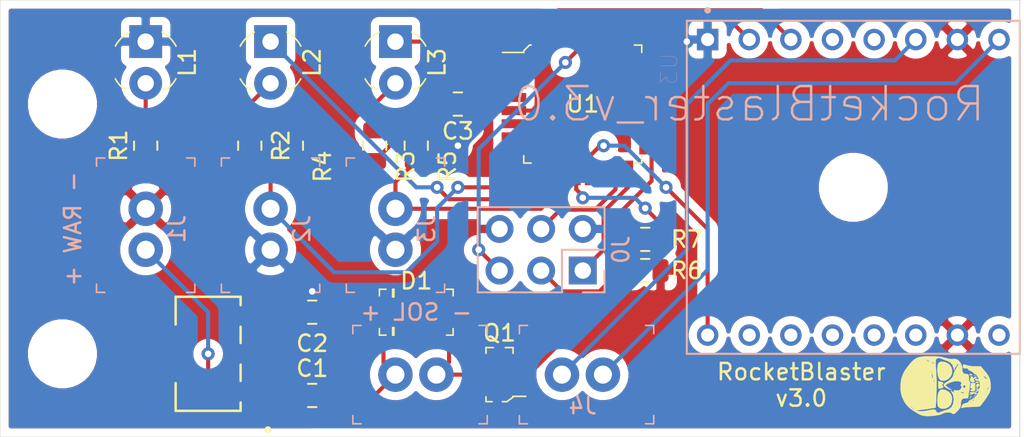
<source format=kicad_pcb>
(kicad_pcb (version 20171130) (host pcbnew "(5.1.9)-1")

  (general
    (thickness 1.6)
    (drawings 8)
    (tracks 133)
    (zones 0)
    (modules 28)
    (nets 48)
  )

  (page A4)
  (layers
    (0 F.Cu signal)
    (31 B.Cu signal)
    (32 B.Adhes user hide)
    (33 F.Adhes user hide)
    (34 B.Paste user hide)
    (35 F.Paste user hide)
    (36 B.SilkS user)
    (37 F.SilkS user)
    (38 B.Mask user hide)
    (39 F.Mask user hide)
    (40 Dwgs.User user hide)
    (41 Cmts.User user hide)
    (42 Eco1.User user hide)
    (43 Eco2.User user)
    (44 Edge.Cuts user hide)
    (45 Margin user hide)
    (46 B.CrtYd user hide)
    (47 F.CrtYd user hide)
    (48 B.Fab user hide)
    (49 F.Fab user hide)
  )

  (setup
    (last_trace_width 0.25)
    (trace_clearance 0.2)
    (zone_clearance 0.508)
    (zone_45_only no)
    (trace_min 0.1524)
    (via_size 0.8)
    (via_drill 0.4)
    (via_min_size 0.508)
    (via_min_drill 0.254)
    (uvia_size 0.508)
    (uvia_drill 0.254)
    (uvias_allowed no)
    (uvia_min_size 0.508)
    (uvia_min_drill 0.254)
    (edge_width 0.05)
    (segment_width 0.2)
    (pcb_text_width 0.3)
    (pcb_text_size 1.5 1.5)
    (mod_edge_width 0.12)
    (mod_text_size 1 1)
    (mod_text_width 0.15)
    (pad_size 1.524 1.524)
    (pad_drill 0.762)
    (pad_to_mask_clearance 0.0508)
    (solder_mask_min_width 0.1016)
    (aux_axis_origin 0 0)
    (visible_elements 7FFFFFFF)
    (pcbplotparams
      (layerselection 0x010fc_ffffffff)
      (usegerberextensions false)
      (usegerberattributes false)
      (usegerberadvancedattributes false)
      (creategerberjobfile false)
      (excludeedgelayer true)
      (linewidth 0.100000)
      (plotframeref false)
      (viasonmask false)
      (mode 1)
      (useauxorigin false)
      (hpglpennumber 1)
      (hpglpenspeed 20)
      (hpglpendiameter 15.000000)
      (psnegative false)
      (psa4output false)
      (plotreference true)
      (plotvalue true)
      (plotinvisibletext false)
      (padsonsilk false)
      (subtractmaskfromsilk false)
      (outputformat 1)
      (mirror false)
      (drillshape 1)
      (scaleselection 1)
      (outputdirectory ""))
  )

  (net 0 "")
  (net 1 "Net-(U3-Pad9)")
  (net 2 "Net-(U3-Pad15)")
  (net 3 "Net-(U3-Pad11)")
  (net 4 "Net-(U3-Pad14)")
  (net 5 "Net-(U3-Pad12)")
  (net 6 "Net-(U3-Pad13)")
  (net 7 "Net-(U3-Pad5)")
  (net 8 "Net-(U3-Pad4)")
  (net 9 "Net-(Q1-Pad1)")
  (net 10 "Net-(U1-Pad32)")
  (net 11 "Net-(U1-Pad28)")
  (net 12 "Net-(U1-Pad27)")
  (net 13 "Net-(U1-Pad26)")
  (net 14 "Net-(U1-Pad25)")
  (net 15 "Net-(U1-Pad24)")
  (net 16 "Net-(U1-Pad23)")
  (net 17 "Net-(U1-Pad22)")
  (net 18 "Net-(U1-Pad20)")
  (net 19 "Net-(U1-Pad19)")
  (net 20 "Net-(U1-Pad18)")
  (net 21 "Net-(U1-Pad14)")
  (net 22 "Net-(U1-Pad8)")
  (net 23 "Net-(U1-Pad7)")
  (net 24 "Net-(U1-Pad6)")
  (net 25 "Net-(U1-Pad2)")
  (net 26 "Net-(U1-Pad1)")
  (net 27 GND)
  (net 28 VREG)
  (net 29 RST)
  (net 30 MOSI)
  (net 31 SCK)
  (net 32 MISO)
  (net 33 SW_ARM)
  (net 34 SW_GO)
  (net 35 SPK2)
  (net 36 SPK1)
  (net 37 "Net-(L1-Pad2)")
  (net 38 LED_ARM)
  (net 39 "Net-(L2-Pad2)")
  (net 40 LED_GO)
  (net 41 "Net-(L3-Pad2)")
  (net 42 TRG)
  (net 43 TXD)
  (net 44 RXD)
  (net 45 BUSY)
  (net 46 VIN)
  (net 47 "Net-(D1-PadA)")

  (net_class Default "This is the default net class."
    (clearance 0.2)
    (trace_width 0.25)
    (via_dia 0.8)
    (via_drill 0.4)
    (uvia_dia 0.508)
    (uvia_drill 0.254)
    (add_net BUSY)
    (add_net GND)
    (add_net LED_ARM)
    (add_net LED_GO)
    (add_net MISO)
    (add_net MOSI)
    (add_net "Net-(D1-PadA)")
    (add_net "Net-(L1-Pad2)")
    (add_net "Net-(L2-Pad2)")
    (add_net "Net-(L3-Pad2)")
    (add_net "Net-(Q1-Pad1)")
    (add_net "Net-(U1-Pad1)")
    (add_net "Net-(U1-Pad14)")
    (add_net "Net-(U1-Pad18)")
    (add_net "Net-(U1-Pad19)")
    (add_net "Net-(U1-Pad2)")
    (add_net "Net-(U1-Pad20)")
    (add_net "Net-(U1-Pad22)")
    (add_net "Net-(U1-Pad23)")
    (add_net "Net-(U1-Pad24)")
    (add_net "Net-(U1-Pad25)")
    (add_net "Net-(U1-Pad26)")
    (add_net "Net-(U1-Pad27)")
    (add_net "Net-(U1-Pad28)")
    (add_net "Net-(U1-Pad32)")
    (add_net "Net-(U1-Pad6)")
    (add_net "Net-(U1-Pad7)")
    (add_net "Net-(U1-Pad8)")
    (add_net "Net-(U3-Pad11)")
    (add_net "Net-(U3-Pad12)")
    (add_net "Net-(U3-Pad13)")
    (add_net "Net-(U3-Pad14)")
    (add_net "Net-(U3-Pad15)")
    (add_net "Net-(U3-Pad4)")
    (add_net "Net-(U3-Pad5)")
    (add_net "Net-(U3-Pad9)")
    (add_net RST)
    (add_net RXD)
    (add_net SCK)
    (add_net SPK1)
    (add_net SPK2)
    (add_net SW_ARM)
    (add_net SW_GO)
    (add_net TRG)
    (add_net TXD)
    (add_net VIN)
    (add_net VREG)
  )

  (module DFR0299:MODULE_DFR0299 (layer B.Cu) (tedit 5E234D44) (tstamp 5E23F702)
    (at 195.58 36.83 270)
    (path /5E279048)
    (fp_text reference U3 (at -7.225 11.235 90) (layer B.SilkS)
      (effects (font (size 1 1) (thickness 0.015)) (justify mirror))
    )
    (fp_text value "DFPlayer Mini" (at -1.51 -11.065 90) (layer B.Fab)
      (effects (font (size 1 1) (thickness 0.015)) (justify mirror))
    )
    (fp_line (start -10.16 -10.16) (end -10.16 10.16) (layer B.SilkS) (width 0.127))
    (fp_line (start -10.16 10.16) (end 10.16 10.16) (layer B.SilkS) (width 0.127))
    (fp_line (start 10.16 10.16) (end 10.16 -10.16) (layer B.SilkS) (width 0.127))
    (fp_line (start 10.16 -10.16) (end -10.16 -10.16) (layer B.SilkS) (width 0.127))
    (fp_line (start 10.16 10.16) (end 10.16 -10.16) (layer B.Fab) (width 0.127))
    (fp_line (start 10.16 -10.16) (end -10.16 -10.16) (layer B.Fab) (width 0.127))
    (fp_line (start -10.16 -10.16) (end -10.16 10.16) (layer B.Fab) (width 0.127))
    (fp_line (start -10.16 10.16) (end 10.16 10.16) (layer B.Fab) (width 0.127))
    (fp_line (start -10.41 10.41) (end 10.41 10.41) (layer B.CrtYd) (width 0.05))
    (fp_line (start 10.41 10.41) (end 10.41 -10.41) (layer B.CrtYd) (width 0.05))
    (fp_line (start 10.41 -10.41) (end -10.41 -10.41) (layer B.CrtYd) (width 0.05))
    (fp_line (start -10.41 -10.41) (end -10.41 10.41) (layer B.CrtYd) (width 0.05))
    (fp_circle (center -10.8 8.89) (end -10.7 8.89) (layer B.Fab) (width 0.2))
    (fp_circle (center -10.8 8.89) (end -10.7 8.89) (layer B.SilkS) (width 0.2))
    (pad 9 thru_hole circle (at 9.017 -8.89 270) (size 1.308 1.308) (drill 0.8) (layers *.Cu *.Mask)
      (net 1 "Net-(U3-Pad9)"))
    (pad 8 thru_hole circle (at -9.017 -8.89 270) (size 1.308 1.308) (drill 0.8) (layers *.Cu *.Mask)
      (net 35 SPK2))
    (pad 16 thru_hole circle (at 9.017 8.89 270) (size 1.308 1.308) (drill 0.8) (layers *.Cu *.Mask)
      (net 45 BUSY))
    (pad 1 thru_hole rect (at -9.017 8.89 270) (size 1.308 1.308) (drill 0.8) (layers *.Cu *.Mask)
      (net 28 VREG))
    (pad 10 thru_hole circle (at 9.017 -6.35 270) (size 1.308 1.308) (drill 0.8) (layers *.Cu *.Mask)
      (net 27 GND))
    (pad 7 thru_hole circle (at -9.017 -6.35 270) (size 1.308 1.308) (drill 0.8) (layers *.Cu *.Mask)
      (net 27 GND))
    (pad 15 thru_hole circle (at 9.017 6.35 270) (size 1.308 1.308) (drill 0.8) (layers *.Cu *.Mask)
      (net 2 "Net-(U3-Pad15)"))
    (pad 2 thru_hole circle (at -9.017 6.35 270) (size 1.308 1.308) (drill 0.8) (layers *.Cu *.Mask)
      (net 44 RXD))
    (pad 11 thru_hole circle (at 9.017 -3.81 270) (size 1.308 1.308) (drill 0.8) (layers *.Cu *.Mask)
      (net 3 "Net-(U3-Pad11)"))
    (pad 14 thru_hole circle (at 9.017 3.81 270) (size 1.308 1.308) (drill 0.8) (layers *.Cu *.Mask)
      (net 4 "Net-(U3-Pad14)"))
    (pad 3 thru_hole circle (at -9.017 3.81 270) (size 1.308 1.308) (drill 0.8) (layers *.Cu *.Mask)
      (net 43 TXD))
    (pad 6 thru_hole circle (at -9.017 -3.81 270) (size 1.308 1.308) (drill 0.8) (layers *.Cu *.Mask)
      (net 36 SPK1))
    (pad 12 thru_hole circle (at 9.017 -1.27 270) (size 1.308 1.308) (drill 0.8) (layers *.Cu *.Mask)
      (net 5 "Net-(U3-Pad12)"))
    (pad 13 thru_hole circle (at 9.017 1.27 270) (size 1.308 1.308) (drill 0.8) (layers *.Cu *.Mask)
      (net 6 "Net-(U3-Pad13)"))
    (pad 5 thru_hole circle (at -9.017 -1.27 270) (size 1.308 1.308) (drill 0.8) (layers *.Cu *.Mask)
      (net 7 "Net-(U3-Pad5)"))
    (pad 4 thru_hole circle (at -9.017 1.27 270) (size 1.308 1.308) (drill 0.8) (layers *.Cu *.Mask)
      (net 8 "Net-(U3-Pad4)"))
  )

  (module SkullFP:SkullFP (layer F.Cu) (tedit 0) (tstamp 5E248426)
    (at 201.295 48.895 90)
    (fp_text reference G*** (at 0 0 90) (layer F.SilkS) hide
      (effects (font (size 1.524 1.524) (thickness 0.3)))
    )
    (fp_text value LOGO (at 0.75 0 90) (layer F.SilkS) hide
      (effects (font (size 1.524 1.524) (thickness 0.3)))
    )
    (fp_poly (pts (xy -1.277327 0.899192) (xy -1.192655 0.944874) (xy -1.139559 1.019453) (xy -1.098948 1.150196)
      (xy -1.097559 1.155954) (xy -1.064631 1.263712) (xy -1.033447 1.317914) (xy -1.018025 1.315608)
      (xy -0.984785 1.318521) (xy -0.934682 1.381742) (xy -0.879719 1.485984) (xy -0.831896 1.611958)
      (xy -0.830221 1.617442) (xy -0.7826 1.679884) (xy -0.684368 1.762533) (xy -0.560459 1.847374)
      (xy -0.435811 1.916393) (xy -0.388362 1.936657) (xy -0.34149 1.947992) (xy -0.358062 1.913758)
      (xy -0.373913 1.893793) (xy -0.413185 1.802399) (xy -0.413316 1.748283) (xy -0.394027 1.717977)
      (xy -0.36075 1.759434) (xy -0.329458 1.825782) (xy -0.268527 1.93289) (xy -0.190193 1.982582)
      (xy -0.120722 1.995749) (xy 0.022844 2.000559) (xy 0.148166 1.989676) (xy 0.237366 1.962007)
      (xy 0.264832 1.90631) (xy 0.262263 1.856879) (xy 0.276966 1.754965) (xy 0.320065 1.719373)
      (xy 0.367935 1.714346) (xy 0.378467 1.764393) (xy 0.372507 1.816674) (xy 0.354244 1.941107)
      (xy 0.5193 1.856901) (xy 0.631341 1.783779) (xy 0.66341 1.720592) (xy 0.661201 1.712355)
      (xy 0.666177 1.665256) (xy 0.68944 1.662091) (xy 0.733643 1.632462) (xy 0.796518 1.5453)
      (xy 0.852722 1.442524) (xy 0.917151 1.319635) (xy 0.957799 1.268379) (xy 0.981282 1.281364)
      (xy 0.985394 1.294357) (xy 0.997935 1.305138) (xy 1.007669 1.244843) (xy 1.011089 1.17475)
      (xy 1.017266 1.053487) (xy 1.038155 0.994487) (xy 1.089002 0.975346) (xy 1.147937 0.973666)
      (xy 1.237275 0.980978) (xy 1.262259 1.015174) (xy 1.250912 1.068916) (xy 1.189537 1.294858)
      (xy 1.156511 1.491306) (xy 1.144549 1.705566) (xy 1.144009 1.762973) (xy 1.143 2.065446)
      (xy 0.845853 2.317432) (xy 0.640969 2.477632) (xy 0.460024 2.581729) (xy 0.274967 2.640446)
      (xy 0.057745 2.664505) (xy -0.068412 2.666891) (xy -0.239351 2.6614) (xy -0.366829 2.637555)
      (xy -0.491317 2.584066) (xy -0.610425 2.515679) (xy -0.673516 2.474098) (xy -0.28274 2.474098)
      (xy -0.254 2.497666) (xy -0.176826 2.533488) (xy -0.148167 2.538703) (xy -0.140595 2.521234)
      (xy -0.169334 2.497666) (xy -0.246508 2.461844) (xy -0.275167 2.456629) (xy -0.28274 2.474098)
      (xy -0.673516 2.474098) (xy -0.734106 2.434166) (xy -0.381 2.434166) (xy -0.359834 2.455333)
      (xy -0.353634 2.449133) (xy 0.362138 2.449133) (xy 0.371062 2.455333) (xy 0.417756 2.424381)
      (xy 0.486322 2.348063) (xy 0.500436 2.329509) (xy 0.547021 2.255211) (xy 0.549465 2.223744)
      (xy 0.540147 2.225475) (xy 0.485177 2.266211) (xy 0.42479 2.333916) (xy 0.37758 2.403315)
      (xy 0.362138 2.449133) (xy -0.353634 2.449133) (xy -0.338667 2.434166) (xy -0.359834 2.413)
      (xy -0.381 2.434166) (xy -0.734106 2.434166) (xy -0.798339 2.391833) (xy -0.465667 2.391833)
      (xy -0.4445 2.413) (xy -0.423334 2.391833) (xy -0.4445 2.370666) (xy -0.465667 2.391833)
      (xy -0.798339 2.391833) (xy -0.890016 2.331413) (xy -1.180024 2.113048) (xy -1.290186 2.022398)
      (xy -1.308794 1.967028) (xy -1.324057 1.847955) (xy -1.333733 1.686133) (xy -1.33576 1.596947)
      (xy -1.335993 1.588782) (xy -0.962718 1.588782) (xy -0.954241 1.60585) (xy -0.913875 1.649616)
      (xy -0.906449 1.618751) (xy -0.916726 1.585674) (xy -0.947892 1.539571) (xy -0.961969 1.540524)
      (xy -0.962718 1.588782) (xy -1.335993 1.588782) (xy -1.340269 1.439333) (xy -1.016 1.439333)
      (xy -1.000511 1.474178) (xy -0.987778 1.467555) (xy -0.982712 1.417315) (xy -0.987778 1.411111)
      (xy -1.012945 1.416922) (xy -1.016 1.439333) (xy -1.340269 1.439333) (xy -1.341434 1.398639)
      (xy -1.352875 1.210177) (xy -1.367959 1.063466) (xy -1.373623 1.028323) (xy -1.407265 0.850146)
      (xy -1.277327 0.899192)) (layer F.SilkS) (width 0.01))
    (fp_poly (pts (xy -0.044907 1.7872) (xy 0.052073 1.805166) (xy 0.084366 1.858029) (xy 0.084666 1.86661)
      (xy 0.063333 1.945993) (xy 0.014769 1.97399) (xy -0.01879 1.956765) (xy -0.08634 1.926964)
      (xy -0.098199 1.926166) (xy -0.146916 1.891136) (xy -0.160744 1.854841) (xy -0.150663 1.803967)
      (xy -0.081344 1.787107) (xy -0.044907 1.7872)) (layer F.SilkS) (width 0.01))
    (fp_poly (pts (xy -0.211677 1.829471) (xy -0.211667 1.833033) (xy -0.219071 1.926869) (xy -0.240779 1.938063)
      (xy -0.272026 1.876754) (xy -0.273798 1.794451) (xy -0.255388 1.762454) (xy -0.222582 1.756463)
      (xy -0.211677 1.829471)) (layer F.SilkS) (width 0.01))
    (fp_poly (pts (xy 0.201156 1.771894) (xy 0.211666 1.8415) (xy 0.197175 1.921057) (xy 0.169333 1.947333)
      (xy 0.13751 1.911105) (xy 0.127 1.8415) (xy 0.141491 1.761942) (xy 0.169333 1.735666)
      (xy 0.201156 1.771894)) (layer F.SilkS) (width 0.01))
    (fp_poly (pts (xy -0.550334 1.439333) (xy -0.525351 1.511831) (xy -0.515686 1.505746) (xy -0.51222 1.447418)
      (xy -0.494201 1.38244) (xy -0.465667 1.375833) (xy -0.437251 1.435735) (xy -0.428786 1.548467)
      (xy -0.440735 1.684467) (xy -0.4595 1.770747) (xy -0.490922 1.833833) (xy -0.51878 1.837775)
      (xy -0.548671 1.776801) (xy -0.548041 1.710265) (xy -0.521477 1.672705) (xy -0.497417 1.676945)
      (xy -0.481803 1.673928) (xy -0.518544 1.623239) (xy -0.518584 1.623193) (xy -0.574511 1.519423)
      (xy -0.588447 1.435999) (xy -0.584228 1.3335) (xy -0.550334 1.439333)) (layer F.SilkS) (width 0.01))
    (fp_poly (pts (xy 0.54245 1.431689) (xy 0.538015 1.481666) (xy 0.512429 1.557134) (xy 0.475244 1.576916)
      (xy 0.430207 1.601012) (xy 0.423333 1.632331) (xy 0.443856 1.676149) (xy 0.465666 1.672166)
      (xy 0.498986 1.685128) (xy 0.508 1.733168) (xy 0.490728 1.803303) (xy 0.465666 1.820333)
      (xy 0.427246 1.786434) (xy 0.423333 1.762016) (xy 0.393467 1.687826) (xy 0.359833 1.651)
      (xy 0.307231 1.622664) (xy 0.296333 1.645816) (xy 0.261942 1.687453) (xy 0.230151 1.693333)
      (xy 0.184405 1.669265) (xy 0.174951 1.58594) (xy 0.177234 1.556608) (xy 0.197541 1.460527)
      (xy 0.25211 1.419895) (xy 0.328083 1.408955) (xy 0.427128 1.412294) (xy 0.465707 1.449968)
      (xy 0.468642 1.471597) (xy 0.475826 1.516362) (xy 0.498302 1.485921) (xy 0.510245 1.4605)
      (xy 0.537357 1.408199) (xy 0.54245 1.431689)) (layer F.SilkS) (width 0.01))
    (fp_poly (pts (xy -0.606082 1.685395) (xy -0.601035 1.751557) (xy -0.609424 1.766534) (xy -0.628665 1.753909)
      (xy -0.631658 1.710972) (xy -0.62132 1.665801) (xy -0.606082 1.685395)) (layer F.SilkS) (width 0.01))
    (fp_poly (pts (xy 0.578369 1.640416) (xy 0.583961 1.727087) (xy 0.578369 1.74625) (xy 0.562918 1.751568)
      (xy 0.557017 1.693333) (xy 0.56367 1.633235) (xy 0.578369 1.640416)) (layer F.SilkS) (width 0.01))
    (fp_poly (pts (xy -0.690749 1.643062) (xy -0.685702 1.709224) (xy -0.694091 1.724201) (xy -0.713332 1.711575)
      (xy -0.716325 1.668638) (xy -0.705986 1.623467) (xy -0.690749 1.643062)) (layer F.SilkS) (width 0.01))
    (fp_poly (pts (xy -0.287361 1.433299) (xy -0.265429 1.484868) (xy -0.240223 1.581256) (xy -0.205264 1.486753)
      (xy -0.164157 1.421365) (xy -0.10457 1.429094) (xy -0.100307 1.431422) (xy -0.000105 1.455033)
      (xy 0.048346 1.450027) (xy 0.101478 1.449939) (xy 0.123594 1.500604) (xy 0.127 1.578256)
      (xy 0.127 1.727054) (xy -0.107686 1.722453) (xy -0.240048 1.716711) (xy -0.333559 1.706769)
      (xy -0.361686 1.698536) (xy -0.375867 1.646438) (xy -0.381 1.561776) (xy -0.365233 1.462048)
      (xy -0.328657 1.415653) (xy -0.287361 1.433299)) (layer F.SilkS) (width 0.01))
    (fp_poly (pts (xy -0.776112 1.580444) (xy -0.771045 1.630684) (xy -0.776112 1.636888) (xy -0.801279 1.631077)
      (xy -0.804334 1.608666) (xy -0.788845 1.573821) (xy -0.776112 1.580444)) (layer F.SilkS) (width 0.01))
    (fp_poly (pts (xy -0.692425 1.40111) (xy -0.690331 1.408389) (xy -0.684133 1.500604) (xy -0.691899 1.535389)
      (xy -0.705797 1.536796) (xy -0.711472 1.470525) (xy -0.711414 1.4605) (xy -0.70531 1.394842)
      (xy -0.692425 1.40111)) (layer F.SilkS) (width 0.01))
    (fp_poly (pts (xy 0.669736 1.390011) (xy 0.677333 1.436834) (xy 0.657894 1.517875) (xy 0.635 1.545166)
      (xy 0.603608 1.530179) (xy 0.592666 1.462998) (xy 0.606852 1.382253) (xy 0.635 1.354666)
      (xy 0.669736 1.390011)) (layer F.SilkS) (width 0.01))
    (fp_poly (pts (xy -0.775415 1.389062) (xy -0.770369 1.455224) (xy -0.778757 1.470201) (xy -0.797998 1.457575)
      (xy -0.800992 1.414638) (xy -0.790653 1.369467) (xy -0.775415 1.389062)) (layer F.SilkS) (width 0.01))
    (fp_poly (pts (xy 0.084279 -2.835524) (xy 0.145232 -2.828092) (xy 0.422964 -2.77552) (xy 0.66623 -2.692283)
      (xy 0.900117 -2.56665) (xy 1.149716 -2.386888) (xy 1.232732 -2.319555) (xy 1.414679 -2.161533)
      (xy 1.549255 -2.020268) (xy 1.643395 -1.878433) (xy 1.70404 -1.7187) (xy 1.738125 -1.523742)
      (xy 1.75259 -1.276231) (xy 1.754655 -1.016) (xy 1.751459 -0.749348) (xy 1.742548 -0.545894)
      (xy 1.725696 -0.384239) (xy 1.698671 -0.242986) (xy 1.659318 -0.100977) (xy 1.605066 0.111945)
      (xy 1.587337 0.276039) (xy 1.592393 0.331382) (xy 1.600718 0.511996) (xy 1.539846 0.660905)
      (xy 1.402351 0.795451) (xy 1.389744 0.804722) (xy 1.235455 0.894894) (xy 1.083068 0.92948)
      (xy 1.028031 0.931333) (xy 0.848782 0.9454) (xy 0.738669 0.992742) (xy 0.686114 1.081069)
      (xy 0.677333 1.164849) (xy 0.656931 1.273777) (xy 0.587815 1.331681) (xy 0.458118 1.345565)
      (xy 0.381 1.33977) (xy 0.272234 1.35213) (xy 0.208231 1.383972) (xy 0.14587 1.420565)
      (xy 0.121213 1.419436) (xy 0.071134 1.405928) (xy -0.036496 1.392446) (xy -0.130988 1.385038)
      (xy -0.267431 1.373274) (xy -0.369591 1.35837) (xy -0.403804 1.348652) (xy -0.469562 1.332317)
      (xy -0.581531 1.319506) (xy -0.612237 1.317526) (xy -0.738063 1.30625) (xy -0.799248 1.277312)
      (xy -0.815803 1.211356) (xy -0.815528 1.2065) (xy -0.211667 1.2065) (xy -0.1905 1.227666)
      (xy -0.169334 1.2065) (xy -0.1905 1.185333) (xy -0.211667 1.2065) (xy -0.815528 1.2065)
      (xy -0.810914 1.125332) (xy -0.819052 1.046157) (xy -0.169334 1.046157) (xy -0.136781 1.112325)
      (xy -0.08331 1.124857) (xy -0.016454 1.100436) (xy -0.009713 1.060331) (xy -0.048781 0.998796)
      (xy -0.110736 0.980813) (xy -0.16023 1.009521) (xy -0.169334 1.046157) (xy -0.819052 1.046157)
      (xy -0.825555 0.982901) (xy -0.835206 0.971671) (xy -0.499502 0.971671) (xy -0.49907 1.033885)
      (xy -0.465667 1.037166) (xy -0.435118 0.979518) (xy -0.426309 0.897084) (xy -0.43144 0.822894)
      (xy -0.446586 0.82691) (xy -0.465667 0.867833) (xy -0.499502 0.971671) (xy -0.835206 0.971671)
      (xy -0.901718 0.894284) (xy -1.043671 0.855761) (xy -1.122543 0.853594) (xy -1.264395 0.843587)
      (xy -1.387636 0.799018) (xy -1.516487 0.707659) (xy -1.640417 0.592137) (xy -1.736325 0.486035)
      (xy -1.770488 0.406732) (xy -1.748533 0.329751) (xy -1.712828 0.277213) (xy -1.678673 0.178639)
      (xy -1.672275 0.035276) (xy -1.69071 -0.118749) (xy -1.731056 -0.249312) (xy -1.762232 -0.299577)
      (xy -1.800064 -0.382224) (xy -1.829283 -0.50261) (xy -1.686801 -0.50261) (xy -1.634106 -0.360612)
      (xy -1.629955 -0.352681) (xy -1.577725 -0.230641) (xy -1.530622 -0.084245) (xy -1.523978 -0.058444)
      (xy -1.448864 0.143744) (xy -1.331611 0.28026) (xy -1.158703 0.365115) (xy -1.09983 0.3812)
      (xy -0.837784 0.410003) (xy -0.604095 0.366927) (xy -0.456513 0.289815) (xy -0.369407 0.238469)
      (xy -0.34148 0.246061) (xy -0.375922 0.308016) (xy -0.41275 0.352562) (xy -0.461338 0.412303)
      (xy -0.448563 0.425347) (xy -0.396309 0.414011) (xy -0.339219 0.407229) (xy -0.318557 0.439584)
      (xy -0.32463 0.531273) (xy -0.327928 0.556482) (xy -0.329795 0.695624) (xy -0.284776 0.793067)
      (xy -0.274307 0.805283) (xy -0.1946 0.864537) (xy -0.111405 0.88807) (xy -0.053291 0.871425)
      (xy -0.042334 0.841483) (xy -0.02223 0.818801) (xy 0.020627 0.846219) (xy 0.106988 0.884795)
      (xy 0.174808 0.852541) (xy 0.177733 0.846666) (xy 1.185333 0.846666) (xy 1.200822 0.881511)
      (xy 1.213555 0.874888) (xy 1.218622 0.824649) (xy 1.213555 0.818444) (xy 1.188388 0.824255)
      (xy 1.185333 0.846666) (xy 0.177733 0.846666) (xy 0.219863 0.762074) (xy 0.237926 0.626011)
      (xy 0.224772 0.45697) (xy 0.194823 0.326107) (xy 0.143321 0.178654) (xy 0.084419 0.052149)
      (xy 0.051173 0.000404) (xy -0.025217 -0.093934) (xy -0.133023 0.048283) (xy -0.207054 0.153109)
      (xy -0.258104 0.238279) (xy -0.265239 0.254) (xy -0.28577 0.293886) (xy -0.292936 0.25119)
      (xy -0.292992 0.250075) (xy -0.276098 0.174764) (xy -0.229406 0.059719) (xy -0.197912 -0.003925)
      (xy -0.104211 -0.146325) (xy -0.016075 -0.204656) (xy 0.069041 -0.179128) (xy 0.153679 -0.069949)
      (xy 0.17265 -0.034405) (xy 0.270991 0.122651) (xy 0.388739 0.256205) (xy 0.50722 0.348291)
      (xy 0.604342 0.381) (xy 0.716053 0.407192) (xy 0.881471 0.482485) (xy 1.016 0.557576)
      (xy 1.114681 0.605482) (xy 1.151315 0.619406) (xy 1.223373 0.676216) (xy 1.241655 0.713427)
      (xy 1.256827 0.742605) (xy 1.265085 0.687985) (xy 1.265089 0.687916) (xy 1.247086 0.611919)
      (xy 1.211683 0.592666) (xy 1.137493 0.562801) (xy 1.100666 0.529166) (xy 1.019997 0.479365)
      (xy 0.936733 0.462809) (xy 0.89386 0.455002) (xy 0.929703 0.434747) (xy 1.027801 0.405544)
      (xy 1.223606 0.329272) (xy 1.363016 0.212525) (xy 1.462995 0.038106) (xy 1.503724 -0.076831)
      (xy 1.550332 -0.215375) (xy 1.593738 -0.323698) (xy 1.617548 -0.367857) (xy 1.642398 -0.44466)
      (xy 1.643475 -0.53699) (xy 1.626373 -0.601985) (xy 1.58475 -0.646989) (xy 1.507075 -0.67392)
      (xy 1.381815 -0.684699) (xy 1.197437 -0.681245) (xy 0.942408 -0.665479) (xy 0.893321 -0.661871)
      (xy 0.517153 -0.639496) (xy 0.143523 -0.629903) (xy -0.253305 -0.633026) (xy -0.699072 -0.6488)
      (xy -0.872304 -0.657343) (xy -1.384774 -0.684145) (xy -1.392673 -0.73434) (xy 0.173727 -0.73434)
      (xy 0.189232 -0.735671) (xy 0.241491 -0.76625) (xy 0.263409 -0.783167) (xy 1.313629 -0.783167)
      (xy 1.331098 -0.775595) (xy 1.354666 -0.804334) (xy 1.390488 -0.881508) (xy 1.395703 -0.910167)
      (xy 1.378234 -0.91774) (xy 1.354666 -0.889) (xy 1.318844 -0.811826) (xy 1.313629 -0.783167)
      (xy 0.263409 -0.783167) (xy 0.303939 -0.814448) (xy 0.314566 -0.842545) (xy 0.274255 -0.831602)
      (xy 0.221242 -0.7865) (xy 0.173727 -0.73434) (xy -1.392673 -0.73434) (xy -1.412876 -0.862719)
      (xy 0.405317 -0.862719) (xy 0.460371 -0.861852) (xy 0.529166 -0.871879) (xy 0.639767 -0.893228)
      (xy 0.708381 -0.911776) (xy 0.716138 -0.915783) (xy 0.70597 -0.931188) (xy 0.641936 -0.932655)
      (xy 0.553149 -0.923066) (xy 0.468721 -0.905305) (xy 0.423333 -0.886782) (xy 0.405317 -0.862719)
      (xy -1.412876 -0.862719) (xy -1.428116 -0.959556) (xy 0.776111 -0.959556) (xy 0.781922 -0.934389)
      (xy 0.804333 -0.931334) (xy 0.839178 -0.946823) (xy 0.832555 -0.959556) (xy 0.782315 -0.964623)
      (xy 0.776111 -0.959556) (xy -1.428116 -0.959556) (xy -1.433668 -0.994834) (xy 1.397 -0.994834)
      (xy 1.418166 -0.973667) (xy 1.439333 -0.994834) (xy 1.418166 -1.016) (xy 1.397 -0.994834)
      (xy -1.433668 -0.994834) (xy -1.439201 -1.02999) (xy -1.445251 -1.07044) (xy 1.445912 -1.07044)
      (xy 1.469642 -1.083545) (xy 1.481666 -1.100667) (xy 1.516766 -1.191038) (xy 1.520376 -1.227667)
      (xy 1.508289 -1.252983) (xy 1.481666 -1.2065) (xy 1.44992 -1.116748) (xy 1.445912 -1.07044)
      (xy -1.445251 -1.07044) (xy -1.46983 -1.234772) (xy -1.49897 -1.446659) (xy -1.520584 -1.621636)
      (xy -1.521491 -1.629834) (xy -1.549353 -1.883834) (xy -1.584949 -1.718541) (xy -1.597218 -1.556504)
      (xy -1.575589 -1.332881) (xy -1.550825 -1.189374) (xy -1.512926 -0.988064) (xy -1.492037 -0.853757)
      (xy -1.489297 -0.770288) (xy -1.505848 -0.721495) (xy -1.54283 -0.691212) (xy -1.5875 -0.669631)
      (xy -1.671703 -0.602354) (xy -1.686801 -0.50261) (xy -1.829283 -0.50261) (xy -1.835345 -0.527585)
      (xy -1.865269 -0.713705) (xy -1.887029 -0.918631) (xy -1.89782 -1.120411) (xy -1.894834 -1.297091)
      (xy -1.892883 -1.321653) (xy -1.867068 -1.483915) (xy -1.813773 -1.638255) (xy -1.72111 -1.816555)
      (xy -1.686626 -1.874891) (xy -1.626227 -1.9685) (xy -1.524 -1.9685) (xy -1.502834 -1.947334)
      (xy -1.481667 -1.9685) (xy -1.502834 -1.989667) (xy -1.524 -1.9685) (xy -1.626227 -1.9685)
      (xy -1.576707 -2.045247) (xy -1.481667 -2.045247) (xy -1.468456 -2.034387) (xy -1.422102 -2.072441)
      (xy -1.332523 -2.167719) (xy -1.330837 -2.169584) (xy -1.2065 -2.307167) (xy -1.344084 -2.18283)
      (xy -1.427476 -2.104738) (xy -1.476346 -2.053697) (xy -1.481667 -2.045247) (xy -1.576707 -2.045247)
      (xy -1.52252 -2.129226) (xy -1.368876 -2.322886) (xy -1.208047 -2.475063) (xy -1.022388 -2.604946)
      (xy -1.006285 -2.614736) (xy -0.67354 -2.766406) (xy -0.309151 -2.840163) (xy 0.084279 -2.835524)) (layer F.SilkS) (width 0.01))
    (fp_poly (pts (xy -0.751279 -0.581775) (xy -0.566576 -0.553955) (xy -0.466138 -0.524416) (xy -0.333164 -0.44714)
      (xy -0.27035 -0.34273) (xy -0.273733 -0.199006) (xy -0.315747 -0.062199) (xy -0.428498 0.13178)
      (xy -0.589999 0.257772) (xy -0.795368 0.313303) (xy -1.027504 0.298377) (xy -1.219456 0.221651)
      (xy -1.358293 0.080401) (xy -1.431499 -0.091821) (xy -1.450479 -0.275181) (xy -1.413391 -0.42769)
      (xy -1.326007 -0.531385) (xy -1.283216 -0.553357) (xy -1.143121 -0.582663) (xy -0.954635 -0.59174)
      (xy -0.751279 -0.581775)) (layer F.SilkS) (width 0.01))
    (fp_poly (pts (xy 1.195194 -0.575294) (xy 1.340795 -0.519545) (xy 1.417817 -0.41933) (xy 1.431008 -0.268795)
      (xy 1.390929 -0.0811) (xy 1.294721 0.105357) (xy 1.143061 0.238766) (xy 0.952523 0.310584)
      (xy 0.739679 0.31227) (xy 0.662201 0.294482) (xy 0.484376 0.201248) (xy 0.346927 0.049998)
      (xy 0.267103 -0.136309) (xy 0.254 -0.248874) (xy 0.287673 -0.38633) (xy 0.390483 -0.4878)
      (xy 0.56511 -0.554561) (xy 0.814237 -0.587888) (xy 0.976267 -0.592431) (xy 1.195194 -0.575294)) (layer F.SilkS) (width 0.01))
    (fp_poly (pts (xy 0.202584 -0.387087) (xy 0.167582 -0.269026) (xy 0.138668 -0.21956) (xy 0.101513 -0.225116)
      (xy 0.062728 -0.25464) (xy -0.005604 -0.287168) (xy -0.052595 -0.260673) (xy -0.11921 -0.215538)
      (xy -0.163113 -0.247139) (xy -0.185731 -0.313568) (xy -0.215036 -0.417938) (xy -0.234111 -0.474896)
      (xy -0.229234 -0.509266) (xy -0.171951 -0.528661) (xy -0.047979 -0.537021) (xy -0.006112 -0.537832)
      (xy 0.244692 -0.54134) (xy 0.202584 -0.387087)) (layer F.SilkS) (width 0.01))
  )

  (module digikey-footprints:TQFP-32_7x7mm (layer F.Cu) (tedit 5D28AA5E) (tstamp 5E245628)
    (at 179.07 31.75)
    (descr http://www.atmel.com/Images/Atmel-8826-SEEPROM-PCB-Mounting-Guidelines-Surface-Mount-Packages-ApplicationNote.pdf)
    (path /5E2652CB)
    (attr smd)
    (fp_text reference U1 (at 0 0) (layer F.SilkS)
      (effects (font (size 1 1) (thickness 0.15)))
    )
    (fp_text value ATMEGA328PB-AU (at 0 6.2) (layer F.Fab)
      (effects (font (size 1 1) (thickness 0.15)))
    )
    (fp_line (start -5.2 5.2) (end 5.2 5.2) (layer F.CrtYd) (width 0.05))
    (fp_line (start -5.2 -5.2) (end -5.2 5.2) (layer F.CrtYd) (width 0.05))
    (fp_line (start 5.2 -5.2) (end 5.2 5.2) (layer F.CrtYd) (width 0.05))
    (fp_line (start -5.2 -5.2) (end 5.2 -5.2) (layer F.CrtYd) (width 0.05))
    (fp_line (start -3.15 -3.6) (end -3.25 -3.6) (layer F.SilkS) (width 0.1))
    (fp_line (start -3.25 -3.6) (end -3.6 -3.25) (layer F.SilkS) (width 0.1))
    (fp_line (start -3.6 -3.25) (end -3.6 -3.15) (layer F.SilkS) (width 0.1))
    (fp_line (start -3.6 -3.15) (end -4.9 -3.15) (layer F.SilkS) (width 0.1))
    (fp_line (start 3.6 -3.6) (end 3.15 -3.6) (layer F.SilkS) (width 0.1))
    (fp_line (start 3.6 -3.6) (end 3.6 -3.15) (layer F.SilkS) (width 0.1))
    (fp_line (start 3.6 3.6) (end 3.6 3.15) (layer F.SilkS) (width 0.1))
    (fp_line (start 3.6 3.6) (end 3.15 3.6) (layer F.SilkS) (width 0.1))
    (fp_line (start -3.6 3.6) (end -3.15 3.6) (layer F.SilkS) (width 0.1))
    (fp_line (start -3.6 3.6) (end -3.6 3.15) (layer F.SilkS) (width 0.1))
    (fp_line (start -3.5 -3.2) (end -3.5 3.5) (layer F.Fab) (width 0.1))
    (fp_line (start -3.2 -3.5) (end 3.5 -3.5) (layer F.Fab) (width 0.1))
    (fp_line (start -3.5 -3.2) (end -3.2 -3.5) (layer F.Fab) (width 0.1))
    (fp_line (start -3.5 3.5) (end 3.5 3.5) (layer F.Fab) (width 0.1))
    (fp_line (start 3.5 -3.5) (end 3.5 3.5) (layer F.Fab) (width 0.1))
    (fp_text user %R (at 0 0) (layer F.Fab)
      (effects (font (size 1 1) (thickness 0.15)))
    )
    (pad 32 smd rect (at -2.8 -4.2) (size 0.55 1.5) (layers F.Cu F.Paste F.Mask)
      (net 10 "Net-(U1-Pad32)"))
    (pad 31 smd rect (at -2 -4.2) (size 0.55 1.5) (layers F.Cu F.Paste F.Mask)
      (net 43 TXD))
    (pad 30 smd rect (at -1.2 -4.2) (size 0.55 1.5) (layers F.Cu F.Paste F.Mask)
      (net 44 RXD))
    (pad 29 smd rect (at -0.4 -4.2) (size 0.55 1.5) (layers F.Cu F.Paste F.Mask)
      (net 29 RST))
    (pad 28 smd rect (at 0.4 -4.2) (size 0.55 1.5) (layers F.Cu F.Paste F.Mask)
      (net 11 "Net-(U1-Pad28)"))
    (pad 27 smd rect (at 1.2 -4.2) (size 0.55 1.5) (layers F.Cu F.Paste F.Mask)
      (net 12 "Net-(U1-Pad27)"))
    (pad 26 smd rect (at 2 -4.2) (size 0.55 1.5) (layers F.Cu F.Paste F.Mask)
      (net 13 "Net-(U1-Pad26)"))
    (pad 25 smd rect (at 2.8 -4.2) (size 0.55 1.5) (layers F.Cu F.Paste F.Mask)
      (net 14 "Net-(U1-Pad25)"))
    (pad 24 smd rect (at 4.2 -2.8) (size 1.5 0.55) (layers F.Cu F.Paste F.Mask)
      (net 15 "Net-(U1-Pad24)"))
    (pad 23 smd rect (at 4.2 -2) (size 1.5 0.55) (layers F.Cu F.Paste F.Mask)
      (net 16 "Net-(U1-Pad23)"))
    (pad 22 smd rect (at 4.2 -1.2) (size 1.5 0.55) (layers F.Cu F.Paste F.Mask)
      (net 17 "Net-(U1-Pad22)"))
    (pad 21 smd rect (at 4.2 -0.4) (size 1.5 0.55) (layers F.Cu F.Paste F.Mask)
      (net 27 GND))
    (pad 20 smd rect (at 4.2 0.4) (size 1.5 0.55) (layers F.Cu F.Paste F.Mask)
      (net 18 "Net-(U1-Pad20)"))
    (pad 19 smd rect (at 4.2 1.2) (size 1.5 0.55) (layers F.Cu F.Paste F.Mask)
      (net 19 "Net-(U1-Pad19)"))
    (pad 18 smd rect (at 4.2 2) (size 1.5 0.55) (layers F.Cu F.Paste F.Mask)
      (net 20 "Net-(U1-Pad18)"))
    (pad 17 smd rect (at 4.2 2.8) (size 1.5 0.55) (layers F.Cu F.Paste F.Mask)
      (net 31 SCK))
    (pad 16 smd rect (at 2.8 4.2) (size 0.55 1.5) (layers F.Cu F.Paste F.Mask)
      (net 32 MISO))
    (pad 15 smd rect (at 2 4.2) (size 0.55 1.5) (layers F.Cu F.Paste F.Mask)
      (net 30 MOSI))
    (pad 14 smd rect (at 1.2 4.2) (size 0.55 1.5) (layers F.Cu F.Paste F.Mask)
      (net 21 "Net-(U1-Pad14)"))
    (pad 13 smd rect (at 0.4 4.2) (size 0.55 1.5) (layers F.Cu F.Paste F.Mask)
      (net 45 BUSY))
    (pad 12 smd rect (at -0.4 4.2) (size 0.55 1.5) (layers F.Cu F.Paste F.Mask)
      (net 42 TRG))
    (pad 11 smd rect (at -1.2 4.2) (size 0.55 1.5) (layers F.Cu F.Paste F.Mask)
      (net 34 SW_GO))
    (pad 10 smd rect (at -2 4.2) (size 0.55 1.5) (layers F.Cu F.Paste F.Mask)
      (net 38 LED_ARM))
    (pad 8 smd rect (at -4.2 2.8) (size 1.5 0.55) (layers F.Cu F.Paste F.Mask)
      (net 22 "Net-(U1-Pad8)"))
    (pad 7 smd rect (at -4.2 2) (size 1.5 0.55) (layers F.Cu F.Paste F.Mask)
      (net 23 "Net-(U1-Pad7)"))
    (pad 6 smd rect (at -4.2 1.2) (size 1.5 0.55) (layers F.Cu F.Paste F.Mask)
      (net 24 "Net-(U1-Pad6)"))
    (pad 5 smd rect (at -4.2 0.4) (size 1.5 0.55) (layers F.Cu F.Paste F.Mask)
      (net 27 GND))
    (pad 4 smd rect (at -4.2 -0.4) (size 1.5 0.55) (layers F.Cu F.Paste F.Mask)
      (net 28 VREG))
    (pad 3 smd rect (at -4.2 -1.2) (size 1.5 0.55) (layers F.Cu F.Paste F.Mask)
      (net 40 LED_GO))
    (pad 2 smd rect (at -4.2 -2) (size 1.5 0.55) (layers F.Cu F.Paste F.Mask)
      (net 25 "Net-(U1-Pad2)"))
    (pad 1 smd rect (at -4.2 -2.8) (size 1.5 0.55) (layers F.Cu F.Paste F.Mask)
      (net 26 "Net-(U1-Pad1)"))
    (pad 9 smd rect (at -2.8 4.2) (size 0.55 1.5) (layers F.Cu F.Paste F.Mask)
      (net 33 SW_ARM))
  )

  (module MountingHole:MountingHole_3.2mm_M3_ISO14580 (layer F.Cu) (tedit 56D1B4CB) (tstamp 5E246C9A)
    (at 147.32 31.75)
    (descr "Mounting Hole 3.2mm, no annular, M3, ISO14580")
    (tags "mounting hole 3.2mm no annular m3 iso14580")
    (attr virtual)
    (fp_text reference REF** (at 0 -3.75) (layer F.Fab) hide
      (effects (font (size 1 1) (thickness 0.15)))
    )
    (fp_text value MountingHole_3.2mm_M3_ISO14580 (at 0 3.75) (layer F.Fab)
      (effects (font (size 1 1) (thickness 0.15)))
    )
    (fp_circle (center 0 0) (end 3 0) (layer F.CrtYd) (width 0.05))
    (fp_circle (center 0 0) (end 2.75 0) (layer Cmts.User) (width 0.15))
    (fp_text user %R (at 0.3 0) (layer F.Fab)
      (effects (font (size 1 1) (thickness 0.15)))
    )
    (pad 1 np_thru_hole circle (at 0 0) (size 3.2 3.2) (drill 3.2) (layers *.Cu *.Mask))
  )

  (module MountingHole:MountingHole_3.2mm_M3_ISO14580 (layer F.Cu) (tedit 56D1B4CB) (tstamp 5E246C9A)
    (at 147.32 46.99)
    (descr "Mounting Hole 3.2mm, no annular, M3, ISO14580")
    (tags "mounting hole 3.2mm no annular m3 iso14580")
    (attr virtual)
    (fp_text reference REF** (at 0 -3.75) (layer F.Fab) hide
      (effects (font (size 1 1) (thickness 0.15)))
    )
    (fp_text value MountingHole_3.2mm_M3_ISO14580 (at 0 3.75) (layer F.Fab)
      (effects (font (size 1 1) (thickness 0.15)))
    )
    (fp_circle (center 0 0) (end 3 0) (layer F.CrtYd) (width 0.05))
    (fp_circle (center 0 0) (end 2.75 0) (layer Cmts.User) (width 0.15))
    (fp_text user %R (at 0.3 0) (layer F.Fab)
      (effects (font (size 1 1) (thickness 0.15)))
    )
    (pad 1 np_thru_hole circle (at 0 0) (size 3.2 3.2) (drill 3.2) (layers *.Cu *.Mask))
  )

  (module MountingHole:MountingHole_3.2mm_M3_ISO14580 (layer F.Cu) (tedit 56D1B4CB) (tstamp 5E246C89)
    (at 195.58 36.83)
    (descr "Mounting Hole 3.2mm, no annular, M3, ISO14580")
    (tags "mounting hole 3.2mm no annular m3 iso14580")
    (attr virtual)
    (fp_text reference REF** (at 0 -3.75) (layer F.Fab) hide
      (effects (font (size 1 1) (thickness 0.15)))
    )
    (fp_text value MountingHole_3.2mm_M3_ISO14580 (at 0 3.75) (layer F.Fab)
      (effects (font (size 1 1) (thickness 0.15)))
    )
    (fp_circle (center 0 0) (end 2.75 0) (layer Cmts.User) (width 0.15))
    (fp_circle (center 0 0) (end 3 0) (layer F.CrtYd) (width 0.05))
    (fp_text user %R (at 0.3 0) (layer F.Fab)
      (effects (font (size 1 1) (thickness 0.15)))
    )
    (pad 1 np_thru_hole circle (at 0 0) (size 3.2 3.2) (drill 3.2) (layers *.Cu *.Mask))
  )

  (module Resistor_SMD:R_0805_2012Metric (layer F.Cu) (tedit 5B36C52B) (tstamp 5E23F6BE)
    (at 152.4 34.29 90)
    (descr "Resistor SMD 0805 (2012 Metric), square (rectangular) end terminal, IPC_7351 nominal, (Body size source: https://docs.google.com/spreadsheets/d/1BsfQQcO9C6DZCsRaXUlFlo91Tg2WpOkGARC1WS5S8t0/edit?usp=sharing), generated with kicad-footprint-generator")
    (tags resistor)
    (path /5E27520C)
    (attr smd)
    (fp_text reference R1 (at 0 -1.65 90) (layer F.SilkS)
      (effects (font (size 1 1) (thickness 0.15)))
    )
    (fp_text value 100R (at 0 1.65 90) (layer F.Fab)
      (effects (font (size 1 1) (thickness 0.15)))
    )
    (fp_line (start -1 0.6) (end -1 -0.6) (layer F.Fab) (width 0.1))
    (fp_line (start -1 -0.6) (end 1 -0.6) (layer F.Fab) (width 0.1))
    (fp_line (start 1 -0.6) (end 1 0.6) (layer F.Fab) (width 0.1))
    (fp_line (start 1 0.6) (end -1 0.6) (layer F.Fab) (width 0.1))
    (fp_line (start -0.258578 -0.71) (end 0.258578 -0.71) (layer F.SilkS) (width 0.12))
    (fp_line (start -0.258578 0.71) (end 0.258578 0.71) (layer F.SilkS) (width 0.12))
    (fp_line (start -1.68 0.95) (end -1.68 -0.95) (layer F.CrtYd) (width 0.05))
    (fp_line (start -1.68 -0.95) (end 1.68 -0.95) (layer F.CrtYd) (width 0.05))
    (fp_line (start 1.68 -0.95) (end 1.68 0.95) (layer F.CrtYd) (width 0.05))
    (fp_line (start 1.68 0.95) (end -1.68 0.95) (layer F.CrtYd) (width 0.05))
    (fp_text user %R (at 0 0 90) (layer F.Fab)
      (effects (font (size 0.5 0.5) (thickness 0.08)))
    )
    (pad 2 smd roundrect (at 0.9375 0 90) (size 0.975 1.4) (layers F.Cu F.Paste F.Mask) (roundrect_rratio 0.25)
      (net 37 "Net-(L1-Pad2)"))
    (pad 1 smd roundrect (at -0.9375 0 90) (size 0.975 1.4) (layers F.Cu F.Paste F.Mask) (roundrect_rratio 0.25)
      (net 27 GND))
    (model ${KISYS3DMOD}/Resistor_SMD.3dshapes/R_0805_2012Metric.wrl
      (at (xyz 0 0 0))
      (scale (xyz 1 1 1))
      (rotate (xyz 0 0 0))
    )
  )

  (module Resistor_SMD:R_0805_2012Metric (layer F.Cu) (tedit 5B36C52B) (tstamp 5E23FE69)
    (at 182.88 40.005 180)
    (descr "Resistor SMD 0805 (2012 Metric), square (rectangular) end terminal, IPC_7351 nominal, (Body size source: https://docs.google.com/spreadsheets/d/1BsfQQcO9C6DZCsRaXUlFlo91Tg2WpOkGARC1WS5S8t0/edit?usp=sharing), generated with kicad-footprint-generator")
    (tags resistor)
    (path /5E3086C5)
    (attr smd)
    (fp_text reference R7 (at -2.54 0) (layer F.SilkS)
      (effects (font (size 1 1) (thickness 0.15)))
    )
    (fp_text value 100R (at 0 1.65) (layer F.Fab)
      (effects (font (size 1 1) (thickness 0.15)))
    )
    (fp_line (start 1.68 0.95) (end -1.68 0.95) (layer F.CrtYd) (width 0.05))
    (fp_line (start 1.68 -0.95) (end 1.68 0.95) (layer F.CrtYd) (width 0.05))
    (fp_line (start -1.68 -0.95) (end 1.68 -0.95) (layer F.CrtYd) (width 0.05))
    (fp_line (start -1.68 0.95) (end -1.68 -0.95) (layer F.CrtYd) (width 0.05))
    (fp_line (start -0.258578 0.71) (end 0.258578 0.71) (layer F.SilkS) (width 0.12))
    (fp_line (start -0.258578 -0.71) (end 0.258578 -0.71) (layer F.SilkS) (width 0.12))
    (fp_line (start 1 0.6) (end -1 0.6) (layer F.Fab) (width 0.1))
    (fp_line (start 1 -0.6) (end 1 0.6) (layer F.Fab) (width 0.1))
    (fp_line (start -1 -0.6) (end 1 -0.6) (layer F.Fab) (width 0.1))
    (fp_line (start -1 0.6) (end -1 -0.6) (layer F.Fab) (width 0.1))
    (fp_text user %R (at 0 0) (layer F.Fab)
      (effects (font (size 0.5 0.5) (thickness 0.08)))
    )
    (pad 1 smd roundrect (at -0.9375 0 180) (size 0.975 1.4) (layers F.Cu F.Paste F.Mask) (roundrect_rratio 0.25)
      (net 42 TRG))
    (pad 2 smd roundrect (at 0.9375 0 180) (size 0.975 1.4) (layers F.Cu F.Paste F.Mask) (roundrect_rratio 0.25)
      (net 9 "Net-(Q1-Pad1)"))
    (model ${KISYS3DMOD}/Resistor_SMD.3dshapes/R_0805_2012Metric.wrl
      (at (xyz 0 0 0))
      (scale (xyz 1 1 1))
      (rotate (xyz 0 0 0))
    )
  )

  (module Resistor_SMD:R_0805_2012Metric (layer F.Cu) (tedit 5B36C52B) (tstamp 5E23FE58)
    (at 182.88 41.91)
    (descr "Resistor SMD 0805 (2012 Metric), square (rectangular) end terminal, IPC_7351 nominal, (Body size source: https://docs.google.com/spreadsheets/d/1BsfQQcO9C6DZCsRaXUlFlo91Tg2WpOkGARC1WS5S8t0/edit?usp=sharing), generated with kicad-footprint-generator")
    (tags resistor)
    (path /5E309915)
    (attr smd)
    (fp_text reference R6 (at 2.54 0) (layer F.SilkS)
      (effects (font (size 1 1) (thickness 0.15)))
    )
    (fp_text value 1k (at 0 1.65) (layer F.Fab)
      (effects (font (size 1 1) (thickness 0.15)))
    )
    (fp_line (start -1 0.6) (end -1 -0.6) (layer F.Fab) (width 0.1))
    (fp_line (start -1 -0.6) (end 1 -0.6) (layer F.Fab) (width 0.1))
    (fp_line (start 1 -0.6) (end 1 0.6) (layer F.Fab) (width 0.1))
    (fp_line (start 1 0.6) (end -1 0.6) (layer F.Fab) (width 0.1))
    (fp_line (start -0.258578 -0.71) (end 0.258578 -0.71) (layer F.SilkS) (width 0.12))
    (fp_line (start -0.258578 0.71) (end 0.258578 0.71) (layer F.SilkS) (width 0.12))
    (fp_line (start -1.68 0.95) (end -1.68 -0.95) (layer F.CrtYd) (width 0.05))
    (fp_line (start -1.68 -0.95) (end 1.68 -0.95) (layer F.CrtYd) (width 0.05))
    (fp_line (start 1.68 -0.95) (end 1.68 0.95) (layer F.CrtYd) (width 0.05))
    (fp_line (start 1.68 0.95) (end -1.68 0.95) (layer F.CrtYd) (width 0.05))
    (fp_text user %R (at 0 0) (layer F.Fab)
      (effects (font (size 0.5 0.5) (thickness 0.08)))
    )
    (pad 2 smd roundrect (at 0.9375 0) (size 0.975 1.4) (layers F.Cu F.Paste F.Mask) (roundrect_rratio 0.25)
      (net 27 GND))
    (pad 1 smd roundrect (at -0.9375 0) (size 0.975 1.4) (layers F.Cu F.Paste F.Mask) (roundrect_rratio 0.25)
      (net 9 "Net-(Q1-Pad1)"))
    (model ${KISYS3DMOD}/Resistor_SMD.3dshapes/R_0805_2012Metric.wrl
      (at (xyz 0 0 0))
      (scale (xyz 1 1 1))
      (rotate (xyz 0 0 0))
    )
  )

  (module Resistor_SMD:R_0805_2012Metric (layer F.Cu) (tedit 5B36C52B) (tstamp 5E23FE47)
    (at 168.91 34.29 90)
    (descr "Resistor SMD 0805 (2012 Metric), square (rectangular) end terminal, IPC_7351 nominal, (Body size source: https://docs.google.com/spreadsheets/d/1BsfQQcO9C6DZCsRaXUlFlo91Tg2WpOkGARC1WS5S8t0/edit?usp=sharing), generated with kicad-footprint-generator")
    (tags resistor)
    (path /5E2C0CEE)
    (attr smd)
    (fp_text reference R5 (at -1.27 1.905 90) (layer F.SilkS)
      (effects (font (size 1 1) (thickness 0.15)))
    )
    (fp_text value 1k (at 0 1.65 90) (layer F.Fab)
      (effects (font (size 1 1) (thickness 0.15)))
    )
    (fp_line (start -1 0.6) (end -1 -0.6) (layer F.Fab) (width 0.1))
    (fp_line (start -1 -0.6) (end 1 -0.6) (layer F.Fab) (width 0.1))
    (fp_line (start 1 -0.6) (end 1 0.6) (layer F.Fab) (width 0.1))
    (fp_line (start 1 0.6) (end -1 0.6) (layer F.Fab) (width 0.1))
    (fp_line (start -0.258578 -0.71) (end 0.258578 -0.71) (layer F.SilkS) (width 0.12))
    (fp_line (start -0.258578 0.71) (end 0.258578 0.71) (layer F.SilkS) (width 0.12))
    (fp_line (start -1.68 0.95) (end -1.68 -0.95) (layer F.CrtYd) (width 0.05))
    (fp_line (start -1.68 -0.95) (end 1.68 -0.95) (layer F.CrtYd) (width 0.05))
    (fp_line (start 1.68 -0.95) (end 1.68 0.95) (layer F.CrtYd) (width 0.05))
    (fp_line (start 1.68 0.95) (end -1.68 0.95) (layer F.CrtYd) (width 0.05))
    (fp_text user %R (at 0 0 90) (layer F.Fab)
      (effects (font (size 0.5 0.5) (thickness 0.08)))
    )
    (pad 2 smd roundrect (at 0.9375 0 90) (size 0.975 1.4) (layers F.Cu F.Paste F.Mask) (roundrect_rratio 0.25)
      (net 27 GND))
    (pad 1 smd roundrect (at -0.9375 0 90) (size 0.975 1.4) (layers F.Cu F.Paste F.Mask) (roundrect_rratio 0.25)
      (net 34 SW_GO))
    (model ${KISYS3DMOD}/Resistor_SMD.3dshapes/R_0805_2012Metric.wrl
      (at (xyz 0 0 0))
      (scale (xyz 1 1 1))
      (rotate (xyz 0 0 0))
    )
  )

  (module Resistor_SMD:R_0805_2012Metric (layer F.Cu) (tedit 5B36C52B) (tstamp 5E23FE36)
    (at 161.29 34.29 90)
    (descr "Resistor SMD 0805 (2012 Metric), square (rectangular) end terminal, IPC_7351 nominal, (Body size source: https://docs.google.com/spreadsheets/d/1BsfQQcO9C6DZCsRaXUlFlo91Tg2WpOkGARC1WS5S8t0/edit?usp=sharing), generated with kicad-footprint-generator")
    (tags resistor)
    (path /5E2C0715)
    (attr smd)
    (fp_text reference R4 (at -1.27 1.905 90) (layer F.SilkS)
      (effects (font (size 1 1) (thickness 0.15)))
    )
    (fp_text value 1k (at 0 1.65 90) (layer F.Fab)
      (effects (font (size 1 1) (thickness 0.15)))
    )
    (fp_line (start -1 0.6) (end -1 -0.6) (layer F.Fab) (width 0.1))
    (fp_line (start -1 -0.6) (end 1 -0.6) (layer F.Fab) (width 0.1))
    (fp_line (start 1 -0.6) (end 1 0.6) (layer F.Fab) (width 0.1))
    (fp_line (start 1 0.6) (end -1 0.6) (layer F.Fab) (width 0.1))
    (fp_line (start -0.258578 -0.71) (end 0.258578 -0.71) (layer F.SilkS) (width 0.12))
    (fp_line (start -0.258578 0.71) (end 0.258578 0.71) (layer F.SilkS) (width 0.12))
    (fp_line (start -1.68 0.95) (end -1.68 -0.95) (layer F.CrtYd) (width 0.05))
    (fp_line (start -1.68 -0.95) (end 1.68 -0.95) (layer F.CrtYd) (width 0.05))
    (fp_line (start 1.68 -0.95) (end 1.68 0.95) (layer F.CrtYd) (width 0.05))
    (fp_line (start 1.68 0.95) (end -1.68 0.95) (layer F.CrtYd) (width 0.05))
    (fp_text user %R (at 0 0 90) (layer F.Fab)
      (effects (font (size 0.5 0.5) (thickness 0.08)))
    )
    (pad 2 smd roundrect (at 0.9375 0 90) (size 0.975 1.4) (layers F.Cu F.Paste F.Mask) (roundrect_rratio 0.25)
      (net 27 GND))
    (pad 1 smd roundrect (at -0.9375 0 90) (size 0.975 1.4) (layers F.Cu F.Paste F.Mask) (roundrect_rratio 0.25)
      (net 33 SW_ARM))
    (model ${KISYS3DMOD}/Resistor_SMD.3dshapes/R_0805_2012Metric.wrl
      (at (xyz 0 0 0))
      (scale (xyz 1 1 1))
      (rotate (xyz 0 0 0))
    )
  )

  (module digikey-footprints:PinHeader_1x2_P2.5mm_Drill1.1mm (layer B.Cu) (tedit 5A4D0F7D) (tstamp 5E23FD92)
    (at 167.64 48.26)
    (descr http://www.jst-mfg.com/product/pdf/eng/eXH.pdf)
    (path /5E3007CC)
    (fp_text reference J5 (at 1.27 1.905) (layer B.SilkS) hide
      (effects (font (size 1 1) (thickness 0.15)) (justify mirror))
    )
    (fp_text value B2B-XH-A_LF__SN_ (at 1.48 -4.41) (layer B.Fab) hide
      (effects (font (size 1 1) (thickness 0.15)) (justify mirror))
    )
    (fp_line (start 5.6 3) (end 5.6 2.5) (layer B.SilkS) (width 0.1))
    (fp_line (start 5.6 3) (end 5.1 3) (layer B.SilkS) (width 0.1))
    (fp_line (start 5.6 -3) (end 5.6 -2.5) (layer B.SilkS) (width 0.1))
    (fp_line (start 5.6 -3) (end 5.1 -3) (layer B.SilkS) (width 0.1))
    (fp_line (start 5.7 -3.12) (end 5.7 3.13) (layer B.CrtYd) (width 0.05))
    (fp_line (start 5.45 2.875) (end 5.45 -2.875) (layer B.Fab) (width 0.1))
    (fp_line (start -2.45 -2.875) (end 5.45 -2.875) (layer B.Fab) (width 0.1))
    (fp_line (start 5.7 -3.12) (end -2.7 -3.12) (layer B.CrtYd) (width 0.05))
    (fp_line (start -2.7 3.13) (end -2.7 -3.12) (layer B.CrtYd) (width 0.05))
    (fp_line (start 5.7 3.13) (end -2.7 3.13) (layer B.CrtYd) (width 0.05))
    (fp_line (start -2.6 3) (end -2.6 2.5) (layer B.SilkS) (width 0.1))
    (fp_line (start -2.6 3) (end -2.1 3) (layer B.SilkS) (width 0.1))
    (fp_line (start -2.6 -3) (end -2.6 -2.5) (layer B.SilkS) (width 0.1))
    (fp_line (start -2.6 -3) (end -2.1 -3) (layer B.SilkS) (width 0.1))
    (fp_line (start -2.45 2.875) (end 5.45 2.875) (layer B.Fab) (width 0.1))
    (fp_line (start -2.45 2.875) (end -2.45 -2.875) (layer B.Fab) (width 0.1))
    (fp_text user %R (at 1.3 0.1) (layer B.Fab) hide
      (effects (font (size 1 1) (thickness 0.15)) (justify mirror))
    )
    (pad 2 thru_hole circle (at 2.5 0) (size 2.1 2.1) (drill 1.1) (layers *.Cu *.Mask)
      (net 47 "Net-(D1-PadA)"))
    (pad 1 thru_hole circle (at 0 0) (size 2.1 2.1) (drill 1.1) (layers *.Cu *.Mask)
      (net 46 VIN))
  )

  (module digikey-footprints:PinHeader_1x2_P2.5mm_Drill1.1mm (layer B.Cu) (tedit 5A4D0F7D) (tstamp 5E23FD7B)
    (at 177.8 48.26)
    (descr http://www.jst-mfg.com/product/pdf/eng/eXH.pdf)
    (path /5E2BA1C6)
    (fp_text reference J4 (at 1.27 1.905) (layer B.SilkS)
      (effects (font (size 1 1) (thickness 0.15)) (justify mirror))
    )
    (fp_text value B2B-XH-A_LF__SN_ (at 1.48 -4.41) (layer B.Fab) hide
      (effects (font (size 1 1) (thickness 0.15)) (justify mirror))
    )
    (fp_line (start 5.6 3) (end 5.6 2.5) (layer B.SilkS) (width 0.1))
    (fp_line (start 5.6 3) (end 5.1 3) (layer B.SilkS) (width 0.1))
    (fp_line (start 5.6 -3) (end 5.6 -2.5) (layer B.SilkS) (width 0.1))
    (fp_line (start 5.6 -3) (end 5.1 -3) (layer B.SilkS) (width 0.1))
    (fp_line (start 5.7 -3.12) (end 5.7 3.13) (layer B.CrtYd) (width 0.05))
    (fp_line (start 5.45 2.875) (end 5.45 -2.875) (layer B.Fab) (width 0.1))
    (fp_line (start -2.45 -2.875) (end 5.45 -2.875) (layer B.Fab) (width 0.1))
    (fp_line (start 5.7 -3.12) (end -2.7 -3.12) (layer B.CrtYd) (width 0.05))
    (fp_line (start -2.7 3.13) (end -2.7 -3.12) (layer B.CrtYd) (width 0.05))
    (fp_line (start 5.7 3.13) (end -2.7 3.13) (layer B.CrtYd) (width 0.05))
    (fp_line (start -2.6 3) (end -2.6 2.5) (layer B.SilkS) (width 0.1))
    (fp_line (start -2.6 3) (end -2.1 3) (layer B.SilkS) (width 0.1))
    (fp_line (start -2.6 -3) (end -2.6 -2.5) (layer B.SilkS) (width 0.1))
    (fp_line (start -2.6 -3) (end -2.1 -3) (layer B.SilkS) (width 0.1))
    (fp_line (start -2.45 2.875) (end 5.45 2.875) (layer B.Fab) (width 0.1))
    (fp_line (start -2.45 2.875) (end -2.45 -2.875) (layer B.Fab) (width 0.1))
    (fp_text user %R (at 1.3 0.1) (layer B.Fab) hide
      (effects (font (size 1 1) (thickness 0.15)) (justify mirror))
    )
    (pad 2 thru_hole circle (at 2.5 0) (size 2.1 2.1) (drill 1.1) (layers *.Cu *.Mask)
      (net 35 SPK2))
    (pad 1 thru_hole circle (at 0 0) (size 2.1 2.1) (drill 1.1) (layers *.Cu *.Mask)
      (net 36 SPK1))
  )

  (module digikey-footprints:PinHeader_1x2_P2.5mm_Drill1.1mm (layer B.Cu) (tedit 5A4D0F7D) (tstamp 5E23FD64)
    (at 167.64 40.64 90)
    (descr http://www.jst-mfg.com/product/pdf/eng/eXH.pdf)
    (path /5E2B930D)
    (fp_text reference J3 (at 1.27 1.905 90) (layer B.SilkS)
      (effects (font (size 1 1) (thickness 0.15)) (justify mirror))
    )
    (fp_text value B2B-XH-A_LF__SN_ (at 1.48 -4.41 90) (layer B.Fab) hide
      (effects (font (size 1 1) (thickness 0.15)) (justify mirror))
    )
    (fp_line (start 5.6 3) (end 5.6 2.5) (layer B.SilkS) (width 0.1))
    (fp_line (start 5.6 3) (end 5.1 3) (layer B.SilkS) (width 0.1))
    (fp_line (start 5.6 -3) (end 5.6 -2.5) (layer B.SilkS) (width 0.1))
    (fp_line (start 5.6 -3) (end 5.1 -3) (layer B.SilkS) (width 0.1))
    (fp_line (start 5.7 -3.12) (end 5.7 3.13) (layer B.CrtYd) (width 0.05))
    (fp_line (start 5.45 2.875) (end 5.45 -2.875) (layer B.Fab) (width 0.1))
    (fp_line (start -2.45 -2.875) (end 5.45 -2.875) (layer B.Fab) (width 0.1))
    (fp_line (start 5.7 -3.12) (end -2.7 -3.12) (layer B.CrtYd) (width 0.05))
    (fp_line (start -2.7 3.13) (end -2.7 -3.12) (layer B.CrtYd) (width 0.05))
    (fp_line (start 5.7 3.13) (end -2.7 3.13) (layer B.CrtYd) (width 0.05))
    (fp_line (start -2.6 3) (end -2.6 2.5) (layer B.SilkS) (width 0.1))
    (fp_line (start -2.6 3) (end -2.1 3) (layer B.SilkS) (width 0.1))
    (fp_line (start -2.6 -3) (end -2.6 -2.5) (layer B.SilkS) (width 0.1))
    (fp_line (start -2.6 -3) (end -2.1 -3) (layer B.SilkS) (width 0.1))
    (fp_line (start -2.45 2.875) (end 5.45 2.875) (layer B.Fab) (width 0.1))
    (fp_line (start -2.45 2.875) (end -2.45 -2.875) (layer B.Fab) (width 0.1))
    (fp_text user %R (at 1.3 0.1 90) (layer B.Fab) hide
      (effects (font (size 1 1) (thickness 0.15)) (justify mirror))
    )
    (pad 2 thru_hole circle (at 2.5 0 90) (size 2.1 2.1) (drill 1.1) (layers *.Cu *.Mask)
      (net 34 SW_GO))
    (pad 1 thru_hole circle (at 0 0 90) (size 2.1 2.1) (drill 1.1) (layers *.Cu *.Mask)
      (net 28 VREG))
  )

  (module digikey-footprints:PinHeader_1x2_P2.5mm_Drill1.1mm (layer B.Cu) (tedit 5A4D0F7D) (tstamp 5E23FD4D)
    (at 160.02 40.64 90)
    (descr http://www.jst-mfg.com/product/pdf/eng/eXH.pdf)
    (path /5E29C425)
    (fp_text reference J2 (at 1.27 1.905 90) (layer B.SilkS)
      (effects (font (size 1 1) (thickness 0.15)) (justify mirror))
    )
    (fp_text value B2B-XH-A_LF__SN_ (at 1.48 -4.41 90) (layer B.Fab) hide
      (effects (font (size 1 1) (thickness 0.15)) (justify mirror))
    )
    (fp_line (start 5.6 3) (end 5.6 2.5) (layer B.SilkS) (width 0.1))
    (fp_line (start 5.6 3) (end 5.1 3) (layer B.SilkS) (width 0.1))
    (fp_line (start 5.6 -3) (end 5.6 -2.5) (layer B.SilkS) (width 0.1))
    (fp_line (start 5.6 -3) (end 5.1 -3) (layer B.SilkS) (width 0.1))
    (fp_line (start 5.7 -3.12) (end 5.7 3.13) (layer B.CrtYd) (width 0.05))
    (fp_line (start 5.45 2.875) (end 5.45 -2.875) (layer B.Fab) (width 0.1))
    (fp_line (start -2.45 -2.875) (end 5.45 -2.875) (layer B.Fab) (width 0.1))
    (fp_line (start 5.7 -3.12) (end -2.7 -3.12) (layer B.CrtYd) (width 0.05))
    (fp_line (start -2.7 3.13) (end -2.7 -3.12) (layer B.CrtYd) (width 0.05))
    (fp_line (start 5.7 3.13) (end -2.7 3.13) (layer B.CrtYd) (width 0.05))
    (fp_line (start -2.6 3) (end -2.6 2.5) (layer B.SilkS) (width 0.1))
    (fp_line (start -2.6 3) (end -2.1 3) (layer B.SilkS) (width 0.1))
    (fp_line (start -2.6 -3) (end -2.6 -2.5) (layer B.SilkS) (width 0.1))
    (fp_line (start -2.6 -3) (end -2.1 -3) (layer B.SilkS) (width 0.1))
    (fp_line (start -2.45 2.875) (end 5.45 2.875) (layer B.Fab) (width 0.1))
    (fp_line (start -2.45 2.875) (end -2.45 -2.875) (layer B.Fab) (width 0.1))
    (fp_text user %R (at 1.3 0.1 90) (layer B.Fab) hide
      (effects (font (size 1 1) (thickness 0.15)) (justify mirror))
    )
    (pad 2 thru_hole circle (at 2.5 0 90) (size 2.1 2.1) (drill 1.1) (layers *.Cu *.Mask)
      (net 33 SW_ARM))
    (pad 1 thru_hole circle (at 0 0 90) (size 2.1 2.1) (drill 1.1) (layers *.Cu *.Mask)
      (net 28 VREG))
  )

  (module Connector_PinHeader_2.54mm:PinHeader_2x03_P2.54mm_Vertical (layer B.Cu) (tedit 59FED5CC) (tstamp 5E23FD0A)
    (at 179.07 41.91 90)
    (descr "Through hole straight pin header, 2x03, 2.54mm pitch, double rows")
    (tags "Through hole pin header THT 2x03 2.54mm double row")
    (path /5E27C889)
    (fp_text reference J0 (at 1.27 2.33 270) (layer B.SilkS)
      (effects (font (size 1 1) (thickness 0.15)) (justify mirror))
    )
    (fp_text value Conn_02x03_Odd_Even (at 1.27 -7.41 270) (layer B.Fab)
      (effects (font (size 1 1) (thickness 0.15)) (justify mirror))
    )
    (fp_line (start 0 1.27) (end 3.81 1.27) (layer B.Fab) (width 0.1))
    (fp_line (start 3.81 1.27) (end 3.81 -6.35) (layer B.Fab) (width 0.1))
    (fp_line (start 3.81 -6.35) (end -1.27 -6.35) (layer B.Fab) (width 0.1))
    (fp_line (start -1.27 -6.35) (end -1.27 0) (layer B.Fab) (width 0.1))
    (fp_line (start -1.27 0) (end 0 1.27) (layer B.Fab) (width 0.1))
    (fp_line (start -1.33 -6.41) (end 3.87 -6.41) (layer B.SilkS) (width 0.12))
    (fp_line (start -1.33 -1.27) (end -1.33 -6.41) (layer B.SilkS) (width 0.12))
    (fp_line (start 3.87 1.33) (end 3.87 -6.41) (layer B.SilkS) (width 0.12))
    (fp_line (start -1.33 -1.27) (end 1.27 -1.27) (layer B.SilkS) (width 0.12))
    (fp_line (start 1.27 -1.27) (end 1.27 1.33) (layer B.SilkS) (width 0.12))
    (fp_line (start 1.27 1.33) (end 3.87 1.33) (layer B.SilkS) (width 0.12))
    (fp_line (start -1.33 0) (end -1.33 1.33) (layer B.SilkS) (width 0.12))
    (fp_line (start -1.33 1.33) (end 0 1.33) (layer B.SilkS) (width 0.12))
    (fp_line (start -1.8 1.8) (end -1.8 -6.85) (layer B.CrtYd) (width 0.05))
    (fp_line (start -1.8 -6.85) (end 4.35 -6.85) (layer B.CrtYd) (width 0.05))
    (fp_line (start 4.35 -6.85) (end 4.35 1.8) (layer B.CrtYd) (width 0.05))
    (fp_line (start 4.35 1.8) (end -1.8 1.8) (layer B.CrtYd) (width 0.05))
    (fp_text user %R (at 1.27 -2.54) (layer B.Fab)
      (effects (font (size 1 1) (thickness 0.15)) (justify mirror))
    )
    (pad 6 thru_hole oval (at 2.54 -5.08 90) (size 1.7 1.7) (drill 1) (layers *.Cu *.Mask)
      (net 27 GND))
    (pad 5 thru_hole oval (at 0 -5.08 90) (size 1.7 1.7) (drill 1) (layers *.Cu *.Mask)
      (net 29 RST))
    (pad 4 thru_hole oval (at 2.54 -2.54 90) (size 1.7 1.7) (drill 1) (layers *.Cu *.Mask)
      (net 30 MOSI))
    (pad 3 thru_hole oval (at 0 -2.54 90) (size 1.7 1.7) (drill 1) (layers *.Cu *.Mask)
      (net 31 SCK))
    (pad 2 thru_hole oval (at 2.54 0 90) (size 1.7 1.7) (drill 1) (layers *.Cu *.Mask)
      (net 28 VREG))
    (pad 1 thru_hole rect (at 0 0 90) (size 1.7 1.7) (drill 1) (layers *.Cu *.Mask)
      (net 32 MISO))
    (model ${KISYS3DMOD}/Connector_PinHeader_2.54mm.3dshapes/PinHeader_2x03_P2.54mm_Vertical.wrl
      (at (xyz 0 0 0))
      (scale (xyz 1 1 1))
      (rotate (xyz 0 0 0))
    )
  )

  (module digikey-footprints:DO-214AC (layer F.Cu) (tedit 5D288F0C) (tstamp 5E23FCEE)
    (at 168.91 44.45)
    (path /5E28151C)
    (attr smd)
    (fp_text reference D1 (at 0 -1.905) (layer F.SilkS)
      (effects (font (size 1 1) (thickness 0.15)))
    )
    (fp_text value S1G (at 0 2.45) (layer F.Fab)
      (effects (font (size 1 1) (thickness 0.15)))
    )
    (fp_line (start -1.44018 -1.30048) (end -1.44018 1.30048) (layer F.Fab) (width 0.1))
    (fp_line (start -1.44018 1.30048) (end -1.36398 1.30048) (layer F.Fab) (width 0.1))
    (fp_line (start -1.36398 1.30048) (end -1.36144 -1.30048) (layer F.Fab) (width 0.1))
    (fp_line (start -1.36144 -1.30048) (end -1.44018 -1.30048) (layer F.Fab) (width 0.1))
    (fp_line (start -1.44018 1.40208) (end -1.44018 0.94234) (layer F.SilkS) (width 0.1))
    (fp_line (start -1.44018 0.94234) (end -1.36398 0.94234) (layer F.SilkS) (width 0.1))
    (fp_line (start -1.36398 0.94234) (end -1.36398 1.40208) (layer F.SilkS) (width 0.1))
    (fp_line (start -1.36398 1.40208) (end -1.44018 1.40208) (layer F.SilkS) (width 0.1))
    (fp_line (start -1.44018 -1.39954) (end -1.44018 -0.93472) (layer F.SilkS) (width 0.1))
    (fp_line (start -1.44018 -0.93472) (end -1.36398 -0.93472) (layer F.SilkS) (width 0.1))
    (fp_line (start -1.36398 -0.93472) (end -1.36398 -1.39954) (layer F.SilkS) (width 0.1))
    (fp_line (start -1.36398 -1.39954) (end -1.44018 -1.39954) (layer F.SilkS) (width 0.1))
    (fp_line (start -3.5 1.55) (end 3.5 1.55) (layer F.CrtYd) (width 0.05))
    (fp_line (start -3.5 -1.55) (end 3.5 -1.55) (layer F.CrtYd) (width 0.05))
    (fp_line (start 3.5 -1.55) (end 3.5 1.55) (layer F.CrtYd) (width 0.05))
    (fp_line (start -3.5 -1.55) (end -3.5 1.55) (layer F.CrtYd) (width 0.05))
    (fp_line (start 2.25 1.4) (end 1.85 1.4) (layer F.SilkS) (width 0.1))
    (fp_line (start 2.25 1.4) (end 2.25 1) (layer F.SilkS) (width 0.1))
    (fp_line (start -2.25 1.4) (end -1.85 1.4) (layer F.SilkS) (width 0.1))
    (fp_line (start -2.25 1.4) (end -2.25 1) (layer F.SilkS) (width 0.1))
    (fp_line (start -2.25 -1.4) (end -2.25 -1) (layer F.SilkS) (width 0.1))
    (fp_line (start -2.25 -1.4) (end -1.85 -1.4) (layer F.SilkS) (width 0.1))
    (fp_line (start 2.25 -1.4) (end 1.85 -1.4) (layer F.SilkS) (width 0.1))
    (fp_line (start 2.25 -1.4) (end 2.25 -1) (layer F.SilkS) (width 0.1))
    (fp_line (start -2.15 1.3) (end 2.15 1.3) (layer F.Fab) (width 0.1))
    (fp_line (start -2.15 -1.3) (end 2.15 -1.3) (layer F.Fab) (width 0.1))
    (fp_line (start 2.15 -1.3) (end 2.15 1.3) (layer F.Fab) (width 0.1))
    (fp_line (start -2.15 -1.3) (end -2.15 1.3) (layer F.Fab) (width 0.1))
    (fp_text user %R (at 0.40894 0) (layer F.Fab)
      (effects (font (size 0.75 0.75) (thickness 0.075)))
    )
    (pad K smd rect (at -2 0) (size 2.5 1.7) (layers F.Cu F.Paste F.Mask)
      (net 46 VIN))
    (pad A smd rect (at 2 0) (size 2.5 1.7) (layers F.Cu F.Paste F.Mask)
      (net 47 "Net-(D1-PadA)"))
  )

  (module LM7805PMX_NOPB:LM7805MPX&slash_NOPB (layer F.Cu) (tedit 0) (tstamp 5E245B80)
    (at 156.21 46.99 90)
    (path /5E26DC82)
    (fp_text reference U2 (at 0 0 90) (layer F.Fab) hide
      (effects (font (size 1 1) (thickness 0.15)))
    )
    (fp_text value LM7805MPX_NOPB (at 0 0 90) (layer F.Fab) hide
      (effects (font (size 1 1) (thickness 0.15)))
    )
    (fp_line (start -1.8923 1.8542) (end -2.7305 1.8542) (layer F.Fab) (width 0.1524))
    (fp_line (start -2.7305 1.8542) (end -2.7305 3.6449) (layer F.Fab) (width 0.1524))
    (fp_line (start -2.7305 3.6449) (end -1.8923 3.6449) (layer F.Fab) (width 0.1524))
    (fp_line (start -1.8923 3.6449) (end -1.8923 1.8542) (layer F.Fab) (width 0.1524))
    (fp_line (start 0.4191 1.8542) (end -0.4191 1.8542) (layer F.Fab) (width 0.1524))
    (fp_line (start -0.4191 1.8542) (end -0.4191 3.6449) (layer F.Fab) (width 0.1524))
    (fp_line (start -0.4191 3.6449) (end 0.4191 3.6449) (layer F.Fab) (width 0.1524))
    (fp_line (start 0.4191 3.6449) (end 0.4191 1.8542) (layer F.Fab) (width 0.1524))
    (fp_line (start 2.7305 1.8542) (end 1.8923 1.8542) (layer F.Fab) (width 0.1524))
    (fp_line (start 1.8923 1.8542) (end 1.8923 3.6449) (layer F.Fab) (width 0.1524))
    (fp_line (start 1.8923 3.6449) (end 2.7305 3.6449) (layer F.Fab) (width 0.1524))
    (fp_line (start 2.7305 3.6449) (end 2.7305 1.8542) (layer F.Fab) (width 0.1524))
    (fp_line (start -1.5494 -1.8542) (end 1.5494 -1.8542) (layer F.Fab) (width 0.1524))
    (fp_line (start 1.5494 -1.8542) (end 1.5494 -3.6449) (layer F.Fab) (width 0.1524))
    (fp_line (start 1.5494 -3.6449) (end -1.5494 -3.6449) (layer F.Fab) (width 0.1524))
    (fp_line (start -1.5494 -3.6449) (end -1.5494 -1.8542) (layer F.Fab) (width 0.1524))
    (fp_line (start -3.4798 1.9812) (end -2.970842 1.9812) (layer F.SilkS) (width 0.1524))
    (fp_line (start 3.4798 1.9812) (end 3.4798 -1.9812) (layer F.SilkS) (width 0.1524))
    (fp_line (start 3.4798 -1.9812) (end 1.789742 -1.9812) (layer F.SilkS) (width 0.1524))
    (fp_line (start -3.4798 -1.9812) (end -3.4798 1.9812) (layer F.SilkS) (width 0.1524))
    (fp_line (start -3.3528 1.8542) (end 3.3528 1.8542) (layer F.Fab) (width 0.1524))
    (fp_line (start 3.3528 1.8542) (end 3.3528 -1.8542) (layer F.Fab) (width 0.1524))
    (fp_line (start 3.3528 -1.8542) (end -3.3528 -1.8542) (layer F.Fab) (width 0.1524))
    (fp_line (start -3.3528 -1.8542) (end -3.3528 1.8542) (layer F.Fab) (width 0.1524))
    (fp_line (start -1.651958 1.9812) (end -0.659442 1.9812) (layer F.SilkS) (width 0.1524))
    (fp_line (start 0.659442 1.9812) (end 1.651958 1.9812) (layer F.SilkS) (width 0.1524))
    (fp_line (start 2.970842 1.9812) (end 3.4798 1.9812) (layer F.SilkS) (width 0.1524))
    (fp_line (start -1.789742 -1.9812) (end -3.4798 -1.9812) (layer F.SilkS) (width 0.1524))
    (fp_line (start -3.6068 -2.1082) (end -1.8034 -2.1082) (layer F.CrtYd) (width 0.1524))
    (fp_line (start -1.8034 -2.1082) (end -1.8034 -4.2545) (layer F.CrtYd) (width 0.1524))
    (fp_line (start -1.8034 -4.2545) (end 1.8034 -4.2545) (layer F.CrtYd) (width 0.1524))
    (fp_line (start 1.8034 -4.2545) (end 1.8034 -2.1082) (layer F.CrtYd) (width 0.1524))
    (fp_line (start 1.8034 -2.1082) (end 3.6068 -2.1082) (layer F.CrtYd) (width 0.1524))
    (fp_line (start 3.6068 -2.1082) (end 3.6068 2.1082) (layer F.CrtYd) (width 0.1524))
    (fp_line (start 3.6068 2.1082) (end 2.9845 2.1082) (layer F.CrtYd) (width 0.1524))
    (fp_line (start 2.9845 2.1082) (end 2.9845 4.2545) (layer F.CrtYd) (width 0.1524))
    (fp_line (start 2.9845 4.2545) (end -2.9845 4.2545) (layer F.CrtYd) (width 0.1524))
    (fp_line (start -2.9845 4.2545) (end -2.9845 2.1082) (layer F.CrtYd) (width 0.1524))
    (fp_line (start -2.9845 2.1082) (end -3.6068 2.1082) (layer F.CrtYd) (width 0.1524))
    (fp_line (start -3.6068 2.1082) (end -3.6068 -2.1082) (layer F.CrtYd) (width 0.1524))
    (fp_circle (center -3.0988 1.6002) (end -2.9718 1.6002) (layer F.Fab) (width 0.1524))
    (fp_circle (center -4.6228 3.6449) (end -4.4958 3.6449) (layer F.SilkS) (width 0.1524))
    (fp_text user * (at 0 0 90) (layer F.Fab) hide
      (effects (font (size 1 1) (thickness 0.15)))
    )
    (fp_text user * (at 0 0 90) (layer F.Fab) hide
      (effects (font (size 1 1) (thickness 0.15)))
    )
    (fp_text user "Copyright 2016 Accelerated Designs. All rights reserved." (at 0 0 90) (layer Cmts.User) hide
      (effects (font (size 0.127 0.127) (thickness 0.002)))
    )
    (pad 4 smd rect (at 0 -3.11785 90) (size 3.1496 1.7653) (layers F.Cu F.Paste F.Mask)
      (net 27 GND))
    (pad 3 smd rect (at 2.3114 3.11785 90) (size 0.889 1.7653) (layers F.Cu F.Paste F.Mask)
      (net 28 VREG))
    (pad 2 smd rect (at 0 3.11785 90) (size 0.889 1.7653) (layers F.Cu F.Paste F.Mask)
      (net 27 GND))
    (pad 1 smd rect (at -2.3114 3.11785 90) (size 0.889 1.7653) (layers F.Cu F.Paste F.Mask)
      (net 46 VIN))
  )

  (module digikey-footprints:SOT-23-3 (layer F.Cu) (tedit 5D28A5E3) (tstamp 5E245590)
    (at 173.99 48.26 180)
    (path /5E273C51)
    (attr smd)
    (fp_text reference Q1 (at 0 2.54) (layer F.SilkS)
      (effects (font (size 1 1) (thickness 0.15)))
    )
    (fp_text value IRLML6344TRPBF (at 0.025 3.25) (layer F.Fab)
      (effects (font (size 1 1) (thickness 0.15)))
    )
    (fp_line (start -1.825 -1.95) (end 1.825 -1.95) (layer F.CrtYd) (width 0.05))
    (fp_line (start -1.825 -1.95) (end -1.825 1.95) (layer F.CrtYd) (width 0.05))
    (fp_line (start 1.825 1.95) (end -1.825 1.95) (layer F.CrtYd) (width 0.05))
    (fp_line (start 1.825 -1.95) (end 1.825 1.95) (layer F.CrtYd) (width 0.05))
    (fp_line (start -0.175 -1.65) (end -0.45 -1.65) (layer F.SilkS) (width 0.1))
    (fp_line (start -0.45 -1.65) (end -0.825 -1.375) (layer F.SilkS) (width 0.1))
    (fp_line (start -0.825 -1.375) (end -0.825 -1.325) (layer F.SilkS) (width 0.1))
    (fp_line (start -0.825 -1.325) (end -1.6 -1.325) (layer F.SilkS) (width 0.1))
    (fp_line (start -0.7 -1.325) (end -0.7 1.525) (layer F.Fab) (width 0.1))
    (fp_line (start -0.425 -1.525) (end 0.7 -1.525) (layer F.Fab) (width 0.1))
    (fp_line (start -0.425 -1.525) (end -0.7 -1.325) (layer F.Fab) (width 0.1))
    (fp_line (start -0.35 1.65) (end -0.825 1.65) (layer F.SilkS) (width 0.1))
    (fp_line (start -0.825 1.65) (end -0.825 1.3) (layer F.SilkS) (width 0.1))
    (fp_line (start 0.825 1.425) (end 0.825 1.3) (layer F.SilkS) (width 0.1))
    (fp_line (start 0.825 1.35) (end 0.825 1.65) (layer F.SilkS) (width 0.1))
    (fp_line (start 0.825 1.65) (end 0.375 1.65) (layer F.SilkS) (width 0.1))
    (fp_line (start 0.45 -1.65) (end 0.825 -1.65) (layer F.SilkS) (width 0.1))
    (fp_line (start 0.825 -1.65) (end 0.825 -1.35) (layer F.SilkS) (width 0.1))
    (fp_line (start -0.7 1.52) (end 0.7 1.52) (layer F.Fab) (width 0.1))
    (fp_line (start 0.7 1.52) (end 0.7 -1.52) (layer F.Fab) (width 0.1))
    (fp_text user %R (at -0.125 0.15) (layer F.Fab)
      (effects (font (size 0.25 0.25) (thickness 0.05)))
    )
    (pad 1 smd rect (at -1.05 -0.95 180) (size 1.3 0.6) (layers F.Cu F.Paste F.Mask)
      (net 9 "Net-(Q1-Pad1)") (solder_mask_margin 0.07))
    (pad 2 smd rect (at -1.05 0.95 180) (size 1.3 0.6) (layers F.Cu F.Paste F.Mask)
      (net 27 GND) (solder_mask_margin 0.07))
    (pad 3 smd rect (at 1.05 0 180) (size 1.3 0.6) (layers F.Cu F.Paste F.Mask)
      (net 47 "Net-(D1-PadA)") (solder_mask_margin 0.07))
  )

  (module digikey-footprints:PinHeader_1x2_P2.5mm_Drill1.1mm (layer B.Cu) (tedit 5A4D0F7D) (tstamp 5E245574)
    (at 152.4 40.64 90)
    (descr http://www.jst-mfg.com/product/pdf/eng/eXH.pdf)
    (path /5E268083)
    (fp_text reference J1 (at 1.27 1.905 90) (layer B.SilkS)
      (effects (font (size 1 1) (thickness 0.15)) (justify mirror))
    )
    (fp_text value B2B-XH-A_LF__SN_ (at 1.48 -4.41 90) (layer B.Fab)
      (effects (font (size 1 1) (thickness 0.15)) (justify mirror))
    )
    (fp_line (start 5.6 3) (end 5.6 2.5) (layer B.SilkS) (width 0.1))
    (fp_line (start 5.6 3) (end 5.1 3) (layer B.SilkS) (width 0.1))
    (fp_line (start 5.6 -3) (end 5.6 -2.5) (layer B.SilkS) (width 0.1))
    (fp_line (start 5.6 -3) (end 5.1 -3) (layer B.SilkS) (width 0.1))
    (fp_line (start 5.7 -3.12) (end 5.7 3.13) (layer B.CrtYd) (width 0.05))
    (fp_line (start 5.45 2.875) (end 5.45 -2.875) (layer B.Fab) (width 0.1))
    (fp_line (start -2.45 -2.875) (end 5.45 -2.875) (layer B.Fab) (width 0.1))
    (fp_line (start 5.7 -3.12) (end -2.7 -3.12) (layer B.CrtYd) (width 0.05))
    (fp_line (start -2.7 3.13) (end -2.7 -3.12) (layer B.CrtYd) (width 0.05))
    (fp_line (start 5.7 3.13) (end -2.7 3.13) (layer B.CrtYd) (width 0.05))
    (fp_line (start -2.6 3) (end -2.6 2.5) (layer B.SilkS) (width 0.1))
    (fp_line (start -2.6 3) (end -2.1 3) (layer B.SilkS) (width 0.1))
    (fp_line (start -2.6 -3) (end -2.6 -2.5) (layer B.SilkS) (width 0.1))
    (fp_line (start -2.6 -3) (end -2.1 -3) (layer B.SilkS) (width 0.1))
    (fp_line (start -2.45 2.875) (end 5.45 2.875) (layer B.Fab) (width 0.1))
    (fp_line (start -2.45 2.875) (end -2.45 -2.875) (layer B.Fab) (width 0.1))
    (fp_text user %R (at 1.3 0.1 90) (layer B.Fab)
      (effects (font (size 1 1) (thickness 0.15)) (justify mirror))
    )
    (pad 2 thru_hole circle (at 2.5 0 90) (size 2.1 2.1) (drill 1.1) (layers *.Cu *.Mask)
      (net 27 GND))
    (pad 1 thru_hole circle (at 0 0 90) (size 2.1 2.1) (drill 1.1) (layers *.Cu *.Mask)
      (net 46 VIN))
  )

  (module digikey-footprints:LED_3mm_Radial (layer F.Cu) (tedit 5B1990B7) (tstamp 5E24555D)
    (at 167.64 30.48 270)
    (descr http://optoelectronics.liteon.com/upload/download/DS20-2000-343/1CHKxKNN.pdf)
    (path /5E26CE74)
    (fp_text reference L3 (at -1.27 -2.54 90) (layer F.SilkS)
      (effects (font (size 1 1) (thickness 0.15)))
    )
    (fp_text value GREEN (at 0 5.08 90) (layer F.Fab)
      (effects (font (size 1 1) (thickness 0.15)))
    )
    (fp_circle (center -1.27 0) (end 1.38 0) (layer F.CrtYd) (width 0.05))
    (fp_line (start 0.33 -1.35) (end 0.33 -1.1) (layer F.SilkS) (width 0.1))
    (fp_line (start 0.33 1.35) (end 0.33 1.1) (layer F.SilkS) (width 0.1))
    (fp_line (start 0.23 -1.3) (end 0.23 1.3) (layer F.Fab) (width 0.1))
    (fp_text user %R (at -1.27 0 90) (layer F.Fab)
      (effects (font (size 0.75 0.75) (thickness 0.1)))
    )
    (fp_arc (start -1.27 0) (end 0.23 -1.3) (angle -278.1712365) (layer F.Fab) (width 0.1))
    (fp_arc (start -1.27 0) (end 0.33 -1.35) (angle -21.45098095) (layer F.SilkS) (width 0.1))
    (fp_arc (start -1.27 0) (end -0.27 1.85) (angle -21.45098095) (layer F.SilkS) (width 0.1))
    (fp_arc (start -1.27 0) (end -2.27 -1.85) (angle -33.21396116) (layer F.SilkS) (width 0.1))
    (fp_arc (start -1.27 0) (end -3.12 1) (angle -33.21396116) (layer F.SilkS) (width 0.1))
    (pad 1 thru_hole rect (at -2.54 0 270) (size 2 2) (drill 1) (layers *.Cu *.Mask)
      (net 40 LED_GO))
    (pad 2 thru_hole circle (at 0 0 270) (size 2 2) (drill 1) (layers *.Cu *.Mask)
      (net 41 "Net-(L3-Pad2)"))
  )

  (module digikey-footprints:LED_3mm_Radial (layer F.Cu) (tedit 5B1990B7) (tstamp 5E24554D)
    (at 160.02 30.48 270)
    (descr http://optoelectronics.liteon.com/upload/download/DS20-2000-343/1CHKxKNN.pdf)
    (path /5E26B28B)
    (fp_text reference L2 (at -1.27 -2.54 90) (layer F.SilkS)
      (effects (font (size 1 1) (thickness 0.15)))
    )
    (fp_text value YELLOW (at 0 5.08 90) (layer F.Fab)
      (effects (font (size 1 1) (thickness 0.15)))
    )
    (fp_circle (center -1.27 0) (end 1.38 0) (layer F.CrtYd) (width 0.05))
    (fp_line (start 0.33 -1.35) (end 0.33 -1.1) (layer F.SilkS) (width 0.1))
    (fp_line (start 0.33 1.35) (end 0.33 1.1) (layer F.SilkS) (width 0.1))
    (fp_line (start 0.23 -1.3) (end 0.23 1.3) (layer F.Fab) (width 0.1))
    (fp_text user %R (at -1.27 0 90) (layer F.Fab)
      (effects (font (size 0.75 0.75) (thickness 0.1)))
    )
    (fp_arc (start -1.27 0) (end 0.23 -1.3) (angle -278.1712365) (layer F.Fab) (width 0.1))
    (fp_arc (start -1.27 0) (end 0.33 -1.35) (angle -21.45098095) (layer F.SilkS) (width 0.1))
    (fp_arc (start -1.27 0) (end -0.27 1.85) (angle -21.45098095) (layer F.SilkS) (width 0.1))
    (fp_arc (start -1.27 0) (end -2.27 -1.85) (angle -33.21396116) (layer F.SilkS) (width 0.1))
    (fp_arc (start -1.27 0) (end -3.12 1) (angle -33.21396116) (layer F.SilkS) (width 0.1))
    (pad 1 thru_hole rect (at -2.54 0 270) (size 2 2) (drill 1) (layers *.Cu *.Mask)
      (net 38 LED_ARM))
    (pad 2 thru_hole circle (at 0 0 270) (size 2 2) (drill 1) (layers *.Cu *.Mask)
      (net 39 "Net-(L2-Pad2)"))
  )

  (module digikey-footprints:LED_3mm_Radial (layer F.Cu) (tedit 5B1990B7) (tstamp 5E24553D)
    (at 152.4 30.48 270)
    (descr http://optoelectronics.liteon.com/upload/download/DS20-2000-343/1CHKxKNN.pdf)
    (path /5E269ADF)
    (fp_text reference L1 (at -1.27 -2.54 90) (layer F.SilkS)
      (effects (font (size 1 1) (thickness 0.15)))
    )
    (fp_text value RED (at 0 5.08 90) (layer F.Fab)
      (effects (font (size 1 1) (thickness 0.15)))
    )
    (fp_circle (center -1.27 0) (end 1.38 0) (layer F.CrtYd) (width 0.05))
    (fp_line (start 0.33 -1.35) (end 0.33 -1.1) (layer F.SilkS) (width 0.1))
    (fp_line (start 0.33 1.35) (end 0.33 1.1) (layer F.SilkS) (width 0.1))
    (fp_line (start 0.23 -1.3) (end 0.23 1.3) (layer F.Fab) (width 0.1))
    (fp_text user %R (at -1.27 0 90) (layer F.Fab)
      (effects (font (size 0.75 0.75) (thickness 0.1)))
    )
    (fp_arc (start -1.27 0) (end 0.23 -1.3) (angle -278.1712365) (layer F.Fab) (width 0.1))
    (fp_arc (start -1.27 0) (end 0.33 -1.35) (angle -21.45098095) (layer F.SilkS) (width 0.1))
    (fp_arc (start -1.27 0) (end -0.27 1.85) (angle -21.45098095) (layer F.SilkS) (width 0.1))
    (fp_arc (start -1.27 0) (end -2.27 -1.85) (angle -33.21396116) (layer F.SilkS) (width 0.1))
    (fp_arc (start -1.27 0) (end -3.12 1) (angle -33.21396116) (layer F.SilkS) (width 0.1))
    (pad 1 thru_hole rect (at -2.54 0 270) (size 2 2) (drill 1) (layers *.Cu *.Mask)
      (net 28 VREG))
    (pad 2 thru_hole circle (at 0 0 270) (size 2 2) (drill 1) (layers *.Cu *.Mask)
      (net 37 "Net-(L1-Pad2)"))
  )

  (module Resistor_SMD:R_0805_2012Metric (layer F.Cu) (tedit 5B36C52B) (tstamp 5E23F6E0)
    (at 166.37 34.29 90)
    (descr "Resistor SMD 0805 (2012 Metric), square (rectangular) end terminal, IPC_7351 nominal, (Body size source: https://docs.google.com/spreadsheets/d/1BsfQQcO9C6DZCsRaXUlFlo91Tg2WpOkGARC1WS5S8t0/edit?usp=sharing), generated with kicad-footprint-generator")
    (tags resistor)
    (path /5E276281)
    (attr smd)
    (fp_text reference R3 (at -1.27 1.905 90) (layer F.SilkS)
      (effects (font (size 1 1) (thickness 0.15)))
    )
    (fp_text value 100R (at 0 1.65 90) (layer F.Fab)
      (effects (font (size 1 1) (thickness 0.15)))
    )
    (fp_line (start -1 0.6) (end -1 -0.6) (layer F.Fab) (width 0.1))
    (fp_line (start -1 -0.6) (end 1 -0.6) (layer F.Fab) (width 0.1))
    (fp_line (start 1 -0.6) (end 1 0.6) (layer F.Fab) (width 0.1))
    (fp_line (start 1 0.6) (end -1 0.6) (layer F.Fab) (width 0.1))
    (fp_line (start -0.258578 -0.71) (end 0.258578 -0.71) (layer F.SilkS) (width 0.12))
    (fp_line (start -0.258578 0.71) (end 0.258578 0.71) (layer F.SilkS) (width 0.12))
    (fp_line (start -1.68 0.95) (end -1.68 -0.95) (layer F.CrtYd) (width 0.05))
    (fp_line (start -1.68 -0.95) (end 1.68 -0.95) (layer F.CrtYd) (width 0.05))
    (fp_line (start 1.68 -0.95) (end 1.68 0.95) (layer F.CrtYd) (width 0.05))
    (fp_line (start 1.68 0.95) (end -1.68 0.95) (layer F.CrtYd) (width 0.05))
    (fp_text user %R (at 0 0 90) (layer F.Fab)
      (effects (font (size 0.5 0.5) (thickness 0.08)))
    )
    (pad 2 smd roundrect (at 0.9375 0 90) (size 0.975 1.4) (layers F.Cu F.Paste F.Mask) (roundrect_rratio 0.25)
      (net 41 "Net-(L3-Pad2)"))
    (pad 1 smd roundrect (at -0.9375 0 90) (size 0.975 1.4) (layers F.Cu F.Paste F.Mask) (roundrect_rratio 0.25)
      (net 27 GND))
    (model ${KISYS3DMOD}/Resistor_SMD.3dshapes/R_0805_2012Metric.wrl
      (at (xyz 0 0 0))
      (scale (xyz 1 1 1))
      (rotate (xyz 0 0 0))
    )
  )

  (module Resistor_SMD:R_0805_2012Metric (layer F.Cu) (tedit 5B36C52B) (tstamp 5E23F6CF)
    (at 158.75 34.29 90)
    (descr "Resistor SMD 0805 (2012 Metric), square (rectangular) end terminal, IPC_7351 nominal, (Body size source: https://docs.google.com/spreadsheets/d/1BsfQQcO9C6DZCsRaXUlFlo91Tg2WpOkGARC1WS5S8t0/edit?usp=sharing), generated with kicad-footprint-generator")
    (tags resistor)
    (path /5E275C62)
    (attr smd)
    (fp_text reference R2 (at 0 1.905 90) (layer F.SilkS)
      (effects (font (size 1 1) (thickness 0.15)))
    )
    (fp_text value 100R (at 0 1.65 90) (layer F.Fab)
      (effects (font (size 1 1) (thickness 0.15)))
    )
    (fp_line (start -1 0.6) (end -1 -0.6) (layer F.Fab) (width 0.1))
    (fp_line (start -1 -0.6) (end 1 -0.6) (layer F.Fab) (width 0.1))
    (fp_line (start 1 -0.6) (end 1 0.6) (layer F.Fab) (width 0.1))
    (fp_line (start 1 0.6) (end -1 0.6) (layer F.Fab) (width 0.1))
    (fp_line (start -0.258578 -0.71) (end 0.258578 -0.71) (layer F.SilkS) (width 0.12))
    (fp_line (start -0.258578 0.71) (end 0.258578 0.71) (layer F.SilkS) (width 0.12))
    (fp_line (start -1.68 0.95) (end -1.68 -0.95) (layer F.CrtYd) (width 0.05))
    (fp_line (start -1.68 -0.95) (end 1.68 -0.95) (layer F.CrtYd) (width 0.05))
    (fp_line (start 1.68 -0.95) (end 1.68 0.95) (layer F.CrtYd) (width 0.05))
    (fp_line (start 1.68 0.95) (end -1.68 0.95) (layer F.CrtYd) (width 0.05))
    (fp_text user %R (at 0 0 90) (layer F.Fab)
      (effects (font (size 0.5 0.5) (thickness 0.08)))
    )
    (pad 2 smd roundrect (at 0.9375 0 90) (size 0.975 1.4) (layers F.Cu F.Paste F.Mask) (roundrect_rratio 0.25)
      (net 39 "Net-(L2-Pad2)"))
    (pad 1 smd roundrect (at -0.9375 0 90) (size 0.975 1.4) (layers F.Cu F.Paste F.Mask) (roundrect_rratio 0.25)
      (net 27 GND))
    (model ${KISYS3DMOD}/Resistor_SMD.3dshapes/R_0805_2012Metric.wrl
      (at (xyz 0 0 0))
      (scale (xyz 1 1 1))
      (rotate (xyz 0 0 0))
    )
  )

  (module Capacitor_SMD:C_0805_2012Metric (layer F.Cu) (tedit 5B36C52B) (tstamp 5E23F6AD)
    (at 171.45 31.75 180)
    (descr "Capacitor SMD 0805 (2012 Metric), square (rectangular) end terminal, IPC_7351 nominal, (Body size source: https://docs.google.com/spreadsheets/d/1BsfQQcO9C6DZCsRaXUlFlo91Tg2WpOkGARC1WS5S8t0/edit?usp=sharing), generated with kicad-footprint-generator")
    (tags capacitor)
    (path /5E277D68)
    (attr smd)
    (fp_text reference C3 (at 0 -1.65) (layer F.SilkS)
      (effects (font (size 1 1) (thickness 0.15)))
    )
    (fp_text value 0.1uF (at 0 1.65) (layer F.Fab)
      (effects (font (size 1 1) (thickness 0.15)))
    )
    (fp_line (start -1 0.6) (end -1 -0.6) (layer F.Fab) (width 0.1))
    (fp_line (start -1 -0.6) (end 1 -0.6) (layer F.Fab) (width 0.1))
    (fp_line (start 1 -0.6) (end 1 0.6) (layer F.Fab) (width 0.1))
    (fp_line (start 1 0.6) (end -1 0.6) (layer F.Fab) (width 0.1))
    (fp_line (start -0.258578 -0.71) (end 0.258578 -0.71) (layer F.SilkS) (width 0.12))
    (fp_line (start -0.258578 0.71) (end 0.258578 0.71) (layer F.SilkS) (width 0.12))
    (fp_line (start -1.68 0.95) (end -1.68 -0.95) (layer F.CrtYd) (width 0.05))
    (fp_line (start -1.68 -0.95) (end 1.68 -0.95) (layer F.CrtYd) (width 0.05))
    (fp_line (start 1.68 -0.95) (end 1.68 0.95) (layer F.CrtYd) (width 0.05))
    (fp_line (start 1.68 0.95) (end -1.68 0.95) (layer F.CrtYd) (width 0.05))
    (fp_text user %R (at 0 0) (layer F.Fab)
      (effects (font (size 0.5 0.5) (thickness 0.08)))
    )
    (pad 2 smd roundrect (at 0.9375 0 180) (size 0.975 1.4) (layers F.Cu F.Paste F.Mask) (roundrect_rratio 0.25)
      (net 27 GND))
    (pad 1 smd roundrect (at -0.9375 0 180) (size 0.975 1.4) (layers F.Cu F.Paste F.Mask) (roundrect_rratio 0.25)
      (net 28 VREG))
    (model ${KISYS3DMOD}/Capacitor_SMD.3dshapes/C_0805_2012Metric.wrl
      (at (xyz 0 0 0))
      (scale (xyz 1 1 1))
      (rotate (xyz 0 0 0))
    )
  )

  (module Capacitor_SMD:C_0805_2012Metric (layer F.Cu) (tedit 5B36C52B) (tstamp 5E23F69C)
    (at 162.56 44.45)
    (descr "Capacitor SMD 0805 (2012 Metric), square (rectangular) end terminal, IPC_7351 nominal, (Body size source: https://docs.google.com/spreadsheets/d/1BsfQQcO9C6DZCsRaXUlFlo91Tg2WpOkGARC1WS5S8t0/edit?usp=sharing), generated with kicad-footprint-generator")
    (tags capacitor)
    (path /5E276BD5)
    (attr smd)
    (fp_text reference C2 (at 0 1.905) (layer F.SilkS)
      (effects (font (size 1 1) (thickness 0.15)))
    )
    (fp_text value 0.1uF (at 0 1.65) (layer F.Fab)
      (effects (font (size 1 1) (thickness 0.15)))
    )
    (fp_line (start 1.68 0.95) (end -1.68 0.95) (layer F.CrtYd) (width 0.05))
    (fp_line (start 1.68 -0.95) (end 1.68 0.95) (layer F.CrtYd) (width 0.05))
    (fp_line (start -1.68 -0.95) (end 1.68 -0.95) (layer F.CrtYd) (width 0.05))
    (fp_line (start -1.68 0.95) (end -1.68 -0.95) (layer F.CrtYd) (width 0.05))
    (fp_line (start -0.258578 0.71) (end 0.258578 0.71) (layer F.SilkS) (width 0.12))
    (fp_line (start -0.258578 -0.71) (end 0.258578 -0.71) (layer F.SilkS) (width 0.12))
    (fp_line (start 1 0.6) (end -1 0.6) (layer F.Fab) (width 0.1))
    (fp_line (start 1 -0.6) (end 1 0.6) (layer F.Fab) (width 0.1))
    (fp_line (start -1 -0.6) (end 1 -0.6) (layer F.Fab) (width 0.1))
    (fp_line (start -1 0.6) (end -1 -0.6) (layer F.Fab) (width 0.1))
    (fp_text user %R (at 0 0) (layer F.Fab)
      (effects (font (size 0.5 0.5) (thickness 0.08)))
    )
    (pad 1 smd roundrect (at -0.9375 0) (size 0.975 1.4) (layers F.Cu F.Paste F.Mask) (roundrect_rratio 0.25)
      (net 28 VREG))
    (pad 2 smd roundrect (at 0.9375 0) (size 0.975 1.4) (layers F.Cu F.Paste F.Mask) (roundrect_rratio 0.25)
      (net 27 GND))
    (model ${KISYS3DMOD}/Capacitor_SMD.3dshapes/C_0805_2012Metric.wrl
      (at (xyz 0 0 0))
      (scale (xyz 1 1 1))
      (rotate (xyz 0 0 0))
    )
  )

  (module Capacitor_SMD:C_0805_2012Metric (layer F.Cu) (tedit 5B36C52B) (tstamp 5E23F68B)
    (at 162.56 49.53)
    (descr "Capacitor SMD 0805 (2012 Metric), square (rectangular) end terminal, IPC_7351 nominal, (Body size source: https://docs.google.com/spreadsheets/d/1BsfQQcO9C6DZCsRaXUlFlo91Tg2WpOkGARC1WS5S8t0/edit?usp=sharing), generated with kicad-footprint-generator")
    (tags capacitor)
    (path /5E2780DF)
    (attr smd)
    (fp_text reference C1 (at 0 -1.65) (layer F.SilkS)
      (effects (font (size 1 1) (thickness 0.15)))
    )
    (fp_text value 0.22uF (at 0 1.65) (layer F.Fab)
      (effects (font (size 1 1) (thickness 0.15)))
    )
    (fp_line (start -1 0.6) (end -1 -0.6) (layer F.Fab) (width 0.1))
    (fp_line (start -1 -0.6) (end 1 -0.6) (layer F.Fab) (width 0.1))
    (fp_line (start 1 -0.6) (end 1 0.6) (layer F.Fab) (width 0.1))
    (fp_line (start 1 0.6) (end -1 0.6) (layer F.Fab) (width 0.1))
    (fp_line (start -0.258578 -0.71) (end 0.258578 -0.71) (layer F.SilkS) (width 0.12))
    (fp_line (start -0.258578 0.71) (end 0.258578 0.71) (layer F.SilkS) (width 0.12))
    (fp_line (start -1.68 0.95) (end -1.68 -0.95) (layer F.CrtYd) (width 0.05))
    (fp_line (start -1.68 -0.95) (end 1.68 -0.95) (layer F.CrtYd) (width 0.05))
    (fp_line (start 1.68 -0.95) (end 1.68 0.95) (layer F.CrtYd) (width 0.05))
    (fp_line (start 1.68 0.95) (end -1.68 0.95) (layer F.CrtYd) (width 0.05))
    (fp_text user %R (at 0 0) (layer F.Fab)
      (effects (font (size 0.5 0.5) (thickness 0.08)))
    )
    (pad 2 smd roundrect (at 0.9375 0) (size 0.975 1.4) (layers F.Cu F.Paste F.Mask) (roundrect_rratio 0.25)
      (net 27 GND))
    (pad 1 smd roundrect (at -0.9375 0) (size 0.975 1.4) (layers F.Cu F.Paste F.Mask) (roundrect_rratio 0.25)
      (net 46 VIN))
    (model ${KISYS3DMOD}/Capacitor_SMD.3dshapes/C_0805_2012Metric.wrl
      (at (xyz 0 0 0))
      (scale (xyz 1 1 1))
      (rotate (xyz 0 0 0))
    )
  )

  (gr_text "RocketBlaster\nv3.0" (at 192.405 48.895) (layer F.SilkS)
    (effects (font (size 1 1) (thickness 0.15)))
  )
  (gr_text "- SOL +" (at 168.91 44.45) (layer B.SilkS)
    (effects (font (size 1 1) (thickness 0.15)) (justify mirror))
  )
  (gr_text "- RAW +" (at 147.955 39.37 90) (layer B.SilkS)
    (effects (font (size 1 1) (thickness 0.15)) (justify mirror))
  )
  (gr_text RocketBlaster_v3.0 (at 189.23 31.75) (layer B.SilkS)
    (effects (font (size 2.032 2.032) (thickness 0.15)) (justify mirror))
  )
  (gr_line (start 143.51 25.4) (end 205.74 25.4) (layer Edge.Cuts) (width 0.05) (tstamp 5E246CC9))
  (gr_line (start 143.51 52.07) (end 143.51 25.4) (layer Edge.Cuts) (width 0.05))
  (gr_line (start 205.74 52.07) (end 143.51 52.07) (layer Edge.Cuts) (width 0.05))
  (gr_line (start 205.74 25.4) (end 205.74 52.07) (layer Edge.Cuts) (width 0.05))

  (segment (start 181.9425 42.082498) (end 181.9425 40.005) (width 0.25) (layer F.Cu) (net 9) (status 30))
  (segment (start 175.94 48.084998) (end 181.9425 42.082498) (width 0.25) (layer F.Cu) (net 9) (status 20))
  (segment (start 175.94 48.66) (end 175.94 48.084998) (width 0.25) (layer F.Cu) (net 9))
  (segment (start 175.39 49.21) (end 175.94 48.66) (width 0.25) (layer F.Cu) (net 9) (status 10))
  (segment (start 175.04 49.21) (end 175.39 49.21) (width 0.25) (layer F.Cu) (net 9) (status 30))
  (segment (start 183.27 31.35) (end 185.02 31.35) (width 0.25) (layer F.Cu) (net 27) (status 10))
  (segment (start 174.87 32.15) (end 173.59 32.15) (width 0.25) (layer F.Cu) (net 27) (status 10))
  (segment (start 173.59 32.15) (end 173.355 32.385) (width 0.25) (layer F.Cu) (net 27))
  (segment (start 173.355 32.385) (end 173.355 33.02) (width 0.25) (layer F.Cu) (net 27))
  (segment (start 168.245 33.3525) (end 168.91 33.3525) (width 0.25) (layer F.Cu) (net 27) (status 30))
  (segment (start 166.37 35.2275) (end 168.245 33.3525) (width 0.25) (layer F.Cu) (net 27) (status 30))
  (segment (start 174.87 32.15) (end 181.47 32.15) (width 0.25) (layer F.Cu) (net 27) (status 10))
  (segment (start 182.27 31.35) (end 183.27 31.35) (width 0.25) (layer F.Cu) (net 27) (status 20))
  (segment (start 181.47 32.15) (end 182.27 31.35) (width 0.25) (layer F.Cu) (net 27))
  (segment (start 161.3939 44.6786) (end 161.6225 44.45) (width 0.25) (layer F.Cu) (net 28) (status 30))
  (segment (start 159.32785 44.6786) (end 161.3939 44.6786) (width 0.25) (layer F.Cu) (net 28) (status 30))
  (segment (start 161.6225 44.45) (end 162.56 43.5125) (width 0.25) (layer F.Cu) (net 28) (status 10))
  (segment (start 162.56 43.5125) (end 162.56 43.18) (width 0.25) (layer F.Cu) (net 28))
  (via (at 162.56 43.18) (size 0.8) (drill 0.4) (layers F.Cu B.Cu) (net 28))
  (segment (start 172.7875 31.35) (end 172.3875 31.75) (width 0.25) (layer F.Cu) (net 28) (status 30))
  (segment (start 174.87 31.35) (end 172.7875 31.35) (width 0.25) (layer F.Cu) (net 28) (status 30))
  (segment (start 172.3875 31.75) (end 172.3875 33.352474) (width 0.25) (layer F.Cu) (net 28) (status 10))
  (via (at 171.45 34.289974) (size 0.8) (drill 0.4) (layers F.Cu B.Cu) (net 28))
  (segment (start 172.3875 33.352474) (end 171.45 34.289974) (width 0.25) (layer F.Cu) (net 28))
  (segment (start 186.69 27.813) (end 185.547 27.813) (width 0.25) (layer F.Cu) (net 28) (status 10))
  (via (at 185.42 27.94) (size 0.8) (drill 0.4) (layers F.Cu B.Cu) (net 28))
  (segment (start 185.547 27.813) (end 185.42 27.94) (width 0.25) (layer F.Cu) (net 28))
  (segment (start 178.67 28.55) (end 178.01 29.21) (width 0.25) (layer F.Cu) (net 29))
  (segment (start 178.67 27.55) (end 178.67 28.55) (width 0.25) (layer F.Cu) (net 29) (status 10))
  (via (at 178.01 29.21) (size 0.8) (drill 0.4) (layers F.Cu B.Cu) (net 29))
  (segment (start 173.99 41.91) (end 172.72 40.64) (width 0.25) (layer F.Cu) (net 29) (status 10))
  (via (at 172.72 40.64) (size 0.8) (drill 0.4) (layers F.Cu B.Cu) (net 29))
  (segment (start 172.72 34.5) (end 178.01 29.21) (width 0.25) (layer B.Cu) (net 29))
  (segment (start 172.72 40.64) (end 172.72 34.5) (width 0.25) (layer B.Cu) (net 29))
  (segment (start 177.705001 38.194999) (end 176.53 39.37) (width 0.25) (layer F.Cu) (net 30) (status 20))
  (segment (start 181.07 36.95) (end 179.825001 38.194999) (width 0.25) (layer F.Cu) (net 30))
  (segment (start 179.825001 38.194999) (end 177.705001 38.194999) (width 0.25) (layer F.Cu) (net 30))
  (segment (start 181.07 35.95) (end 181.07 36.95) (width 0.25) (layer F.Cu) (net 30) (status 10))
  (segment (start 183.27 34.55) (end 183.27 36.44) (width 0.25) (layer F.Cu) (net 31) (status 10))
  (segment (start 183.27 36.44) (end 180.79001 38.91999) (width 0.25) (layer F.Cu) (net 31))
  (segment (start 180.79001 42.474992) (end 180.085002 43.18) (width 0.25) (layer F.Cu) (net 31))
  (segment (start 180.79001 38.91999) (end 180.79001 42.474992) (width 0.25) (layer F.Cu) (net 31))
  (segment (start 177.8 43.18) (end 176.53 41.91) (width 0.25) (layer F.Cu) (net 31) (status 20))
  (segment (start 180.085002 43.18) (end 177.8 43.18) (width 0.25) (layer F.Cu) (net 31))
  (segment (start 180.34 38.31641) (end 180.34 40.64) (width 0.25) (layer F.Cu) (net 32))
  (segment (start 181.87 35.95) (end 181.87 36.78641) (width 0.25) (layer F.Cu) (net 32) (status 10))
  (segment (start 180.34 40.64) (end 179.07 41.91) (width 0.25) (layer F.Cu) (net 32) (status 20))
  (segment (start 181.87 36.78641) (end 180.34 38.31641) (width 0.25) (layer F.Cu) (net 32))
  (segment (start 160.02 36.4975) (end 161.29 35.2275) (width 0.25) (layer F.Cu) (net 33) (status 20))
  (segment (start 160.02 38.14) (end 160.02 36.4975) (width 0.25) (layer F.Cu) (net 33) (status 10))
  (segment (start 176.27 36.57) (end 176.01 36.83) (width 0.25) (layer F.Cu) (net 33) (status 10))
  (segment (start 176.27 35.95) (end 176.27 36.57) (width 0.25) (layer F.Cu) (net 33) (status 30))
  (segment (start 176.01 36.83) (end 171.45 36.83) (width 0.25) (layer F.Cu) (net 33))
  (via (at 171.45 36.83) (size 0.8) (drill 0.4) (layers F.Cu B.Cu) (net 33))
  (segment (start 168.300001 42.015001) (end 170.18 40.135002) (width 0.25) (layer B.Cu) (net 33))
  (segment (start 160.02 38.14) (end 163.895001 42.015001) (width 0.25) (layer B.Cu) (net 33) (status 10))
  (segment (start 163.895001 42.015001) (end 168.300001 42.015001) (width 0.25) (layer B.Cu) (net 33))
  (segment (start 170.18 40.135002) (end 170.18 38.1) (width 0.25) (layer B.Cu) (net 33))
  (segment (start 170.18 38.1) (end 171.45 36.83) (width 0.25) (layer B.Cu) (net 33))
  (segment (start 167.64 36.4975) (end 168.91 35.2275) (width 0.25) (layer F.Cu) (net 34) (status 20))
  (segment (start 167.64 38.14) (end 167.64 36.4975) (width 0.25) (layer F.Cu) (net 34) (status 10))
  (segment (start 176.51641 38.14) (end 167.64 38.14) (width 0.25) (layer F.Cu) (net 34) (status 20))
  (segment (start 177.87 36.78641) (end 176.51641 38.14) (width 0.25) (layer F.Cu) (net 34))
  (segment (start 177.87 35.95) (end 177.87 36.78641) (width 0.25) (layer F.Cu) (net 34) (status 10))
  (segment (start 204.47 27.813) (end 201.803 30.48) (width 0.25) (layer B.Cu) (net 35) (status 10))
  (segment (start 201.803 30.48) (end 187.96 30.48) (width 0.25) (layer B.Cu) (net 35))
  (segment (start 187.96 30.48) (end 186.69 31.75) (width 0.25) (layer B.Cu) (net 35))
  (segment (start 186.69 41.87) (end 180.3 48.26) (width 0.25) (layer B.Cu) (net 35) (status 20))
  (segment (start 186.69 31.75) (end 186.69 41.87) (width 0.25) (layer B.Cu) (net 35))
  (segment (start 199.39 27.813) (end 198.12 29.083) (width 0.25) (layer B.Cu) (net 36) (status 10))
  (segment (start 198.12 29.083) (end 188.087 29.083) (width 0.25) (layer B.Cu) (net 36))
  (segment (start 188.087 29.083) (end 185.42 31.75) (width 0.25) (layer B.Cu) (net 36))
  (segment (start 185.42 40.64) (end 177.8 48.26) (width 0.25) (layer B.Cu) (net 36) (status 20))
  (segment (start 185.42 31.75) (end 185.42 40.64) (width 0.25) (layer B.Cu) (net 36))
  (segment (start 152.4 30.48) (end 152.4 33.3525) (width 0.25) (layer F.Cu) (net 37) (status 30))
  (segment (start 176.464999 37.555001) (end 170.905001 37.555001) (width 0.25) (layer F.Cu) (net 38))
  (segment (start 177.07 35.95) (end 177.07 36.95) (width 0.25) (layer F.Cu) (net 38) (status 10))
  (segment (start 177.07 36.95) (end 176.464999 37.555001) (width 0.25) (layer F.Cu) (net 38))
  (segment (start 170.905001 37.555001) (end 170.18 36.83) (width 0.25) (layer F.Cu) (net 38))
  (via (at 170.18 36.83) (size 0.8) (drill 0.4) (layers F.Cu B.Cu) (net 38))
  (segment (start 168.91 36.83) (end 160.02 27.94) (width 0.25) (layer B.Cu) (net 38) (status 20))
  (segment (start 170.18 36.83) (end 168.91 36.83) (width 0.25) (layer B.Cu) (net 38))
  (segment (start 160.02 30.48) (end 158.75 31.75) (width 0.25) (layer F.Cu) (net 39) (status 10))
  (segment (start 158.75 31.75) (end 158.75 33.3525) (width 0.25) (layer F.Cu) (net 39) (status 20))
  (segment (start 173.87 30.55) (end 171.26 27.94) (width 0.25) (layer F.Cu) (net 40))
  (segment (start 174.87 30.55) (end 173.87 30.55) (width 0.25) (layer F.Cu) (net 40) (status 10))
  (segment (start 171.26 27.94) (end 167.64 27.94) (width 0.25) (layer F.Cu) (net 40) (status 20))
  (segment (start 167.64 30.48) (end 166.37 31.75) (width 0.25) (layer F.Cu) (net 41) (status 10))
  (segment (start 166.37 31.75) (end 166.37 33.02) (width 0.25) (layer F.Cu) (net 41) (status 20))
  (segment (start 166.37 33.02) (end 166.37 33.3525) (width 0.25) (layer F.Cu) (net 41) (status 30))
  (segment (start 178.67 36.95) (end 179.07 37.35) (width 0.25) (layer F.Cu) (net 42))
  (via (at 182.88 38.1) (size 0.8) (drill 0.4) (layers F.Cu B.Cu) (net 42))
  (segment (start 182.249999 37.469999) (end 182.88 38.1) (width 0.25) (layer B.Cu) (net 42))
  (segment (start 179.07 37.469999) (end 182.249999 37.469999) (width 0.25) (layer B.Cu) (net 42))
  (segment (start 179.07 37.35) (end 179.07 37.469999) (width 0.25) (layer F.Cu) (net 42))
  (via (at 179.07 37.469999) (size 0.8) (drill 0.4) (layers F.Cu B.Cu) (net 42))
  (segment (start 178.67 35.95) (end 178.67 36.95) (width 0.25) (layer F.Cu) (net 42) (status 10))
  (segment (start 183.8175 39.0375) (end 182.88 38.1) (width 0.25) (layer F.Cu) (net 42))
  (segment (start 183.8175 40.005) (end 183.8175 39.0375) (width 0.25) (layer F.Cu) (net 42) (status 10))
  (segment (start 177.07 26.55) (end 177.07 27.55) (width 0.25) (layer F.Cu) (net 43) (status 20))
  (segment (start 177.59501 26.02499) (end 177.07 26.55) (width 0.25) (layer F.Cu) (net 43))
  (segment (start 189.98199 26.02499) (end 177.59501 26.02499) (width 0.25) (layer F.Cu) (net 43))
  (segment (start 191.77 27.813) (end 189.98199 26.02499) (width 0.25) (layer F.Cu) (net 43) (status 10))
  (segment (start 178.134999 26.474999) (end 177.8 26.809998) (width 0.25) (layer F.Cu) (net 44) (status 20))
  (segment (start 189.23 27.813) (end 187.891999 26.474999) (width 0.25) (layer F.Cu) (net 44) (status 10))
  (segment (start 187.891999 26.474999) (end 178.134999 26.474999) (width 0.25) (layer F.Cu) (net 44))
  (segment (start 177.8 27.48) (end 177.87 27.55) (width 0.25) (layer F.Cu) (net 44) (status 30))
  (segment (start 177.8 26.809998) (end 177.8 27.48) (width 0.25) (layer F.Cu) (net 44) (status 30))
  (segment (start 179.47 34.95) (end 180.13 34.29) (width 0.25) (layer F.Cu) (net 45))
  (segment (start 179.47 35.95) (end 179.47 34.95) (width 0.25) (layer F.Cu) (net 45) (status 10))
  (via (at 180.34 34.29) (size 0.8) (drill 0.4) (layers F.Cu B.Cu) (net 45))
  (segment (start 180.13 34.29) (end 180.34 34.29) (width 0.25) (layer F.Cu) (net 45))
  (segment (start 180.34 34.29) (end 181.61 34.29) (width 0.25) (layer B.Cu) (net 45))
  (segment (start 181.61 34.29) (end 184.15 36.83) (width 0.25) (layer B.Cu) (net 45))
  (via (at 184.15 36.83) (size 0.8) (drill 0.4) (layers F.Cu B.Cu) (net 45))
  (segment (start 186.69 39.37) (end 186.69 45.847) (width 0.25) (layer F.Cu) (net 45) (status 20))
  (segment (start 184.15 36.83) (end 186.69 39.37) (width 0.25) (layer F.Cu) (net 45))
  (segment (start 161.3939 49.3014) (end 161.6225 49.53) (width 0.25) (layer F.Cu) (net 46) (status 30))
  (segment (start 159.32785 49.3014) (end 161.3939 49.3014) (width 0.25) (layer F.Cu) (net 46) (status 30))
  (segment (start 166.91 47.53) (end 167.64 48.26) (width 0.25) (layer F.Cu) (net 46) (status 30))
  (segment (start 166.91 44.45) (end 166.91 47.53) (width 0.25) (layer F.Cu) (net 46) (status 30))
  (segment (start 152.4 40.64) (end 156.21 44.45) (width 0.25) (layer B.Cu) (net 46) (status 10))
  (segment (start 156.21 44.45) (end 156.21 46.99) (width 0.25) (layer B.Cu) (net 46))
  (via (at 156.21 46.99) (size 0.8) (drill 0.4) (layers F.Cu B.Cu) (net 46))
  (segment (start 156.21 46.99) (end 156.21 48.26) (width 0.25) (layer F.Cu) (net 46))
  (segment (start 157.2514 49.3014) (end 159.32785 49.3014) (width 0.25) (layer F.Cu) (net 46) (status 20))
  (segment (start 156.21 48.26) (end 157.2514 49.3014) (width 0.25) (layer F.Cu) (net 46))
  (segment (start 161.6225 49.53) (end 162.8925 50.8) (width 0.25) (layer F.Cu) (net 46) (status 10))
  (segment (start 165.1 50.8) (end 167.64 48.26) (width 0.25) (layer F.Cu) (net 46) (status 20))
  (segment (start 162.8925 50.8) (end 165.1 50.8) (width 0.25) (layer F.Cu) (net 46))
  (segment (start 170.91 47.49) (end 170.14 48.26) (width 0.25) (layer F.Cu) (net 47) (status 20))
  (segment (start 170.91 44.45) (end 170.91 47.49) (width 0.25) (layer F.Cu) (net 47) (status 10))
  (segment (start 170.14 48.26) (end 172.94 48.26) (width 0.25) (layer F.Cu) (net 47) (status 30))

  (zone (net 28) (net_name VREG) (layer B.Cu) (tstamp 5E29786C) (hatch edge 0.508)
    (connect_pads (clearance 0.508))
    (min_thickness 0.254)
    (fill yes (arc_segments 32) (thermal_gap 0.508) (thermal_bridge_width 0.508))
    (polygon
      (pts
        (xy 205.74 52.07) (xy 143.51 52.07) (xy 143.51 25.4) (xy 205.74 25.4)
      )
    )
    (filled_polygon
      (pts
        (xy 205.08 26.670467) (xy 204.845987 26.573535) (xy 204.596955 26.524) (xy 204.343045 26.524) (xy 204.094013 26.573535)
        (xy 203.85943 26.670703) (xy 203.64831 26.811768) (xy 203.468768 26.99131) (xy 203.327703 27.20243) (xy 203.230535 27.437013)
        (xy 203.2 27.590524) (xy 203.169465 27.437013) (xy 203.072297 27.20243) (xy 202.931232 26.99131) (xy 202.75169 26.811768)
        (xy 202.54057 26.670703) (xy 202.305987 26.573535) (xy 202.056955 26.524) (xy 201.803045 26.524) (xy 201.554013 26.573535)
        (xy 201.31943 26.670703) (xy 201.10831 26.811768) (xy 200.928768 26.99131) (xy 200.787703 27.20243) (xy 200.690535 27.437013)
        (xy 200.66 27.590524) (xy 200.629465 27.437013) (xy 200.532297 27.20243) (xy 200.391232 26.99131) (xy 200.21169 26.811768)
        (xy 200.00057 26.670703) (xy 199.765987 26.573535) (xy 199.516955 26.524) (xy 199.263045 26.524) (xy 199.014013 26.573535)
        (xy 198.77943 26.670703) (xy 198.56831 26.811768) (xy 198.388768 26.99131) (xy 198.247703 27.20243) (xy 198.150535 27.437013)
        (xy 198.12 27.590524) (xy 198.089465 27.437013) (xy 197.992297 27.20243) (xy 197.851232 26.99131) (xy 197.67169 26.811768)
        (xy 197.46057 26.670703) (xy 197.225987 26.573535) (xy 196.976955 26.524) (xy 196.723045 26.524) (xy 196.474013 26.573535)
        (xy 196.23943 26.670703) (xy 196.02831 26.811768) (xy 195.848768 26.99131) (xy 195.707703 27.20243) (xy 195.610535 27.437013)
        (xy 195.58 27.590524) (xy 195.549465 27.437013) (xy 195.452297 27.20243) (xy 195.311232 26.99131) (xy 195.13169 26.811768)
        (xy 194.92057 26.670703) (xy 194.685987 26.573535) (xy 194.436955 26.524) (xy 194.183045 26.524) (xy 193.934013 26.573535)
        (xy 193.69943 26.670703) (xy 193.48831 26.811768) (xy 193.308768 26.99131) (xy 193.167703 27.20243) (xy 193.070535 27.437013)
        (xy 193.04 27.590524) (xy 193.009465 27.437013) (xy 192.912297 27.20243) (xy 192.771232 26.99131) (xy 192.59169 26.811768)
        (xy 192.38057 26.670703) (xy 192.145987 26.573535) (xy 191.896955 26.524) (xy 191.643045 26.524) (xy 191.394013 26.573535)
        (xy 191.15943 26.670703) (xy 190.94831 26.811768) (xy 190.768768 26.99131) (xy 190.627703 27.20243) (xy 190.530535 27.437013)
        (xy 190.5 27.590524) (xy 190.469465 27.437013) (xy 190.372297 27.20243) (xy 190.231232 26.99131) (xy 190.05169 26.811768)
        (xy 189.84057 26.670703) (xy 189.605987 26.573535) (xy 189.356955 26.524) (xy 189.103045 26.524) (xy 188.854013 26.573535)
        (xy 188.61943 26.670703) (xy 188.40831 26.811768) (xy 188.228768 26.99131) (xy 188.087703 27.20243) (xy 187.990535 27.437013)
        (xy 187.979281 27.493592) (xy 187.982072 27.159) (xy 187.969812 27.034518) (xy 187.933502 26.91482) (xy 187.874537 26.804506)
        (xy 187.795185 26.707815) (xy 187.698494 26.628463) (xy 187.58818 26.569498) (xy 187.468482 26.533188) (xy 187.344 26.520928)
        (xy 186.97575 26.524) (xy 186.817 26.68275) (xy 186.817 27.686) (xy 186.837 27.686) (xy 186.837 27.94)
        (xy 186.817 27.94) (xy 186.817 28.94325) (xy 186.97575 29.102) (xy 186.993054 29.102144) (xy 184.909003 31.186196)
        (xy 184.879999 31.209999) (xy 184.843509 31.254463) (xy 184.785026 31.325724) (xy 184.714455 31.457753) (xy 184.714454 31.457754)
        (xy 184.670997 31.601015) (xy 184.66 31.712668) (xy 184.66 31.712678) (xy 184.656324 31.75) (xy 184.66 31.787322)
        (xy 184.66 35.925988) (xy 184.640256 35.912795) (xy 184.451898 35.834774) (xy 184.251939 35.795) (xy 184.189803 35.795)
        (xy 182.173804 33.779003) (xy 182.150001 33.749999) (xy 182.034276 33.655026) (xy 181.902247 33.584454) (xy 181.758986 33.540997)
        (xy 181.647333 33.53) (xy 181.647322 33.53) (xy 181.61 33.526324) (xy 181.572678 33.53) (xy 181.043711 33.53)
        (xy 180.999774 33.486063) (xy 180.830256 33.372795) (xy 180.641898 33.294774) (xy 180.441939 33.255) (xy 180.238061 33.255)
        (xy 180.038102 33.294774) (xy 179.849744 33.372795) (xy 179.680226 33.486063) (xy 179.536063 33.630226) (xy 179.422795 33.799744)
        (xy 179.344774 33.988102) (xy 179.305 34.188061) (xy 179.305 34.391939) (xy 179.344774 34.591898) (xy 179.422795 34.780256)
        (xy 179.536063 34.949774) (xy 179.680226 35.093937) (xy 179.849744 35.207205) (xy 180.038102 35.285226) (xy 180.238061 35.325)
        (xy 180.441939 35.325) (xy 180.641898 35.285226) (xy 180.830256 35.207205) (xy 180.999774 35.093937) (xy 181.043711 35.05)
        (xy 181.295199 35.05) (xy 183.115 36.869803) (xy 183.115 36.931939) (xy 183.148039 37.098039) (xy 182.981939 37.065)
        (xy 182.919801 37.065) (xy 182.813802 36.959001) (xy 182.79 36.929998) (xy 182.674275 36.835025) (xy 182.542246 36.764453)
        (xy 182.398985 36.720996) (xy 182.287332 36.709999) (xy 182.287321 36.709999) (xy 182.249999 36.706323) (xy 182.212677 36.709999)
        (xy 179.773711 36.709999) (xy 179.729774 36.666062) (xy 179.560256 36.552794) (xy 179.371898 36.474773) (xy 179.171939 36.434999)
        (xy 178.968061 36.434999) (xy 178.768102 36.474773) (xy 178.579744 36.552794) (xy 178.410226 36.666062) (xy 178.266063 36.810225)
        (xy 178.152795 36.979743) (xy 178.074774 37.168101) (xy 178.035 37.36806) (xy 178.035 37.571938) (xy 178.074774 37.771897)
        (xy 178.152795 37.960255) (xy 178.264367 38.127235) (xy 178.069731 38.272412) (xy 177.874822 38.488645) (xy 177.805195 38.605534)
        (xy 177.683475 38.423368) (xy 177.476632 38.216525) (xy 177.233411 38.05401) (xy 176.963158 37.942068) (xy 176.67626 37.885)
        (xy 176.38374 37.885) (xy 176.096842 37.942068) (xy 175.826589 38.05401) (xy 175.583368 38.216525) (xy 175.376525 38.423368)
        (xy 175.26 38.59776) (xy 175.143475 38.423368) (xy 174.936632 38.216525) (xy 174.693411 38.05401) (xy 174.423158 37.942068)
        (xy 174.13626 37.885) (xy 173.84374 37.885) (xy 173.556842 37.942068) (xy 173.48 37.973897) (xy 173.48 34.814801)
        (xy 178.049802 30.245) (xy 178.111939 30.245) (xy 178.311898 30.205226) (xy 178.500256 30.127205) (xy 178.669774 30.013937)
        (xy 178.813937 29.869774) (xy 178.927205 29.700256) (xy 179.005226 29.511898) (xy 179.045 29.311939) (xy 179.045 29.108061)
        (xy 179.005226 28.908102) (xy 178.927205 28.719744) (xy 178.813937 28.550226) (xy 178.730711 28.467) (xy 185.397928 28.467)
        (xy 185.410188 28.591482) (xy 185.446498 28.71118) (xy 185.505463 28.821494) (xy 185.584815 28.918185) (xy 185.681506 28.997537)
        (xy 185.79182 29.056502) (xy 185.911518 29.092812) (xy 186.036 29.105072) (xy 186.40425 29.102) (xy 186.563 28.94325)
        (xy 186.563 27.94) (xy 185.55975 27.94) (xy 185.401 28.09875) (xy 185.397928 28.467) (xy 178.730711 28.467)
        (xy 178.669774 28.406063) (xy 178.500256 28.292795) (xy 178.311898 28.214774) (xy 178.111939 28.175) (xy 177.908061 28.175)
        (xy 177.708102 28.214774) (xy 177.519744 28.292795) (xy 177.350226 28.406063) (xy 177.206063 28.550226) (xy 177.092795 28.719744)
        (xy 177.014774 28.908102) (xy 176.975 29.108061) (xy 176.975 29.170198) (xy 172.208998 33.936201) (xy 172.18 33.959999)
        (xy 172.156202 33.988997) (xy 172.156201 33.988998) (xy 172.085026 34.075724) (xy 172.014454 34.207754) (xy 171.970998 34.351015)
        (xy 171.956324 34.5) (xy 171.960001 34.537332) (xy 171.960001 35.925988) (xy 171.940256 35.912795) (xy 171.751898 35.834774)
        (xy 171.551939 35.795) (xy 171.348061 35.795) (xy 171.148102 35.834774) (xy 170.959744 35.912795) (xy 170.815 36.00951)
        (xy 170.670256 35.912795) (xy 170.481898 35.834774) (xy 170.281939 35.795) (xy 170.078061 35.795) (xy 169.878102 35.834774)
        (xy 169.689744 35.912795) (xy 169.520226 36.026063) (xy 169.476289 36.07) (xy 169.224802 36.07) (xy 161.658072 28.503271)
        (xy 161.658072 26.94) (xy 166.001928 26.94) (xy 166.001928 28.94) (xy 166.014188 29.064482) (xy 166.050498 29.18418)
        (xy 166.109463 29.294494) (xy 166.188815 29.391185) (xy 166.285506 29.470537) (xy 166.33163 29.495191) (xy 166.191082 29.705537)
        (xy 166.067832 30.003088) (xy 166.005 30.318967) (xy 166.005 30.641033) (xy 166.067832 30.956912) (xy 166.191082 31.254463)
        (xy 166.370013 31.522252) (xy 166.597748 31.749987) (xy 166.865537 31.928918) (xy 167.163088 32.052168) (xy 167.478967 32.115)
        (xy 167.801033 32.115) (xy 168.116912 32.052168) (xy 168.414463 31.928918) (xy 168.682252 31.749987) (xy 168.909987 31.522252)
        (xy 169.088918 31.254463) (xy 169.212168 30.956912) (xy 169.275 30.641033) (xy 169.275 30.318967) (xy 169.212168 30.003088)
        (xy 169.088918 29.705537) (xy 168.94837 29.495191) (xy 168.994494 29.470537) (xy 169.091185 29.391185) (xy 169.170537 29.294494)
        (xy 169.229502 29.18418) (xy 169.265812 29.064482) (xy 169.278072 28.94) (xy 169.278072 27.159) (xy 185.397928 27.159)
        (xy 185.401 27.52725) (xy 185.55975 27.686) (xy 186.563 27.686) (xy 186.563 26.68275) (xy 186.40425 26.524)
        (xy 186.036 26.520928) (xy 185.911518 26.533188) (xy 185.79182 26.569498) (xy 185.681506 26.628463) (xy 185.584815 26.707815)
        (xy 185.505463 26.804506) (xy 185.446498 26.91482) (xy 185.410188 27.034518) (xy 185.397928 27.159) (xy 169.278072 27.159)
        (xy 169.278072 26.94) (xy 169.265812 26.815518) (xy 169.229502 26.69582) (xy 169.170537 26.585506) (xy 169.091185 26.488815)
        (xy 168.994494 26.409463) (xy 168.88418 26.350498) (xy 168.764482 26.314188) (xy 168.64 26.301928) (xy 166.64 26.301928)
        (xy 166.515518 26.314188) (xy 166.39582 26.350498) (xy 166.285506 26.409463) (xy 166.188815 26.488815) (xy 166.109463 26.585506)
        (xy 166.050498 26.69582) (xy 166.014188 26.815518) (xy 166.001928 26.94) (xy 161.658072 26.94) (xy 161.645812 26.815518)
        (xy 161.609502 26.69582) (xy 161.550537 26.585506) (xy 161.471185 26.488815) (xy 161.374494 26.409463) (xy 161.26418 26.350498)
        (xy 161.144482 26.314188) (xy 161.02 26.301928) (xy 159.02 26.301928) (xy 158.895518 26.314188) (xy 158.77582 26.350498)
        (xy 158.665506 26.409463) (xy 158.568815 26.488815) (xy 158.489463 26.585506) (xy 158.430498 26.69582) (xy 158.394188 26.815518)
        (xy 158.381928 26.94) (xy 158.381928 28.94) (xy 158.394188 29.064482) (xy 158.430498 29.18418) (xy 158.489463 29.294494)
        (xy 158.568815 29.391185) (xy 158.665506 29.470537) (xy 158.71163 29.495191) (xy 158.571082 29.705537) (xy 158.447832 30.003088)
        (xy 158.385 30.318967) (xy 158.385 30.641033) (xy 158.447832 30.956912) (xy 158.571082 31.254463) (xy 158.750013 31.522252)
        (xy 158.977748 31.749987) (xy 159.245537 31.928918) (xy 159.543088 32.052168) (xy 159.858967 32.115) (xy 160.181033 32.115)
        (xy 160.496912 32.052168) (xy 160.794463 31.928918) (xy 161.062252 31.749987) (xy 161.289987 31.522252) (xy 161.468918 31.254463)
        (xy 161.592168 30.956912) (xy 161.653545 30.648347) (xy 167.462495 36.457297) (xy 167.148504 36.519754) (xy 166.841853 36.646772)
        (xy 166.565875 36.831175) (xy 166.331175 37.065875) (xy 166.146772 37.341853) (xy 166.019754 37.648504) (xy 165.955 37.974042)
        (xy 165.955 38.305958) (xy 166.019754 38.631496) (xy 166.146772 38.938147) (xy 166.331175 39.214125) (xy 166.565875 39.448825)
        (xy 166.754396 39.574791) (xy 167.64 40.460395) (xy 168.525604 39.574791) (xy 168.714125 39.448825) (xy 168.948825 39.214125)
        (xy 169.133228 38.938147) (xy 169.260246 38.631496) (xy 169.325 38.305958) (xy 169.325 37.974042) (xy 169.260246 37.648504)
        (xy 169.236013 37.59) (xy 169.476289 37.59) (xy 169.520226 37.633937) (xy 169.558391 37.659438) (xy 169.545026 37.675724)
        (xy 169.474454 37.807754) (xy 169.430998 37.951015) (xy 169.416324 38.1) (xy 169.420001 38.137332) (xy 169.42 39.8202)
        (xy 169.211644 40.028556) (xy 169.180069 39.936473) (xy 169.080579 39.750339) (xy 168.811066 39.648539) (xy 167.819605 40.64)
        (xy 167.833748 40.654143) (xy 167.654143 40.833748) (xy 167.64 40.819605) (xy 167.625858 40.833748) (xy 167.446253 40.654143)
        (xy 167.460395 40.64) (xy 166.468934 39.648539) (xy 166.199421 39.750339) (xy 166.053537 40.048477) (xy 165.96862 40.369346)
        (xy 165.947934 40.700617) (xy 165.992272 41.029557) (xy 166.069576 41.255001) (xy 164.209803 41.255001) (xy 161.624445 38.669644)
        (xy 161.640246 38.631496) (xy 161.705 38.305958) (xy 161.705 37.974042) (xy 161.640246 37.648504) (xy 161.513228 37.341853)
        (xy 161.328825 37.065875) (xy 161.094125 36.831175) (xy 160.818147 36.646772) (xy 160.511496 36.519754) (xy 160.185958 36.455)
        (xy 159.854042 36.455) (xy 159.528504 36.519754) (xy 159.221853 36.646772) (xy 158.945875 36.831175) (xy 158.711175 37.065875)
        (xy 158.526772 37.341853) (xy 158.399754 37.648504) (xy 158.335 37.974042) (xy 158.335 38.305958) (xy 158.399754 38.631496)
        (xy 158.526772 38.938147) (xy 158.711175 39.214125) (xy 158.945875 39.448825) (xy 159.134396 39.574791) (xy 160.02 40.460395)
        (xy 160.034143 40.446253) (xy 160.213748 40.625858) (xy 160.199605 40.64) (xy 161.191066 41.631461) (xy 161.460579 41.529661)
        (xy 161.606463 41.231523) (xy 161.69138 40.910654) (xy 161.692818 40.88762) (xy 163.331202 42.526004) (xy 163.355 42.555002)
        (xy 163.383998 42.5788) (xy 163.470724 42.649975) (xy 163.602754 42.720547) (xy 163.746015 42.764004) (xy 163.857668 42.775001)
        (xy 163.857678 42.775001) (xy 163.895001 42.778677) (xy 163.932324 42.775001) (xy 168.262679 42.775001) (xy 168.300001 42.778677)
        (xy 168.337323 42.775001) (xy 168.337334 42.775001) (xy 168.448987 42.764004) (xy 168.592248 42.720547) (xy 168.724277 42.649975)
        (xy 168.840002 42.555002) (xy 168.863805 42.525998) (xy 170.691004 40.6988) (xy 170.720001 40.675003) (xy 170.77432 40.608815)
        (xy 170.814974 40.559279) (xy 170.885546 40.427249) (xy 170.912588 40.338102) (xy 170.929003 40.283988) (xy 170.94 40.172335)
        (xy 170.94 40.172326) (xy 170.943676 40.135003) (xy 170.94 40.09768) (xy 170.94 38.414801) (xy 171.489802 37.865)
        (xy 171.551939 37.865) (xy 171.751898 37.825226) (xy 171.940256 37.747205) (xy 171.96 37.734012) (xy 171.96 39.936289)
        (xy 171.916063 39.980226) (xy 171.802795 40.149744) (xy 171.724774 40.338102) (xy 171.685 40.538061) (xy 171.685 40.741939)
        (xy 171.724774 40.941898) (xy 171.802795 41.130256) (xy 171.916063 41.299774) (xy 172.060226 41.443937) (xy 172.229744 41.557205)
        (xy 172.418102 41.635226) (xy 172.526283 41.656744) (xy 172.505 41.76374) (xy 172.505 42.05626) (xy 172.562068 42.343158)
        (xy 172.67401 42.613411) (xy 172.836525 42.856632) (xy 173.043368 43.063475) (xy 173.286589 43.22599) (xy 173.556842 43.337932)
        (xy 173.84374 43.395) (xy 174.13626 43.395) (xy 174.423158 43.337932) (xy 174.693411 43.22599) (xy 174.936632 43.063475)
        (xy 175.143475 42.856632) (xy 175.26 42.68224) (xy 175.376525 42.856632) (xy 175.583368 43.063475) (xy 175.826589 43.22599)
        (xy 176.096842 43.337932) (xy 176.38374 43.395) (xy 176.67626 43.395) (xy 176.963158 43.337932) (xy 177.233411 43.22599)
        (xy 177.476632 43.063475) (xy 177.608487 42.93162) (xy 177.630498 43.00418) (xy 177.689463 43.114494) (xy 177.768815 43.211185)
        (xy 177.865506 43.290537) (xy 177.97582 43.349502) (xy 178.095518 43.385812) (xy 178.22 43.398072) (xy 179.92 43.398072)
        (xy 180.044482 43.385812) (xy 180.16418 43.349502) (xy 180.274494 43.290537) (xy 180.371185 43.211185) (xy 180.450537 43.114494)
        (xy 180.509502 43.00418) (xy 180.545812 42.884482) (xy 180.558072 42.76) (xy 180.558072 41.06) (xy 180.545812 40.935518)
        (xy 180.509502 40.81582) (xy 180.450537 40.705506) (xy 180.371185 40.608815) (xy 180.274494 40.529463) (xy 180.16418 40.470498)
        (xy 180.088374 40.447502) (xy 180.265178 40.251355) (xy 180.414157 40.001252) (xy 180.511481 39.726891) (xy 180.390814 39.497)
        (xy 179.197 39.497) (xy 179.197 39.517) (xy 178.943 39.517) (xy 178.943 39.497) (xy 178.923 39.497)
        (xy 178.923 39.243) (xy 178.943 39.243) (xy 178.943 39.223) (xy 179.197 39.223) (xy 179.197 39.243)
        (xy 180.390814 39.243) (xy 180.511481 39.013109) (xy 180.414157 38.738748) (xy 180.265178 38.488645) (xy 180.070269 38.272412)
        (xy 180.013407 38.229999) (xy 181.850581 38.229999) (xy 181.884774 38.401898) (xy 181.962795 38.590256) (xy 182.076063 38.759774)
        (xy 182.220226 38.903937) (xy 182.389744 39.017205) (xy 182.578102 39.095226) (xy 182.778061 39.135) (xy 182.981939 39.135)
        (xy 183.181898 39.095226) (xy 183.370256 39.017205) (xy 183.539774 38.903937) (xy 183.683937 38.759774) (xy 183.797205 38.590256)
        (xy 183.875226 38.401898) (xy 183.915 38.201939) (xy 183.915 37.998061) (xy 183.881961 37.831961) (xy 184.048061 37.865)
        (xy 184.251939 37.865) (xy 184.451898 37.825226) (xy 184.640256 37.747205) (xy 184.660001 37.734012) (xy 184.660001 40.325197)
        (xy 178.329644 46.655555) (xy 178.291496 46.639754) (xy 177.965958 46.575) (xy 177.634042 46.575) (xy 177.308504 46.639754)
        (xy 177.001853 46.766772) (xy 176.725875 46.951175) (xy 176.491175 47.185875) (xy 176.306772 47.461853) (xy 176.179754 47.768504)
        (xy 176.115 48.094042) (xy 176.115 48.425958) (xy 176.179754 48.751496) (xy 176.306772 49.058147) (xy 176.491175 49.334125)
        (xy 176.725875 49.568825) (xy 177.001853 49.753228) (xy 177.308504 49.880246) (xy 177.634042 49.945) (xy 177.965958 49.945)
        (xy 178.291496 49.880246) (xy 178.598147 49.753228) (xy 178.874125 49.568825) (xy 179.05 49.39295) (xy 179.225875 49.568825)
        (xy 179.501853 49.753228) (xy 179.808504 49.880246) (xy 180.134042 49.945) (xy 180.465958 49.945) (xy 180.791496 49.880246)
        (xy 181.098147 49.753228) (xy 181.374125 49.568825) (xy 181.608825 49.334125) (xy 181.793228 49.058147) (xy 181.920246 48.751496)
        (xy 181.985 48.425958) (xy 181.985 48.094042) (xy 181.920246 47.768504) (xy 181.904445 47.730356) (xy 187.201003 42.433799)
        (xy 187.230001 42.410001) (xy 187.324974 42.294276) (xy 187.395546 42.162247) (xy 187.439003 42.018986) (xy 187.45 41.907333)
        (xy 187.45 41.907325) (xy 187.453676 41.87) (xy 187.45 41.832675) (xy 187.45 36.609872) (xy 193.345 36.609872)
        (xy 193.345 37.050128) (xy 193.43089 37.481925) (xy 193.599369 37.888669) (xy 193.843962 38.254729) (xy 194.155271 38.566038)
        (xy 194.521331 38.810631) (xy 194.928075 38.97911) (xy 195.359872 39.065) (xy 195.800128 39.065) (xy 196.231925 38.97911)
        (xy 196.638669 38.810631) (xy 197.004729 38.566038) (xy 197.316038 38.254729) (xy 197.560631 37.888669) (xy 197.72911 37.481925)
        (xy 197.815 37.050128) (xy 197.815 36.609872) (xy 197.72911 36.178075) (xy 197.560631 35.771331) (xy 197.316038 35.405271)
        (xy 197.004729 35.093962) (xy 196.638669 34.849369) (xy 196.231925 34.68089) (xy 195.800128 34.595) (xy 195.359872 34.595)
        (xy 194.928075 34.68089) (xy 194.521331 34.849369) (xy 194.155271 35.093962) (xy 193.843962 35.405271) (xy 193.599369 35.771331)
        (xy 193.43089 36.178075) (xy 193.345 36.609872) (xy 187.45 36.609872) (xy 187.45 32.064801) (xy 188.274802 31.24)
        (xy 201.765678 31.24) (xy 201.803 31.243676) (xy 201.840322 31.24) (xy 201.840333 31.24) (xy 201.951986 31.229003)
        (xy 202.095247 31.185546) (xy 202.227276 31.114974) (xy 202.343001 31.020001) (xy 202.366804 30.990997) (xy 204.270276 29.087526)
        (xy 204.343045 29.102) (xy 204.596955 29.102) (xy 204.845987 29.052465) (xy 205.08 28.955533) (xy 205.080001 44.704467)
        (xy 204.845987 44.607535) (xy 204.596955 44.558) (xy 204.343045 44.558) (xy 204.094013 44.607535) (xy 203.85943 44.704703)
        (xy 203.64831 44.845768) (xy 203.468768 45.02531) (xy 203.327703 45.23643) (xy 203.230535 45.471013) (xy 203.2 45.624524)
        (xy 203.169465 45.471013) (xy 203.072297 45.23643) (xy 202.931232 45.02531) (xy 202.75169 44.845768) (xy 202.54057 44.704703)
        (xy 202.305987 44.607535) (xy 202.056955 44.558) (xy 201.803045 44.558) (xy 201.554013 44.607535) (xy 201.31943 44.704703)
        (xy 201.10831 44.845768) (xy 200.928768 45.02531) (xy 200.787703 45.23643) (xy 200.690535 45.471013) (xy 200.66 45.624524)
        (xy 200.629465 45.471013) (xy 200.532297 45.23643) (xy 200.391232 45.02531) (xy 200.21169 44.845768) (xy 200.00057 44.704703)
        (xy 199.765987 44.607535) (xy 199.516955 44.558) (xy 199.263045 44.558) (xy 199.014013 44.607535) (xy 198.77943 44.704703)
        (xy 198.56831 44.845768) (xy 198.388768 45.02531) (xy 198.247703 45.23643) (xy 198.150535 45.471013) (xy 198.12 45.624524)
        (xy 198.089465 45.471013) (xy 197.992297 45.23643) (xy 197.851232 45.02531) (xy 197.67169 44.845768) (xy 197.46057 44.704703)
        (xy 197.225987 44.607535) (xy 196.976955 44.558) (xy 196.723045 44.558) (xy 196.474013 44.607535) (xy 196.23943 44.704703)
        (xy 196.02831 44.845768) (xy 195.848768 45.02531) (xy 195.707703 45.23643) (xy 195.610535 45.471013) (xy 195.58 45.624524)
        (xy 195.549465 45.471013) (xy 195.452297 45.23643) (xy 195.311232 45.02531) (xy 195.13169 44.845768) (xy 194.92057 44.704703)
        (xy 194.685987 44.607535) (xy 194.436955 44.558) (xy 194.183045 44.558) (xy 193.934013 44.607535) (xy 193.69943 44.704703)
        (xy 193.48831 44.845768) (xy 193.308768 45.02531) (xy 193.167703 45.23643) (xy 193.070535 45.471013) (xy 193.04 45.624524)
        (xy 193.009465 45.471013) (xy 192.912297 45.23643) (xy 192.771232 45.02531) (xy 192.59169 44.845768) (xy 192.38057 44.704703)
        (xy 192.145987 44.607535) (xy 191.896955 44.558) (xy 191.643045 44.558) (xy 191.394013 44.607535) (xy 191.15943 44.704703)
        (xy 190.94831 44.845768) (xy 190.768768 45.02531) (xy 190.627703 45.23643) (xy 190.530535 45.471013) (xy 190.5 45.624524)
        (xy 190.469465 45.471013) (xy 190.372297 45.23643) (xy 190.231232 45.02531) (xy 190.05169 44.845768) (xy 189.84057 44.704703)
        (xy 189.605987 44.607535) (xy 189.356955 44.558) (xy 189.103045 44.558) (xy 188.854013 44.607535) (xy 188.61943 44.704703)
        (xy 188.40831 44.845768) (xy 188.228768 45.02531) (xy 188.087703 45.23643) (xy 187.990535 45.471013) (xy 187.96 45.624524)
        (xy 187.929465 45.471013) (xy 187.832297 45.23643) (xy 187.691232 45.02531) (xy 187.51169 44.845768) (xy 187.30057 44.704703)
        (xy 187.065987 44.607535) (xy 186.816955 44.558) (xy 186.563045 44.558) (xy 186.314013 44.607535) (xy 186.07943 44.704703)
        (xy 185.86831 44.845768) (xy 185.688768 45.02531) (xy 185.547703 45.23643) (xy 185.450535 45.471013) (xy 185.401 45.720045)
        (xy 185.401 45.973955) (xy 185.450535 46.222987) (xy 185.547703 46.45757) (xy 185.688768 46.66869) (xy 185.86831 46.848232)
        (xy 186.07943 46.989297) (xy 186.314013 47.086465) (xy 186.563045 47.136) (xy 186.816955 47.136) (xy 187.065987 47.086465)
        (xy 187.30057 46.989297) (xy 187.51169 46.848232) (xy 187.691232 46.66869) (xy 187.832297 46.45757) (xy 187.929465 46.222987)
        (xy 187.96 46.069476) (xy 187.990535 46.222987) (xy 188.087703 46.45757) (xy 188.228768 46.66869) (xy 188.40831 46.848232)
        (xy 188.61943 46.989297) (xy 188.854013 47.086465) (xy 189.103045 47.136) (xy 189.356955 47.136) (xy 189.605987 47.086465)
        (xy 189.84057 46.989297) (xy 190.05169 46.848232) (xy 190.231232 46.66869) (xy 190.372297 46.45757) (xy 190.469465 46.222987)
        (xy 190.5 46.069476) (xy 190.530535 46.222987) (xy 190.627703 46.45757) (xy 190.768768 46.66869) (xy 190.94831 46.848232)
        (xy 191.15943 46.989297) (xy 191.394013 47.086465) (xy 191.643045 47.136) (xy 191.896955 47.136) (xy 192.145987 47.086465)
        (xy 192.38057 46.989297) (xy 192.59169 46.848232) (xy 192.771232 46.66869) (xy 192.912297 46.45757) (xy 193.009465 46.222987)
        (xy 193.04 46.069476) (xy 193.070535 46.222987) (xy 193.167703 46.45757) (xy 193.308768 46.66869) (xy 193.48831 46.848232)
        (xy 193.69943 46.989297) (xy 193.934013 47.086465) (xy 194.183045 47.136) (xy 194.436955 47.136) (xy 194.685987 47.086465)
        (xy 194.92057 46.989297) (xy 195.13169 46.848232) (xy 195.311232 46.66869) (xy 195.452297 46.45757) (xy 195.549465 46.222987)
        (xy 195.58 46.069476) (xy 195.610535 46.222987) (xy 195.707703 46.45757) (xy 195.848768 46.66869) (xy 196.02831 46.848232)
        (xy 196.23943 46.989297) (xy 196.474013 47.086465) (xy 196.723045 47.136) (xy 196.976955 47.136) (xy 197.225987 47.086465)
        (xy 197.46057 46.989297) (xy 197.67169 46.848232) (xy 197.851232 46.66869) (xy 197.992297 46.45757) (xy 198.089465 46.222987)
        (xy 198.12 46.069476) (xy 198.150535 46.222987) (xy 198.247703 46.45757) (xy 198.388768 46.66869) (xy 198.56831 46.848232)
        (xy 198.77943 46.989297) (xy 199.014013 47.086465) (xy 199.263045 47.136) (xy 199.516955 47.136) (xy 199.765987 47.086465)
        (xy 200.00057 46.989297) (xy 200.21169 46.848232) (xy 200.391232 46.66869) (xy 200.532297 46.45757) (xy 200.629465 46.222987)
        (xy 200.66 46.069476) (xy 200.690535 46.222987) (xy 200.787703 46.45757) (xy 200.928768 46.66869) (xy 201.10831 46.848232)
        (xy 201.31943 46.989297) (xy 201.554013 47.086465) (xy 201.803045 47.136) (xy 202.056955 47.136) (xy 202.305987 47.086465)
        (xy 202.54057 46.989297) (xy 202.75169 46.848232) (xy 202.931232 46.66869) (xy 203.072297 46.45757) (xy 203.169465 46.222987)
        (xy 203.2 46.069476) (xy 203.230535 46.222987) (xy 203.327703 46.45757) (xy 203.468768 46.66869) (xy 203.64831 46.848232)
        (xy 203.85943 46.989297) (xy 204.094013 47.086465) (xy 204.343045 47.136) (xy 204.596955 47.136) (xy 204.845987 47.086465)
        (xy 205.080001 46.989533) (xy 205.080001 51.41) (xy 144.17 51.41) (xy 144.17 46.769872) (xy 145.085 46.769872)
        (xy 145.085 47.210128) (xy 145.17089 47.641925) (xy 145.339369 48.048669) (xy 145.583962 48.414729) (xy 145.895271 48.726038)
        (xy 146.261331 48.970631) (xy 146.668075 49.13911) (xy 147.099872 49.225) (xy 147.540128 49.225) (xy 147.971925 49.13911)
        (xy 148.378669 48.970631) (xy 148.744729 48.726038) (xy 149.056038 48.414729) (xy 149.270313 48.094042) (xy 165.955 48.094042)
        (xy 165.955 48.425958) (xy 166.019754 48.751496) (xy 166.146772 49.058147) (xy 166.331175 49.334125) (xy 166.565875 49.568825)
        (xy 166.841853 49.753228) (xy 167.148504 49.880246) (xy 167.474042 49.945) (xy 167.805958 49.945) (xy 168.131496 49.880246)
        (xy 168.438147 49.753228) (xy 168.714125 49.568825) (xy 168.89 49.39295) (xy 169.065875 49.568825) (xy 169.341853 49.753228)
        (xy 169.648504 49.880246) (xy 169.974042 49.945) (xy 170.305958 49.945) (xy 170.631496 49.880246) (xy 170.938147 49.753228)
        (xy 171.214125 49.568825) (xy 171.448825 49.334125) (xy 171.633228 49.058147) (xy 171.760246 48.751496) (xy 171.825 48.425958)
        (xy 171.825 48.094042) (xy 171.760246 47.768504) (xy 171.633228 47.461853) (xy 171.448825 47.185875) (xy 171.214125 46.951175)
        (xy 170.938147 46.766772) (xy 170.631496 46.639754) (xy 170.305958 46.575) (xy 169.974042 46.575) (xy 169.648504 46.639754)
        (xy 169.341853 46.766772) (xy 169.065875 46.951175) (xy 168.89 47.12705) (xy 168.714125 46.951175) (xy 168.438147 46.766772)
        (xy 168.131496 46.639754) (xy 167.805958 46.575) (xy 167.474042 46.575) (xy 167.148504 46.639754) (xy 166.841853 46.766772)
        (xy 166.565875 46.951175) (xy 166.331175 47.185875) (xy 166.146772 47.461853) (xy 166.019754 47.768504) (xy 165.955 48.094042)
        (xy 149.270313 48.094042) (xy 149.300631 48.048669) (xy 149.46911 47.641925) (xy 149.555 47.210128) (xy 149.555 46.769872)
        (xy 149.46911 46.338075) (xy 149.300631 45.931331) (xy 149.056038 45.565271) (xy 148.744729 45.253962) (xy 148.378669 45.009369)
        (xy 147.971925 44.84089) (xy 147.540128 44.755) (xy 147.099872 44.755) (xy 146.668075 44.84089) (xy 146.261331 45.009369)
        (xy 145.895271 45.253962) (xy 145.583962 45.565271) (xy 145.339369 45.931331) (xy 145.17089 46.338075) (xy 145.085 46.769872)
        (xy 144.17 46.769872) (xy 144.17 37.974042) (xy 150.715 37.974042) (xy 150.715 38.305958) (xy 150.779754 38.631496)
        (xy 150.906772 38.938147) (xy 151.091175 39.214125) (xy 151.26705 39.39) (xy 151.091175 39.565875) (xy 150.906772 39.841853)
        (xy 150.779754 40.148504) (xy 150.715 40.474042) (xy 150.715 40.805958) (xy 150.779754 41.131496) (xy 150.906772 41.438147)
        (xy 151.091175 41.714125) (xy 151.325875 41.948825) (xy 151.601853 42.133228) (xy 151.908504 42.260246) (xy 152.234042 42.325)
        (xy 152.565958 42.325) (xy 152.891496 42.260246) (xy 152.929644 42.244445) (xy 155.45 44.764802) (xy 155.450001 46.286288)
        (xy 155.406063 46.330226) (xy 155.292795 46.499744) (xy 155.214774 46.688102) (xy 155.175 46.888061) (xy 155.175 47.091939)
        (xy 155.214774 47.291898) (xy 155.292795 47.480256) (xy 155.406063 47.649774) (xy 155.550226 47.793937) (xy 155.719744 47.907205)
        (xy 155.908102 47.985226) (xy 156.108061 48.025) (xy 156.311939 48.025) (xy 156.511898 47.985226) (xy 156.700256 47.907205)
        (xy 156.869774 47.793937) (xy 157.013937 47.649774) (xy 157.127205 47.480256) (xy 157.205226 47.291898) (xy 157.245 47.091939)
        (xy 157.245 46.888061) (xy 157.205226 46.688102) (xy 157.127205 46.499744) (xy 157.013937 46.330226) (xy 156.97 46.286289)
        (xy 156.97 44.487325) (xy 156.973676 44.45) (xy 156.97 44.412675) (xy 156.97 44.412667) (xy 156.959003 44.301014)
        (xy 156.915546 44.157753) (xy 156.844974 44.025724) (xy 156.750001 43.909999) (xy 156.721004 43.886202) (xy 154.645868 41.811066)
        (xy 159.028539 41.811066) (xy 159.130339 42.080579) (xy 159.428477 42.226463) (xy 159.749346 42.31138) (xy 160.080617 42.332066)
        (xy 160.409557 42.287728) (xy 160.723527 42.180069) (xy 160.909661 42.080579) (xy 161.011461 41.811066) (xy 160.02 40.819605)
        (xy 159.028539 41.811066) (xy 154.645868 41.811066) (xy 154.004445 41.169644) (xy 154.020246 41.131496) (xy 154.085 40.805958)
        (xy 154.085 40.700617) (xy 158.327934 40.700617) (xy 158.372272 41.029557) (xy 158.479931 41.343527) (xy 158.579421 41.529661)
        (xy 158.848934 41.631461) (xy 159.840395 40.64) (xy 158.848934 39.648539) (xy 158.579421 39.750339) (xy 158.433537 40.048477)
        (xy 158.34862 40.369346) (xy 158.327934 40.700617) (xy 154.085 40.700617) (xy 154.085 40.474042) (xy 154.020246 40.148504)
        (xy 153.893228 39.841853) (xy 153.708825 39.565875) (xy 153.53295 39.39) (xy 153.708825 39.214125) (xy 153.893228 38.938147)
        (xy 154.020246 38.631496) (xy 154.085 38.305958) (xy 154.085 37.974042) (xy 154.020246 37.648504) (xy 153.893228 37.341853)
        (xy 153.708825 37.065875) (xy 153.474125 36.831175) (xy 153.198147 36.646772) (xy 152.891496 36.519754) (xy 152.565958 36.455)
        (xy 152.234042 36.455) (xy 151.908504 36.519754) (xy 151.601853 36.646772) (xy 151.325875 36.831175) (xy 151.091175 37.065875)
        (xy 150.906772 37.341853) (xy 150.779754 37.648504) (xy 150.715 37.974042) (xy 144.17 37.974042) (xy 144.17 31.529872)
        (xy 145.085 31.529872) (xy 145.085 31.970128) (xy 145.17089 32.401925) (xy 145.339369 32.808669) (xy 145.583962 33.174729)
        (xy 145.895271 33.486038) (xy 146.261331 33.730631) (xy 146.668075 33.89911) (xy 147.099872 33.985) (xy 147.540128 33.985)
        (xy 147.971925 33.89911) (xy 148.378669 33.730631) (xy 148.744729 33.486038) (xy 149.056038 33.174729) (xy 149.300631 32.808669)
        (xy 149.46911 32.401925) (xy 149.555 31.970128) (xy 149.555 31.529872) (xy 149.46911 31.098075) (xy 149.300631 30.691331)
        (xy 149.056038 30.325271) (xy 148.744729 30.013962) (xy 148.378669 29.769369) (xy 147.971925 29.60089) (xy 147.540128 29.515)
        (xy 147.099872 29.515) (xy 146.668075 29.60089) (xy 146.261331 29.769369) (xy 145.895271 30.013962) (xy 145.583962 30.325271)
        (xy 145.339369 30.691331) (xy 145.17089 31.098075) (xy 145.085 31.529872) (xy 144.17 31.529872) (xy 144.17 28.94)
        (xy 150.761928 28.94) (xy 150.774188 29.064482) (xy 150.810498 29.18418) (xy 150.869463 29.294494) (xy 150.948815 29.391185)
        (xy 151.045506 29.470537) (xy 151.09163 29.495191) (xy 150.951082 29.705537) (xy 150.827832 30.003088) (xy 150.765 30.318967)
        (xy 150.765 30.641033) (xy 150.827832 30.956912) (xy 150.951082 31.254463) (xy 151.130013 31.522252) (xy 151.357748 31.749987)
        (xy 151.625537 31.928918) (xy 151.923088 32.052168) (xy 152.238967 32.115) (xy 152.561033 32.115) (xy 152.876912 32.052168)
        (xy 153.174463 31.928918) (xy 153.442252 31.749987) (xy 153.669987 31.522252) (xy 153.848918 31.254463) (xy 153.972168 30.956912)
        (xy 154.035 30.641033) (xy 154.035 30.318967) (xy 153.972168 30.003088) (xy 153.848918 29.705537) (xy 153.70837 29.495191)
        (xy 153.754494 29.470537) (xy 153.851185 29.391185) (xy 153.930537 29.294494) (xy 153.989502 29.18418) (xy 154.025812 29.064482)
        (xy 154.038072 28.94) (xy 154.035 28.22575) (xy 153.87625 28.067) (xy 152.527 28.067) (xy 152.527 28.087)
        (xy 152.273 28.087) (xy 152.273 28.067) (xy 150.92375 28.067) (xy 150.765 28.22575) (xy 150.761928 28.94)
        (xy 144.17 28.94) (xy 144.17 26.94) (xy 150.761928 26.94) (xy 150.765 27.65425) (xy 150.92375 27.813)
        (xy 152.273 27.813) (xy 152.273 26.46375) (xy 152.527 26.46375) (xy 152.527 27.813) (xy 153.87625 27.813)
        (xy 154.035 27.65425) (xy 154.038072 26.94) (xy 154.025812 26.815518) (xy 153.989502 26.69582) (xy 153.930537 26.585506)
        (xy 153.851185 26.488815) (xy 153.754494 26.409463) (xy 153.64418 26.350498) (xy 153.524482 26.314188) (xy 153.4 26.301928)
        (xy 152.68575 26.305) (xy 152.527 26.46375) (xy 152.273 26.46375) (xy 152.11425 26.305) (xy 151.4 26.301928)
        (xy 151.275518 26.314188) (xy 151.15582 26.350498) (xy 151.045506 26.409463) (xy 150.948815 26.488815) (xy 150.869463 26.585506)
        (xy 150.810498 26.69582) (xy 150.774188 26.815518) (xy 150.761928 26.94) (xy 144.17 26.94) (xy 144.17 26.06)
        (xy 205.08 26.06)
      )
    )
  )
  (zone (net 27) (net_name GND) (layer F.Cu) (tstamp 5E297869) (hatch edge 0.508)
    (connect_pads (clearance 0.508))
    (min_thickness 0.254)
    (fill yes (arc_segments 32) (thermal_gap 0.508) (thermal_bridge_width 0.508))
    (polygon
      (pts
        (xy 205.74 52.07) (xy 143.51 52.07) (xy 143.51 25.4) (xy 205.74 25.4)
      )
    )
    (filled_polygon
      (pts
        (xy 205.08 26.670467) (xy 204.845987 26.573535) (xy 204.596955 26.524) (xy 204.343045 26.524) (xy 204.094013 26.573535)
        (xy 203.85943 26.670703) (xy 203.64831 26.811768) (xy 203.468768 26.99131) (xy 203.327703 27.20243) (xy 203.230535 27.437013)
        (xy 203.199906 27.590999) (xy 203.183259 27.485921) (xy 203.095368 27.247707) (xy 203.047468 27.158093) (xy 202.818387 27.104218)
        (xy 202.109605 27.813) (xy 202.818387 28.521782) (xy 203.047468 28.467907) (xy 203.153763 28.237316) (xy 203.201003 28.040516)
        (xy 203.230535 28.188987) (xy 203.327703 28.42357) (xy 203.468768 28.63469) (xy 203.64831 28.814232) (xy 203.85943 28.955297)
        (xy 204.094013 29.052465) (xy 204.343045 29.102) (xy 204.596955 29.102) (xy 204.845987 29.052465) (xy 205.08 28.955533)
        (xy 205.080001 44.704467) (xy 204.845987 44.607535) (xy 204.596955 44.558) (xy 204.343045 44.558) (xy 204.094013 44.607535)
        (xy 203.85943 44.704703) (xy 203.64831 44.845768) (xy 203.468768 45.02531) (xy 203.327703 45.23643) (xy 203.230535 45.471013)
        (xy 203.199906 45.624999) (xy 203.183259 45.519921) (xy 203.095368 45.281707) (xy 203.047468 45.192093) (xy 202.818387 45.138218)
        (xy 202.109605 45.847) (xy 202.818387 46.555782) (xy 203.047468 46.501907) (xy 203.153763 46.271316) (xy 203.201003 46.074516)
        (xy 203.230535 46.222987) (xy 203.327703 46.45757) (xy 203.468768 46.66869) (xy 203.64831 46.848232) (xy 203.85943 46.989297)
        (xy 204.094013 47.086465) (xy 204.343045 47.136) (xy 204.596955 47.136) (xy 204.845987 47.086465) (xy 205.080001 46.989533)
        (xy 205.080001 51.41) (xy 165.554707 51.41) (xy 165.640001 51.340001) (xy 165.663804 51.310997) (xy 167.110357 49.864445)
        (xy 167.148504 49.880246) (xy 167.474042 49.945) (xy 167.805958 49.945) (xy 168.131496 49.880246) (xy 168.438147 49.753228)
        (xy 168.714125 49.568825) (xy 168.89 49.39295) (xy 169.065875 49.568825) (xy 169.341853 49.753228) (xy 169.648504 49.880246)
        (xy 169.974042 49.945) (xy 170.305958 49.945) (xy 170.631496 49.880246) (xy 170.938147 49.753228) (xy 171.214125 49.568825)
        (xy 171.448825 49.334125) (xy 171.633228 49.058147) (xy 171.649029 49.02) (xy 171.849556 49.02) (xy 171.935506 49.090537)
        (xy 172.04582 49.149502) (xy 172.165518 49.185812) (xy 172.29 49.198072) (xy 173.59 49.198072) (xy 173.714482 49.185812)
        (xy 173.751928 49.174453) (xy 173.751928 49.51) (xy 173.764188 49.634482) (xy 173.800498 49.75418) (xy 173.859463 49.864494)
        (xy 173.938815 49.961185) (xy 174.035506 50.040537) (xy 174.14582 50.099502) (xy 174.265518 50.135812) (xy 174.39 50.148072)
        (xy 175.69 50.148072) (xy 175.814482 50.135812) (xy 175.93418 50.099502) (xy 176.044494 50.040537) (xy 176.141185 49.961185)
        (xy 176.220537 49.864494) (xy 176.279502 49.75418) (xy 176.315812 49.634482) (xy 176.328072 49.51) (xy 176.328072 49.34673)
        (xy 176.430894 49.243909) (xy 176.491175 49.334125) (xy 176.725875 49.568825) (xy 177.001853 49.753228) (xy 177.308504 49.880246)
        (xy 177.634042 49.945) (xy 177.965958 49.945) (xy 178.291496 49.880246) (xy 178.598147 49.753228) (xy 178.874125 49.568825)
        (xy 179.05 49.39295) (xy 179.225875 49.568825) (xy 179.501853 49.753228) (xy 179.808504 49.880246) (xy 180.134042 49.945)
        (xy 180.465958 49.945) (xy 180.791496 49.880246) (xy 181.098147 49.753228) (xy 181.374125 49.568825) (xy 181.608825 49.334125)
        (xy 181.793228 49.058147) (xy 181.920246 48.751496) (xy 181.985 48.425958) (xy 181.985 48.094042) (xy 181.920246 47.768504)
        (xy 181.793228 47.461853) (xy 181.608825 47.185875) (xy 181.374125 46.951175) (xy 181.098147 46.766772) (xy 180.791496 46.639754)
        (xy 180.465958 46.575) (xy 180.134042 46.575) (xy 179.808504 46.639754) (xy 179.501853 46.766772) (xy 179.225875 46.951175)
        (xy 179.05 47.12705) (xy 178.874125 46.951175) (xy 178.598147 46.766772) (xy 178.410679 46.689121) (xy 181.851728 43.248072)
        (xy 182.18625 43.248072) (xy 182.358285 43.231128) (xy 182.523709 43.180947) (xy 182.676164 43.099458) (xy 182.809792 42.989792)
        (xy 182.815008 42.983436) (xy 182.878815 43.061185) (xy 182.975506 43.140537) (xy 183.08582 43.199502) (xy 183.205518 43.235812)
        (xy 183.33 43.248072) (xy 183.53175 43.245) (xy 183.6905 43.08625) (xy 183.6905 42.037) (xy 183.9445 42.037)
        (xy 183.9445 43.08625) (xy 184.10325 43.245) (xy 184.305 43.248072) (xy 184.429482 43.235812) (xy 184.54918 43.199502)
        (xy 184.659494 43.140537) (xy 184.756185 43.061185) (xy 184.835537 42.964494) (xy 184.894502 42.85418) (xy 184.930812 42.734482)
        (xy 184.943072 42.61) (xy 184.94 42.19575) (xy 184.78125 42.037) (xy 183.9445 42.037) (xy 183.6905 42.037)
        (xy 183.6705 42.037) (xy 183.6705 41.783) (xy 183.6905 41.783) (xy 183.6905 41.763) (xy 183.9445 41.763)
        (xy 183.9445 41.783) (xy 184.78125 41.783) (xy 184.94 41.62425) (xy 184.943072 41.21) (xy 184.930812 41.085518)
        (xy 184.894502 40.96582) (xy 184.840563 40.864908) (xy 184.875947 40.798709) (xy 184.926128 40.633285) (xy 184.943072 40.46125)
        (xy 184.943072 39.54875) (xy 184.926128 39.376715) (xy 184.875947 39.211291) (xy 184.794458 39.058836) (xy 184.684792 38.925208)
        (xy 184.551164 38.815542) (xy 184.543052 38.811206) (xy 184.523046 38.745253) (xy 184.452474 38.613224) (xy 184.357501 38.497499)
        (xy 184.328503 38.473701) (xy 183.915 38.060198) (xy 183.915 37.998061) (xy 183.881961 37.831961) (xy 184.048061 37.865)
        (xy 184.110199 37.865) (xy 185.93 39.684803) (xy 185.930001 44.804548) (xy 185.86831 44.845768) (xy 185.688768 45.02531)
        (xy 185.547703 45.23643) (xy 185.450535 45.471013) (xy 185.401 45.720045) (xy 185.401 45.973955) (xy 185.450535 46.222987)
        (xy 185.547703 46.45757) (xy 185.688768 46.66869) (xy 185.86831 46.848232) (xy 186.07943 46.989297) (xy 186.314013 47.086465)
        (xy 186.563045 47.136) (xy 186.816955 47.136) (xy 187.065987 47.086465) (xy 187.30057 46.989297) (xy 187.51169 46.848232)
        (xy 187.691232 46.66869) (xy 187.832297 46.45757) (xy 187.929465 46.222987) (xy 187.96 46.069476) (xy 187.990535 46.222987)
        (xy 188.087703 46.45757) (xy 188.228768 46.66869) (xy 188.40831 46.848232) (xy 188.61943 46.989297) (xy 188.854013 47.086465)
        (xy 189.103045 47.136) (xy 189.356955 47.136) (xy 189.605987 47.086465) (xy 189.84057 46.989297) (xy 190.05169 46.848232)
        (xy 190.231232 46.66869) (xy 190.372297 46.45757) (xy 190.469465 46.222987) (xy 190.5 46.069476) (xy 190.530535 46.222987)
        (xy 190.627703 46.45757) (xy 190.768768 46.66869) (xy 190.94831 46.848232) (xy 191.15943 46.989297) (xy 191.394013 47.086465)
        (xy 191.643045 47.136) (xy 191.896955 47.136) (xy 192.145987 47.086465) (xy 192.38057 46.989297) (xy 192.59169 46.848232)
        (xy 192.771232 46.66869) (xy 192.912297 46.45757) (xy 193.009465 46.222987) (xy 193.04 46.069476) (xy 193.070535 46.222987)
        (xy 193.167703 46.45757) (xy 193.308768 46.66869) (xy 193.48831 46.848232) (xy 193.69943 46.989297) (xy 193.934013 47.086465)
        (xy 194.183045 47.136) (xy 194.436955 47.136) (xy 194.685987 47.086465) (xy 194.92057 46.989297) (xy 195.13169 46.848232)
        (xy 195.311232 46.66869) (xy 195.452297 46.45757) (xy 195.549465 46.222987) (xy 195.58 46.069476) (xy 195.610535 46.222987)
        (xy 195.707703 46.45757) (xy 195.848768 46.66869) (xy 196.02831 46.848232) (xy 196.23943 46.989297) (xy 196.474013 47.086465)
        (xy 196.723045 47.136) (xy 196.976955 47.136) (xy 197.225987 47.086465) (xy 197.46057 46.989297) (xy 197.67169 46.848232)
        (xy 197.851232 46.66869) (xy 197.992297 46.45757) (xy 198.089465 46.222987) (xy 198.12 46.069476) (xy 198.150535 46.222987)
        (xy 198.247703 46.45757) (xy 198.388768 46.66869) (xy 198.56831 46.848232) (xy 198.77943 46.989297) (xy 199.014013 47.086465)
        (xy 199.263045 47.136) (xy 199.516955 47.136) (xy 199.765987 47.086465) (xy 200.00057 46.989297) (xy 200.21169 46.848232)
        (xy 200.324535 46.735387) (xy 201.221218 46.735387) (xy 201.275093 46.964468) (xy 201.505684 47.070763) (xy 201.752581 47.130028)
        (xy 202.006296 47.139988) (xy 202.257079 47.100259) (xy 202.495293 47.012368) (xy 202.584907 46.964468) (xy 202.638782 46.735387)
        (xy 201.93 46.026605) (xy 201.221218 46.735387) (xy 200.324535 46.735387) (xy 200.391232 46.66869) (xy 200.532297 46.45757)
        (xy 200.629465 46.222987) (xy 200.660094 46.069001) (xy 200.676741 46.174079) (xy 200.764632 46.412293) (xy 200.812532 46.501907)
        (xy 201.041613 46.555782) (xy 201.750395 45.847) (xy 201.041613 45.138218) (xy 200.812532 45.192093) (xy 200.706237 45.422684)
        (xy 200.658997 45.619484) (xy 200.629465 45.471013) (xy 200.532297 45.23643) (xy 200.391232 45.02531) (xy 200.324535 44.958613)
        (xy 201.221218 44.958613) (xy 201.93 45.667395) (xy 202.638782 44.958613) (xy 202.584907 44.729532) (xy 202.354316 44.623237)
        (xy 202.107419 44.563972) (xy 201.853704 44.554012) (xy 201.602921 44.593741) (xy 201.364707 44.681632) (xy 201.275093 44.729532)
        (xy 201.221218 44.958613) (xy 200.324535 44.958613) (xy 200.21169 44.845768) (xy 200.00057 44.704703) (xy 199.765987 44.607535)
        (xy 199.516955 44.558) (xy 199.263045 44.558) (xy 199.014013 44.607535) (xy 198.77943 44.704703) (xy 198.56831 44.845768)
        (xy 198.388768 45.02531) (xy 198.247703 45.23643) (xy 198.150535 45.471013) (xy 198.12 45.624524) (xy 198.089465 45.471013)
        (xy 197.992297 45.23643) (xy 197.851232 45.02531) (xy 197.67169 44.845768) (xy 197.46057 44.704703) (xy 197.225987 44.607535)
        (xy 196.976955 44.558) (xy 196.723045 44.558) (xy 196.474013 44.607535) (xy 196.23943 44.704703) (xy 196.02831 44.845768)
        (xy 195.848768 45.02531) (xy 195.707703 45.23643) (xy 195.610535 45.471013) (xy 195.58 45.624524) (xy 195.549465 45.471013)
        (xy 195.452297 45.23643) (xy 195.311232 45.02531) (xy 195.13169 44.845768) (xy 194.92057 44.704703) (xy 194.685987 44.607535)
        (xy 194.436955 44.558) (xy 194.183045 44.558) (xy 193.934013 44.607535) (xy 193.69943 44.704703) (xy 193.48831 44.845768)
        (xy 193.308768 45.02531) (xy 193.167703 45.23643) (xy 193.070535 45.471013) (xy 193.04 45.624524) (xy 193.009465 45.471013)
        (xy 192.912297 45.23643) (xy 192.771232 45.02531) (xy 192.59169 44.845768) (xy 192.38057 44.704703) (xy 192.145987 44.607535)
        (xy 191.896955 44.558) (xy 191.643045 44.558) (xy 191.394013 44.607535) (xy 191.15943 44.704703) (xy 190.94831 44.845768)
        (xy 190.768768 45.02531) (xy 190.627703 45.23643) (xy 190.530535 45.471013) (xy 190.5 45.624524) (xy 190.469465 45.471013)
        (xy 190.372297 45.23643) (xy 190.231232 45.02531) (xy 190.05169 44.845768) (xy 189.84057 44.704703) (xy 189.605987 44.607535)
        (xy 189.356955 44.558) (xy 189.103045 44.558) (xy 188.854013 44.607535) (xy 188.61943 44.704703) (xy 188.40831 44.845768)
        (xy 188.228768 45.02531) (xy 188.087703 45.23643) (xy 187.990535 45.471013) (xy 187.96 45.624524) (xy 187.929465 45.471013)
        (xy 187.832297 45.23643) (xy 187.691232 45.02531) (xy 187.51169 44.845768) (xy 187.45 44.804548) (xy 187.45 39.407322)
        (xy 187.453676 39.369999) (xy 187.45 39.332676) (xy 187.45 39.332667) (xy 187.439003 39.221014) (xy 187.395546 39.077753)
        (xy 187.324974 38.945724) (xy 187.303855 38.91999) (xy 187.253799 38.858996) (xy 187.253795 38.858992) (xy 187.230001 38.829999)
        (xy 187.201009 38.806206) (xy 185.185 36.790199) (xy 185.185 36.728061) (xy 185.161491 36.609872) (xy 193.345 36.609872)
        (xy 193.345 37.050128) (xy 193.43089 37.481925) (xy 193.599369 37.888669) (xy 193.843962 38.254729) (xy 194.155271 38.566038)
        (xy 194.521331 38.810631) (xy 194.928075 38.97911) (xy 195.359872 39.065) (xy 195.800128 39.065) (xy 196.231925 38.97911)
        (xy 196.638669 38.810631) (xy 197.004729 38.566038) (xy 197.316038 38.254729) (xy 197.560631 37.888669) (xy 197.72911 37.481925)
        (xy 197.815 37.050128) (xy 197.815 36.609872) (xy 197.72911 36.178075) (xy 197.560631 35.771331) (xy 197.316038 35.405271)
        (xy 197.004729 35.093962) (xy 196.638669 34.849369) (xy 196.231925 34.68089) (xy 195.800128 34.595) (xy 195.359872 34.595)
        (xy 194.928075 34.68089) (xy 194.521331 34.849369) (xy 194.155271 35.093962) (xy 193.843962 35.405271) (xy 193.599369 35.771331)
        (xy 193.43089 36.178075) (xy 193.345 36.609872) (xy 185.161491 36.609872) (xy 185.145226 36.528102) (xy 185.067205 36.339744)
        (xy 184.953937 36.170226) (xy 184.809774 36.026063) (xy 184.640256 35.912795) (xy 184.451898 35.834774) (xy 184.251939 35.795)
        (xy 184.048061 35.795) (xy 184.03 35.798593) (xy 184.03 35.462087) (xy 184.144482 35.450812) (xy 184.26418 35.414502)
        (xy 184.374494 35.355537) (xy 184.471185 35.276185) (xy 184.550537 35.179494) (xy 184.609502 35.06918) (xy 184.645812 34.949482)
        (xy 184.658072 34.825) (xy 184.658072 34.275) (xy 184.645812 34.150518) (xy 184.645655 34.15) (xy 184.645812 34.149482)
        (xy 184.658072 34.025) (xy 184.658072 33.475) (xy 184.645812 33.350518) (xy 184.645655 33.35) (xy 184.645812 33.349482)
        (xy 184.658072 33.225) (xy 184.658072 32.675) (xy 184.645812 32.550518) (xy 184.645655 32.55) (xy 184.645812 32.549482)
        (xy 184.658072 32.425) (xy 184.658072 31.875) (xy 184.645812 31.750518) (xy 184.645454 31.749337) (xy 184.655 31.63575)
        (xy 184.562917 31.543667) (xy 184.550537 31.520506) (xy 184.471185 31.423815) (xy 184.381241 31.35) (xy 184.471185 31.276185)
        (xy 184.550537 31.179494) (xy 184.562917 31.156333) (xy 184.655 31.06425) (xy 184.645454 30.950663) (xy 184.645812 30.949482)
        (xy 184.658072 30.825) (xy 184.658072 30.275) (xy 184.645812 30.150518) (xy 184.645655 30.15) (xy 184.645812 30.149482)
        (xy 184.658072 30.025) (xy 184.658072 29.475) (xy 184.645812 29.350518) (xy 184.645655 29.35) (xy 184.645812 29.349482)
        (xy 184.658072 29.225) (xy 184.658072 28.675) (xy 184.654443 28.638154) (xy 184.760226 28.743937) (xy 184.929744 28.857205)
        (xy 185.118102 28.935226) (xy 185.318061 28.975) (xy 185.521939 28.975) (xy 185.628272 28.953849) (xy 185.681506 28.997537)
        (xy 185.79182 29.056502) (xy 185.911518 29.092812) (xy 186.036 29.105072) (xy 187.344 29.105072) (xy 187.468482 29.092812)
        (xy 187.58818 29.056502) (xy 187.698494 28.997537) (xy 187.795185 28.918185) (xy 187.874537 28.821494) (xy 187.933502 28.71118)
        (xy 187.969812 28.591482) (xy 187.982072 28.467) (xy 187.982072 28.14644) (xy 187.990535 28.188987) (xy 188.087703 28.42357)
        (xy 188.228768 28.63469) (xy 188.40831 28.814232) (xy 188.61943 28.955297) (xy 188.854013 29.052465) (xy 189.103045 29.102)
        (xy 189.356955 29.102) (xy 189.605987 29.052465) (xy 189.84057 28.955297) (xy 190.05169 28.814232) (xy 190.231232 28.63469)
        (xy 190.372297 28.42357) (xy 190.469465 28.188987) (xy 190.5 28.035476) (xy 190.530535 28.188987) (xy 190.627703 28.42357)
        (xy 190.768768 28.63469) (xy 190.94831 28.814232) (xy 191.15943 28.955297) (xy 191.394013 29.052465) (xy 191.643045 29.102)
        (xy 191.896955 29.102) (xy 192.145987 29.052465) (xy 192.38057 28.955297) (xy 192.59169 28.814232) (xy 192.771232 28.63469)
        (xy 192.912297 28.42357) (xy 193.009465 28.188987) (xy 193.04 28.035476) (xy 193.070535 28.188987) (xy 193.167703 28.42357)
        (xy 193.308768 28.63469) (xy 193.48831 28.814232) (xy 193.69943 28.955297) (xy 193.934013 29.052465) (xy 194.183045 29.102)
        (xy 194.436955 29.102) (xy 194.685987 29.052465) (xy 194.92057 28.955297) (xy 195.13169 28.814232) (xy 195.311232 28.63469)
        (xy 195.452297 28.42357) (xy 195.549465 28.188987) (xy 195.58 28.035476) (xy 195.610535 28.188987) (xy 195.707703 28.42357)
        (xy 195.848768 28.63469) (xy 196.02831 28.814232) (xy 196.23943 28.955297) (xy 196.474013 29.052465) (xy 196.723045 29.102)
        (xy 196.976955 29.102) (xy 197.225987 29.052465) (xy 197.46057 28.955297) (xy 197.67169 28.814232) (xy 197.851232 28.63469)
        (xy 197.992297 28.42357) (xy 198.089465 28.188987) (xy 198.12 28.035476) (xy 198.150535 28.188987) (xy 198.247703 28.42357)
        (xy 198.388768 28.63469) (xy 198.56831 28.814232) (xy 198.77943 28.955297) (xy 199.014013 29.052465) (xy 199.263045 29.102)
        (xy 199.516955 29.102) (xy 199.765987 29.052465) (xy 200.00057 28.955297) (xy 200.21169 28.814232) (xy 200.324535 28.701387)
        (xy 201.221218 28.701387) (xy 201.275093 28.930468) (xy 201.505684 29.036763) (xy 201.752581 29.096028) (xy 202.006296 29.105988)
        (xy 202.257079 29.066259) (xy 202.495293 28.978368) (xy 202.584907 28.930468) (xy 202.638782 28.701387) (xy 201.93 27.992605)
        (xy 201.221218 28.701387) (xy 200.324535 28.701387) (xy 200.391232 28.63469) (xy 200.532297 28.42357) (xy 200.629465 28.188987)
        (xy 200.660094 28.035001) (xy 200.676741 28.140079) (xy 200.764632 28.378293) (xy 200.812532 28.467907) (xy 201.041613 28.521782)
        (xy 201.750395 27.813) (xy 201.041613 27.104218) (xy 200.812532 27.158093) (xy 200.706237 27.388684) (xy 200.658997 27.585484)
        (xy 200.629465 27.437013) (xy 200.532297 27.20243) (xy 200.391232 26.99131) (xy 200.324535 26.924613) (xy 201.221218 26.924613)
        (xy 201.93 27.633395) (xy 202.638782 26.924613) (xy 202.584907 26.695532) (xy 202.354316 26.589237) (xy 202.107419 26.529972)
        (xy 201.853704 26.520012) (xy 201.602921 26.559741) (xy 201.364707 26.647632) (xy 201.275093 26.695532) (xy 201.221218 26.924613)
        (xy 200.324535 26.924613) (xy 200.21169 26.811768) (xy 200.00057 26.670703) (xy 199.765987 26.573535) (xy 199.516955 26.524)
        (xy 199.263045 26.524) (xy 199.014013 26.573535) (xy 198.77943 26.670703) (xy 198.56831 26.811768) (xy 198.388768 26.99131)
        (xy 198.247703 27.20243) (xy 198.150535 27.437013) (xy 198.12 27.590524) (xy 198.089465 27.437013) (xy 197.992297 27.20243)
        (xy 197.851232 26.99131) (xy 197.67169 26.811768) (xy 197.46057 26.670703) (xy 197.225987 26.573535) (xy 196.976955 26.524)
        (xy 196.723045 26.524) (xy 196.474013 26.573535) (xy 196.23943 26.670703) (xy 196.02831 26.811768) (xy 195.848768 26.99131)
        (xy 195.707703 27.20243) (xy 195.610535 27.437013) (xy 195.58 27.590524) (xy 195.549465 27.437013) (xy 195.452297 27.20243)
        (xy 195.311232 26.99131) (xy 195.13169 26.811768) (xy 194.92057 26.670703) (xy 194.685987 26.573535) (xy 194.436955 26.524)
        (xy 194.183045 26.524) (xy 193.934013 26.573535) (xy 193.69943 26.670703) (xy 193.48831 26.811768) (xy 193.308768 26.99131)
        (xy 193.167703 27.20243) (xy 193.070535 27.437013) (xy 193.04 27.590524) (xy 193.009465 27.437013) (xy 192.912297 27.20243)
        (xy 192.771232 26.99131) (xy 192.59169 26.811768) (xy 192.38057 26.670703) (xy 192.145987 26.573535) (xy 191.896955 26.524)
        (xy 191.643045 26.524) (xy 191.570276 26.538474) (xy 191.091801 26.06) (xy 205.08 26.06)
      )
    )
    (filled_polygon
      (pts
        (xy 176.435026 26.125724) (xy 176.415674 26.161928) (xy 175.995 26.161928) (xy 175.870518 26.174188) (xy 175.75082 26.210498)
        (xy 175.640506 26.269463) (xy 175.543815 26.348815) (xy 175.464463 26.445506) (xy 175.405498 26.55582) (xy 175.369188 26.675518)
        (xy 175.356928 26.8) (xy 175.356928 28.036928) (xy 174.12 28.036928) (xy 173.995518 28.049188) (xy 173.87582 28.085498)
        (xy 173.765506 28.144463) (xy 173.668815 28.223815) (xy 173.589463 28.320506) (xy 173.530498 28.43082) (xy 173.494188 28.550518)
        (xy 173.481928 28.675) (xy 173.481928 29.087126) (xy 171.823804 27.429003) (xy 171.800001 27.399999) (xy 171.684276 27.305026)
        (xy 171.552247 27.234454) (xy 171.408986 27.190997) (xy 171.297333 27.18) (xy 171.297322 27.18) (xy 171.26 27.176324)
        (xy 171.222678 27.18) (xy 169.278072 27.18) (xy 169.278072 26.94) (xy 169.265812 26.815518) (xy 169.229502 26.69582)
        (xy 169.170537 26.585506) (xy 169.091185 26.488815) (xy 168.994494 26.409463) (xy 168.88418 26.350498) (xy 168.764482 26.314188)
        (xy 168.64 26.301928) (xy 166.64 26.301928) (xy 166.515518 26.314188) (xy 166.39582 26.350498) (xy 166.285506 26.409463)
        (xy 166.188815 26.488815) (xy 166.109463 26.585506) (xy 166.050498 26.69582) (xy 166.014188 26.815518) (xy 166.001928 26.94)
        (xy 166.001928 28.94) (xy 166.014188 29.064482) (xy 166.050498 29.18418) (xy 166.109463 29.294494) (xy 166.188815 29.391185)
        (xy 166.285506 29.470537) (xy 166.33163 29.495191) (xy 166.191082 29.705537) (xy 166.067832 30.003088) (xy 166.005 30.318967)
        (xy 166.005 30.641033) (xy 166.067832 30.956912) (xy 166.073823 30.971376) (xy 165.859003 31.186196) (xy 165.829999 31.209999)
        (xy 165.798345 31.24857) (xy 165.735026 31.325724) (xy 165.72205 31.350001) (xy 165.664454 31.457754) (xy 165.620997 31.601015)
        (xy 165.61 31.712668) (xy 165.61 31.712678) (xy 165.606324 31.75) (xy 165.61 31.787323) (xy 165.61 32.283827)
        (xy 165.576291 32.294053) (xy 165.423836 32.375542) (xy 165.290208 32.485208) (xy 165.180542 32.618836) (xy 165.099053 32.771291)
        (xy 165.048872 32.936715) (xy 165.031928 33.10875) (xy 165.031928 33.59625) (xy 165.048872 33.768285) (xy 165.099053 33.933709)
        (xy 165.180542 34.086164) (xy 165.290208 34.219792) (xy 165.296564 34.225008) (xy 165.218815 34.288815) (xy 165.139463 34.385506)
        (xy 165.080498 34.49582) (xy 165.044188 34.615518) (xy 165.031928 34.74) (xy 165.035 34.94175) (xy 165.19375 35.1005)
        (xy 166.243 35.1005) (xy 166.243 35.0805) (xy 166.497 35.0805) (xy 166.497 35.1005) (xy 166.517 35.1005)
        (xy 166.517 35.3545) (xy 166.497 35.3545) (xy 166.497 36.19125) (xy 166.65575 36.35) (xy 166.89068 36.351742)
        (xy 166.888461 36.374275) (xy 166.876324 36.4975) (xy 166.880001 36.534832) (xy 166.880001 36.630971) (xy 166.841853 36.646772)
        (xy 166.565875 36.831175) (xy 166.331175 37.065875) (xy 166.146772 37.341853) (xy 166.019754 37.648504) (xy 165.955 37.974042)
        (xy 165.955 38.305958) (xy 166.019754 38.631496) (xy 166.146772 38.938147) (xy 166.331175 39.214125) (xy 166.50705 39.39)
        (xy 166.331175 39.565875) (xy 166.146772 39.841853) (xy 166.019754 40.148504) (xy 165.955 40.474042) (xy 165.955 40.805958)
        (xy 166.019754 41.131496) (xy 166.146772 41.438147) (xy 166.331175 41.714125) (xy 166.565875 41.948825) (xy 166.841853 42.133228)
        (xy 167.148504 42.260246) (xy 167.474042 42.325) (xy 167.805958 42.325) (xy 168.131496 42.260246) (xy 168.438147 42.133228)
        (xy 168.714125 41.948825) (xy 168.948825 41.714125) (xy 169.133228 41.438147) (xy 169.260246 41.131496) (xy 169.325 40.805958)
        (xy 169.325 40.474042) (xy 169.260246 40.148504) (xy 169.133228 39.841853) (xy 168.948825 39.565875) (xy 168.77295 39.39)
        (xy 168.948825 39.214125) (xy 169.133228 38.938147) (xy 169.149029 38.9) (xy 172.588642 38.9) (xy 172.548519 39.013109)
        (xy 172.669186 39.243) (xy 173.863 39.243) (xy 173.863 39.223) (xy 174.117 39.223) (xy 174.117 39.243)
        (xy 174.137 39.243) (xy 174.137 39.497) (xy 174.117 39.497) (xy 174.117 39.517) (xy 173.863 39.517)
        (xy 173.863 39.497) (xy 172.669186 39.497) (xy 172.61185 39.606236) (xy 172.418102 39.644774) (xy 172.229744 39.722795)
        (xy 172.060226 39.836063) (xy 171.916063 39.980226) (xy 171.802795 40.149744) (xy 171.724774 40.338102) (xy 171.685 40.538061)
        (xy 171.685 40.741939) (xy 171.724774 40.941898) (xy 171.802795 41.130256) (xy 171.916063 41.299774) (xy 172.060226 41.443937)
        (xy 172.229744 41.557205) (xy 172.418102 41.635226) (xy 172.526283 41.656744) (xy 172.505 41.76374) (xy 172.505 42.05626)
        (xy 172.562068 42.343158) (xy 172.67401 42.613411) (xy 172.836525 42.856632) (xy 173.043368 43.063475) (xy 173.286589 43.22599)
        (xy 173.556842 43.337932) (xy 173.84374 43.395) (xy 174.13626 43.395) (xy 174.423158 43.337932) (xy 174.693411 43.22599)
        (xy 174.936632 43.063475) (xy 175.143475 42.856632) (xy 175.26 42.68224) (xy 175.376525 42.856632) (xy 175.583368 43.063475)
        (xy 175.826589 43.22599) (xy 176.096842 43.337932) (xy 176.38374 43.395) (xy 176.67626 43.395) (xy 176.896408 43.35121)
        (xy 177.236201 43.691003) (xy 177.259999 43.720001) (xy 177.375724 43.814974) (xy 177.507753 43.885546) (xy 177.651014 43.929003)
        (xy 177.762667 43.94) (xy 177.762676 43.94) (xy 177.799999 43.943676) (xy 177.837322 43.94) (xy 179.010196 43.94)
        (xy 176.246367 46.70383) (xy 176.220537 46.655506) (xy 176.141185 46.558815) (xy 176.044494 46.479463) (xy 175.93418 46.420498)
        (xy 175.814482 46.384188) (xy 175.69 46.371928) (xy 175.32575 46.375) (xy 175.167 46.53375) (xy 175.167 47.183)
        (xy 175.187 47.183) (xy 175.187 47.437) (xy 175.167 47.437) (xy 175.167 48.08625) (xy 175.177479 48.096729)
        (xy 175.18 48.12232) (xy 175.18 48.271928) (xy 174.39 48.271928) (xy 174.265518 48.284188) (xy 174.228072 48.295547)
        (xy 174.228072 48.224453) (xy 174.265518 48.235812) (xy 174.39 48.248072) (xy 174.75425 48.245) (xy 174.913 48.08625)
        (xy 174.913 47.437) (xy 173.953678 47.437) (xy 173.944494 47.429463) (xy 173.83418 47.370498) (xy 173.714482 47.334188)
        (xy 173.59 47.321928) (xy 172.29 47.321928) (xy 172.165518 47.334188) (xy 172.04582 47.370498) (xy 171.935506 47.429463)
        (xy 171.849556 47.5) (xy 171.672691 47.5) (xy 171.673676 47.490001) (xy 171.67 47.452678) (xy 171.67 47.01)
        (xy 173.751928 47.01) (xy 173.755 47.02425) (xy 173.91375 47.183) (xy 174.913 47.183) (xy 174.913 46.53375)
        (xy 174.75425 46.375) (xy 174.39 46.371928) (xy 174.265518 46.384188) (xy 174.14582 46.420498) (xy 174.035506 46.479463)
        (xy 173.938815 46.558815) (xy 173.859463 46.655506) (xy 173.800498 46.76582) (xy 173.764188 46.885518) (xy 173.751928 47.01)
        (xy 171.67 47.01) (xy 171.67 45.938072) (xy 172.16 45.938072) (xy 172.284482 45.925812) (xy 172.40418 45.889502)
        (xy 172.514494 45.830537) (xy 172.611185 45.751185) (xy 172.690537 45.654494) (xy 172.749502 45.54418) (xy 172.785812 45.424482)
        (xy 172.798072 45.3) (xy 172.798072 43.6) (xy 172.785812 43.475518) (xy 172.749502 43.35582) (xy 172.690537 43.245506)
        (xy 172.611185 43.148815) (xy 172.514494 43.069463) (xy 172.40418 43.010498) (xy 172.284482 42.974188) (xy 172.16 42.961928)
        (xy 169.66 42.961928) (xy 169.535518 42.974188) (xy 169.41582 43.010498) (xy 169.305506 43.069463) (xy 169.208815 43.148815)
        (xy 169.129463 43.245506) (xy 169.070498 43.35582) (xy 169.034188 43.475518) (xy 169.021928 43.6) (xy 169.021928 45.3)
        (xy 169.034188 45.424482) (xy 169.070498 45.54418) (xy 169.129463 45.654494) (xy 169.208815 45.751185) (xy 169.305506 45.830537)
        (xy 169.41582 45.889502) (xy 169.535518 45.925812) (xy 169.66 45.938072) (xy 170.15 45.938072) (xy 170.150001 46.575)
        (xy 169.974042 46.575) (xy 169.648504 46.639754) (xy 169.341853 46.766772) (xy 169.065875 46.951175) (xy 168.89 47.12705)
        (xy 168.714125 46.951175) (xy 168.438147 46.766772) (xy 168.131496 46.639754) (xy 167.805958 46.575) (xy 167.67 46.575)
        (xy 167.67 45.938072) (xy 168.16 45.938072) (xy 168.284482 45.925812) (xy 168.40418 45.889502) (xy 168.514494 45.830537)
        (xy 168.611185 45.751185) (xy 168.690537 45.654494) (xy 168.749502 45.54418) (xy 168.785812 45.424482) (xy 168.798072 45.3)
        (xy 168.798072 43.6) (xy 168.785812 43.475518) (xy 168.749502 43.35582) (xy 168.690537 43.245506) (xy 168.611185 43.148815)
        (xy 168.514494 43.069463) (xy 168.40418 43.010498) (xy 168.284482 42.974188) (xy 168.16 42.961928) (xy 165.66 42.961928)
        (xy 165.535518 42.974188) (xy 165.41582 43.010498) (xy 165.305506 43.069463) (xy 165.208815 43.148815) (xy 165.129463 43.245506)
        (xy 165.070498 43.35582) (xy 165.034188 43.475518) (xy 165.021928 43.6) (xy 165.021928 45.3) (xy 165.034188 45.424482)
        (xy 165.070498 45.54418) (xy 165.129463 45.654494) (xy 165.208815 45.751185) (xy 165.305506 45.830537) (xy 165.41582 45.889502)
        (xy 165.535518 45.925812) (xy 165.66 45.938072) (xy 166.15 45.938072) (xy 166.150001 47.457021) (xy 166.146772 47.461853)
        (xy 166.019754 47.768504) (xy 165.955 48.094042) (xy 165.955 48.425958) (xy 166.019754 48.751496) (xy 166.035555 48.789643)
        (xy 164.785199 50.04) (xy 164.621663 50.04) (xy 164.62 49.81575) (xy 164.46125 49.657) (xy 163.6245 49.657)
        (xy 163.6245 49.677) (xy 163.3705 49.677) (xy 163.3705 49.657) (xy 163.3505 49.657) (xy 163.3505 49.403)
        (xy 163.3705 49.403) (xy 163.3705 48.35375) (xy 163.6245 48.35375) (xy 163.6245 49.403) (xy 164.46125 49.403)
        (xy 164.62 49.24425) (xy 164.623072 48.83) (xy 164.610812 48.705518) (xy 164.574502 48.58582) (xy 164.515537 48.475506)
        (xy 164.436185 48.378815) (xy 164.339494 48.299463) (xy 164.22918 48.240498) (xy 164.109482 48.204188) (xy 163.985 48.191928)
        (xy 163.78325 48.195) (xy 163.6245 48.35375) (xy 163.3705 48.35375) (xy 163.21175 48.195) (xy 163.01 48.191928)
        (xy 162.885518 48.204188) (xy 162.76582 48.240498) (xy 162.655506 48.299463) (xy 162.558815 48.378815) (xy 162.495008 48.456564)
        (xy 162.489792 48.450208) (xy 162.356164 48.340542) (xy 162.203709 48.259053) (xy 162.038285 48.208872) (xy 161.86625 48.191928)
        (xy 161.37875 48.191928) (xy 161.206715 48.208872) (xy 161.041291 48.259053) (xy 160.888836 48.340542) (xy 160.755208 48.450208)
        (xy 160.726704 48.484941) (xy 160.661685 48.405715) (xy 160.564994 48.326363) (xy 160.45468 48.267398) (xy 160.334982 48.231088)
        (xy 160.2105 48.218828) (xy 158.4452 48.218828) (xy 158.320718 48.231088) (xy 158.20102 48.267398) (xy 158.090706 48.326363)
        (xy 157.994015 48.405715) (xy 157.914663 48.502406) (xy 157.89382 48.5414) (xy 157.566202 48.5414) (xy 156.97 47.945199)
        (xy 156.97 47.693711) (xy 157.013937 47.649774) (xy 157.127205 47.480256) (xy 157.146157 47.4345) (xy 157.807128 47.4345)
        (xy 157.819388 47.558982) (xy 157.855698 47.67868) (xy 157.914663 47.788994) (xy 157.994015 47.885685) (xy 158.090706 47.965037)
        (xy 158.20102 48.024002) (xy 158.320718 48.060312) (xy 158.4452 48.072572) (xy 159.0421 48.0695) (xy 159.20085 47.91075)
        (xy 159.20085 47.117) (xy 159.45485 47.117) (xy 159.45485 47.91075) (xy 159.6136 48.0695) (xy 160.2105 48.072572)
        (xy 160.334982 48.060312) (xy 160.45468 48.024002) (xy 160.564994 47.965037) (xy 160.661685 47.885685) (xy 160.741037 47.788994)
        (xy 160.800002 47.67868) (xy 160.836312 47.558982) (xy 160.848572 47.4345) (xy 160.8455 47.27575) (xy 160.68675 47.117)
        (xy 159.45485 47.117) (xy 159.20085 47.117) (xy 157.96895 47.117) (xy 157.8102 47.27575) (xy 157.807128 47.4345)
        (xy 157.146157 47.4345) (xy 157.205226 47.291898) (xy 157.245 47.091939) (xy 157.245 46.888061) (xy 157.205226 46.688102)
        (xy 157.146158 46.5455) (xy 157.807128 46.5455) (xy 157.8102 46.70425) (xy 157.96895 46.863) (xy 159.20085 46.863)
        (xy 159.20085 46.06925) (xy 159.45485 46.06925) (xy 159.45485 46.863) (xy 160.68675 46.863) (xy 160.8455 46.70425)
        (xy 160.848572 46.5455) (xy 160.836312 46.421018) (xy 160.800002 46.30132) (xy 160.741037 46.191006) (xy 160.661685 46.094315)
        (xy 160.564994 46.014963) (xy 160.45468 45.955998) (xy 160.334982 45.919688) (xy 160.2105 45.907428) (xy 159.6136 45.9105)
        (xy 159.45485 46.06925) (xy 159.20085 46.06925) (xy 159.0421 45.9105) (xy 158.4452 45.907428) (xy 158.320718 45.919688)
        (xy 158.20102 45.955998) (xy 158.090706 46.014963) (xy 157.994015 46.094315) (xy 157.914663 46.191006) (xy 157.855698 46.30132)
        (xy 157.819388 46.421018) (xy 157.807128 46.5455) (xy 157.146158 46.5455) (xy 157.127205 46.499744) (xy 157.013937 46.330226)
        (xy 156.869774 46.186063) (xy 156.700256 46.072795) (xy 156.511898 45.994774) (xy 156.311939 45.955) (xy 156.108061 45.955)
        (xy 155.908102 45.994774) (xy 155.719744 46.072795) (xy 155.550226 46.186063) (xy 155.406063 46.330226) (xy 155.292795 46.499744)
        (xy 155.214774 46.688102) (xy 155.175 46.888061) (xy 155.175 47.091939) (xy 155.214774 47.291898) (xy 155.292795 47.480256)
        (xy 155.406063 47.649774) (xy 155.450001 47.693712) (xy 155.450001 48.222668) (xy 155.446324 48.26) (xy 155.450001 48.297333)
        (xy 155.460998 48.408986) (xy 155.46274 48.414729) (xy 155.504454 48.552246) (xy 155.575026 48.684276) (xy 155.630193 48.751496)
        (xy 155.67 48.800001) (xy 155.698998 48.823799) (xy 156.6876 49.812402) (xy 156.711399 49.841401) (xy 156.740397 49.865199)
        (xy 156.827123 49.936374) (xy 156.89691 49.973676) (xy 156.959153 50.006946) (xy 157.102414 50.050403) (xy 157.214067 50.0614)
        (xy 157.214077 50.0614) (xy 157.251399 50.065076) (xy 157.288722 50.0614) (xy 157.89382 50.0614) (xy 157.914663 50.100394)
        (xy 157.994015 50.197085) (xy 158.090706 50.276437) (xy 158.20102 50.335402) (xy 158.320718 50.371712) (xy 158.4452 50.383972)
        (xy 160.2105 50.383972) (xy 160.334982 50.371712) (xy 160.45468 50.335402) (xy 160.551845 50.283465) (xy 160.564053 50.323709)
        (xy 160.645542 50.476164) (xy 160.755208 50.609792) (xy 160.888836 50.719458) (xy 161.041291 50.800947) (xy 161.206715 50.851128)
        (xy 161.37875 50.868072) (xy 161.86625 50.868072) (xy 161.88402 50.866322) (xy 162.328701 51.311003) (xy 162.352499 51.340001)
        (xy 162.437793 51.41) (xy 144.17 51.41) (xy 144.17 46.769872) (xy 145.085 46.769872) (xy 145.085 47.210128)
        (xy 145.17089 47.641925) (xy 145.339369 48.048669) (xy 145.583962 48.414729) (xy 145.895271 48.726038) (xy 146.261331 48.970631)
        (xy 146.668075 49.13911) (xy 147.099872 49.225) (xy 147.540128 49.225) (xy 147.971925 49.13911) (xy 148.378669 48.970631)
        (xy 148.744729 48.726038) (xy 148.905967 48.5648) (xy 151.571428 48.5648) (xy 151.583688 48.689282) (xy 151.619998 48.80898)
        (xy 151.678963 48.919294) (xy 151.758315 49.015985) (xy 151.855006 49.095337) (xy 151.96532 49.154302) (xy 152.085018 49.190612)
        (xy 152.2095 49.202872) (xy 152.8064 49.1998) (xy 152.96515 49.04105) (xy 152.96515 47.117) (xy 153.21915 47.117)
        (xy 153.21915 49.04105) (xy 153.3779 49.1998) (xy 153.9748 49.202872) (xy 154.099282 49.190612) (xy 154.21898 49.154302)
        (xy 154.329294 49.095337) (xy 154.425985 49.015985) (xy 154.505337 48.919294) (xy 154.564302 48.80898) (xy 154.600612 48.689282)
        (xy 154.612872 48.5648) (xy 154.6098 47.27575) (xy 154.45105 47.117) (xy 153.21915 47.117) (xy 152.96515 47.117)
        (xy 151.73325 47.117) (xy 151.5745 47.27575) (xy 151.571428 48.5648) (xy 148.905967 48.5648) (xy 149.056038 48.414729)
        (xy 149.300631 48.048669) (xy 149.46911 47.641925) (xy 149.555 47.210128) (xy 149.555 46.769872) (xy 149.46911 46.338075)
        (xy 149.300631 45.931331) (xy 149.056038 45.565271) (xy 148.905967 45.4152) (xy 151.571428 45.4152) (xy 151.5745 46.70425)
        (xy 151.73325 46.863) (xy 152.96515 46.863) (xy 152.96515 44.93895) (xy 153.21915 44.93895) (xy 153.21915 46.863)
        (xy 154.45105 46.863) (xy 154.6098 46.70425) (xy 154.612872 45.4152) (xy 154.600612 45.290718) (xy 154.564302 45.17102)
        (xy 154.505337 45.060706) (xy 154.425985 44.964015) (xy 154.329294 44.884663) (xy 154.21898 44.825698) (xy 154.099282 44.789388)
        (xy 153.9748 44.777128) (xy 153.3779 44.7802) (xy 153.21915 44.93895) (xy 152.96515 44.93895) (xy 152.8064 44.7802)
        (xy 152.2095 44.777128) (xy 152.085018 44.789388) (xy 151.96532 44.825698) (xy 151.855006 44.884663) (xy 151.758315 44.964015)
        (xy 151.678963 45.060706) (xy 151.619998 45.17102) (xy 151.583688 45.290718) (xy 151.571428 45.4152) (xy 148.905967 45.4152)
        (xy 148.744729 45.253962) (xy 148.378669 45.009369) (xy 147.971925 44.84089) (xy 147.540128 44.755) (xy 147.099872 44.755)
        (xy 146.668075 44.84089) (xy 146.261331 45.009369) (xy 145.895271 45.253962) (xy 145.583962 45.565271) (xy 145.339369 45.931331)
        (xy 145.17089 46.338075) (xy 145.085 46.769872) (xy 144.17 46.769872) (xy 144.17 44.2341) (xy 157.807128 44.2341)
        (xy 157.807128 45.1231) (xy 157.819388 45.247582) (xy 157.855698 45.36728) (xy 157.914663 45.477594) (xy 157.994015 45.574285)
        (xy 158.090706 45.653637) (xy 158.20102 45.712602) (xy 158.320718 45.748912) (xy 158.4452 45.761172) (xy 160.2105 45.761172)
        (xy 160.334982 45.748912) (xy 160.45468 45.712602) (xy 160.564994 45.653637) (xy 160.661685 45.574285) (xy 160.726704 45.495059)
        (xy 160.755208 45.529792) (xy 160.888836 45.639458) (xy 161.041291 45.720947) (xy 161.206715 45.771128) (xy 161.37875 45.788072)
        (xy 161.86625 45.788072) (xy 162.038285 45.771128) (xy 162.203709 45.720947) (xy 162.356164 45.639458) (xy 162.489792 45.529792)
        (xy 162.495008 45.523436) (xy 162.558815 45.601185) (xy 162.655506 45.680537) (xy 162.76582 45.739502) (xy 162.885518 45.775812)
        (xy 163.01 45.788072) (xy 163.21175 45.785) (xy 163.3705 45.62625) (xy 163.3705 44.577) (xy 163.6245 44.577)
        (xy 163.6245 45.62625) (xy 163.78325 45.785) (xy 163.985 45.788072) (xy 164.109482 45.775812) (xy 164.22918 45.739502)
        (xy 164.339494 45.680537) (xy 164.436185 45.601185) (xy 164.515537 45.504494) (xy 164.574502 45.39418) (xy 164.610812 45.274482)
        (xy 164.623072 45.15) (xy 164.62 44.73575) (xy 164.46125 44.577) (xy 163.6245 44.577) (xy 163.3705 44.577)
        (xy 163.3505 44.577) (xy 163.3505 44.323) (xy 163.3705 44.323) (xy 163.3705 44.303) (xy 163.6245 44.303)
        (xy 163.6245 44.323) (xy 164.46125 44.323) (xy 164.62 44.16425) (xy 164.623072 43.75) (xy 164.610812 43.625518)
        (xy 164.574502 43.50582) (xy 164.515537 43.395506) (xy 164.436185 43.298815) (xy 164.339494 43.219463) (xy 164.22918 43.160498)
        (xy 164.109482 43.124188) (xy 163.985 43.111928) (xy 163.78325 43.115) (xy 163.624502 43.273748) (xy 163.624502 43.115)
        (xy 163.595 43.115) (xy 163.595 43.078061) (xy 163.555226 42.878102) (xy 163.477205 42.689744) (xy 163.363937 42.520226)
        (xy 163.219774 42.376063) (xy 163.050256 42.262795) (xy 162.861898 42.184774) (xy 162.661939 42.145) (xy 162.458061 42.145)
        (xy 162.258102 42.184774) (xy 162.069744 42.262795) (xy 161.900226 42.376063) (xy 161.756063 42.520226) (xy 161.642795 42.689744)
        (xy 161.564774 42.878102) (xy 161.525 43.078061) (xy 161.525 43.111928) (xy 161.37875 43.111928) (xy 161.206715 43.128872)
        (xy 161.041291 43.179053) (xy 160.888836 43.260542) (xy 160.755208 43.370208) (xy 160.645542 43.503836) (xy 160.564053 43.656291)
        (xy 160.551845 43.696535) (xy 160.45468 43.644598) (xy 160.334982 43.608288) (xy 160.2105 43.596028) (xy 158.4452 43.596028)
        (xy 158.320718 43.608288) (xy 158.20102 43.644598) (xy 158.090706 43.703563) (xy 157.994015 43.782915) (xy 157.914663 43.879606)
        (xy 157.855698 43.98992) (xy 157.819388 44.109618) (xy 157.807128 44.2341) (xy 144.17 44.2341) (xy 144.17 40.474042)
        (xy 150.715 40.474042) (xy 150.715 40.805958) (xy 150.779754 41.131496) (xy 150.906772 41.438147) (xy 151.091175 41.714125)
        (xy 151.325875 41.948825) (xy 151.601853 42.133228) (xy 151.908504 42.260246) (xy 152.234042 42.325) (xy 152.565958 42.325)
        (xy 152.891496 42.260246) (xy 153.198147 42.133228) (xy 153.474125 41.948825) (xy 153.708825 41.714125) (xy 153.893228 41.438147)
        (xy 154.020246 41.131496) (xy 154.085 40.805958) (xy 154.085 40.474042) (xy 154.020246 40.148504) (xy 153.893228 39.841853)
        (xy 153.708825 39.565875) (xy 153.474125 39.331175) (xy 153.285604 39.205209) (xy 152.4 38.319605) (xy 151.514396 39.205209)
        (xy 151.325875 39.331175) (xy 151.091175 39.565875) (xy 150.906772 39.841853) (xy 150.779754 40.148504) (xy 150.715 40.474042)
        (xy 144.17 40.474042) (xy 144.17 38.200617) (xy 150.707934 38.200617) (xy 150.752272 38.529557) (xy 150.859931 38.843527)
        (xy 150.959421 39.029661) (xy 151.228934 39.131461) (xy 152.220395 38.14) (xy 152.579605 38.14) (xy 153.571066 39.131461)
        (xy 153.840579 39.029661) (xy 153.986463 38.731523) (xy 154.07138 38.410654) (xy 154.092066 38.079383) (xy 154.047728 37.750443)
        (xy 153.940069 37.436473) (xy 153.840579 37.250339) (xy 153.571066 37.148539) (xy 152.579605 38.14) (xy 152.220395 38.14)
        (xy 151.228934 37.148539) (xy 150.959421 37.250339) (xy 150.813537 37.548477) (xy 150.72862 37.869346) (xy 150.707934 38.200617)
        (xy 144.17 38.200617) (xy 144.17 36.968934) (xy 151.408539 36.968934) (xy 152.4 37.960395) (xy 153.391461 36.968934)
        (xy 153.289661 36.699421) (xy 152.991523 36.553537) (xy 152.670654 36.46862) (xy 152.339383 36.447934) (xy 152.010443 36.492272)
        (xy 151.696473 36.599931) (xy 151.510339 36.699421) (xy 151.408539 36.968934) (xy 144.17 36.968934) (xy 144.17 35.715)
        (xy 151.061928 35.715) (xy 151.074188 35.839482) (xy 151.110498 35.95918) (xy 151.169463 36.069494) (xy 151.248815 36.166185)
        (xy 151.345506 36.245537) (xy 151.45582 36.304502) (xy 151.575518 36.340812) (xy 151.7 36.353072) (xy 152.11425 36.35)
        (xy 152.273 36.19125) (xy 152.273 35.3545) (xy 152.527 35.3545) (xy 152.527 36.19125) (xy 152.68575 36.35)
        (xy 153.1 36.353072) (xy 153.224482 36.340812) (xy 153.34418 36.304502) (xy 153.454494 36.245537) (xy 153.551185 36.166185)
        (xy 153.630537 36.069494) (xy 153.689502 35.95918) (xy 153.725812 35.839482) (xy 153.738072 35.715) (xy 157.411928 35.715)
        (xy 157.424188 35.839482) (xy 157.460498 35.95918) (xy 157.519463 36.069494) (xy 157.598815 36.166185) (xy 157.695506 36.245537)
        (xy 157.80582 36.304502) (xy 157.925518 36.340812) (xy 158.05 36.353072) (xy 158.46425 36.35) (xy 158.623 36.19125)
        (xy 158.623 35.3545) (xy 157.57375 35.3545) (xy 157.415 35.51325) (xy 157.411928 35.715) (xy 153.738072 35.715)
        (xy 153.735 35.51325) (xy 153.57625 35.3545) (xy 152.527 35.3545) (xy 152.273 35.3545) (xy 151.22375 35.3545)
        (xy 151.065 35.51325) (xy 151.061928 35.715) (xy 144.17 35.715) (xy 144.17 31.529872) (xy 145.085 31.529872)
        (xy 145.085 31.970128) (xy 145.17089 32.401925) (xy 145.339369 32.808669) (xy 145.583962 33.174729) (xy 145.895271 33.486038)
        (xy 146.261331 33.730631) (xy 146.668075 33.89911) (xy 147.099872 33.985) (xy 147.540128 33.985) (xy 147.971925 33.89911)
        (xy 148.378669 33.730631) (xy 148.744729 33.486038) (xy 149.056038 33.174729) (xy 149.300631 32.808669) (xy 149.46911 32.401925)
        (xy 149.555 31.970128) (xy 149.555 31.529872) (xy 149.46911 31.098075) (xy 149.300631 30.691331) (xy 149.056038 30.325271)
        (xy 148.744729 30.013962) (xy 148.378669 29.769369) (xy 147.971925 29.60089) (xy 147.540128 29.515) (xy 147.099872 29.515)
        (xy 146.668075 29.60089) (xy 146.261331 29.769369) (xy 145.895271 30.013962) (xy 145.583962 30.325271) (xy 145.339369 30.691331)
        (xy 145.17089 31.098075) (xy 145.085 31.529872) (xy 144.17 31.529872) (xy 144.17 26.94) (xy 150.761928 26.94)
        (xy 150.761928 28.94) (xy 150.774188 29.064482) (xy 150.810498 29.18418) (xy 150.869463 29.294494) (xy 150.948815 29.391185)
        (xy 151.045506 29.470537) (xy 151.09163 29.495191) (xy 150.951082 29.705537) (xy 150.827832 30.003088) (xy 150.765 30.318967)
        (xy 150.765 30.641033) (xy 150.827832 30.956912) (xy 150.951082 31.254463) (xy 151.130013 31.522252) (xy 151.357748 31.749987)
        (xy 151.625537 31.928918) (xy 151.640001 31.934909) (xy 151.640001 32.283827) (xy 151.606291 32.294053) (xy 151.453836 32.375542)
        (xy 151.320208 32.485208) (xy 151.210542 32.618836) (xy 151.129053 32.771291) (xy 151.078872 32.936715) (xy 151.061928 33.10875)
        (xy 151.061928 33.59625) (xy 151.078872 33.768285) (xy 151.129053 33.933709) (xy 151.210542 34.086164) (xy 151.320208 34.219792)
        (xy 151.326564 34.225008) (xy 151.248815 34.288815) (xy 151.169463 34.385506) (xy 151.110498 34.49582) (xy 151.074188 34.615518)
        (xy 151.061928 34.74) (xy 151.065 34.94175) (xy 151.22375 35.1005) (xy 152.273 35.1005) (xy 152.273 35.0805)
        (xy 152.527 35.0805) (xy 152.527 35.1005) (xy 153.57625 35.1005) (xy 153.735 34.94175) (xy 153.738072 34.74)
        (xy 153.725812 34.615518) (xy 153.689502 34.49582) (xy 153.630537 34.385506) (xy 153.551185 34.288815) (xy 153.473436 34.225008)
        (xy 153.479792 34.219792) (xy 153.589458 34.086164) (xy 153.670947 33.933709) (xy 153.721128 33.768285) (xy 153.738072 33.59625)
        (xy 153.738072 33.10875) (xy 157.411928 33.10875) (xy 157.411928 33.59625) (xy 157.428872 33.768285) (xy 157.479053 33.933709)
        (xy 157.560542 34.086164) (xy 157.670208 34.219792) (xy 157.676564 34.225008) (xy 157.598815 34.288815) (xy 157.519463 34.385506)
        (xy 157.460498 34.49582) (xy 157.424188 34.615518) (xy 157.411928 34.74) (xy 157.415 34.94175) (xy 157.57375 35.1005)
        (xy 158.623 35.1005) (xy 158.623 35.0805) (xy 158.877 35.0805) (xy 158.877 35.1005) (xy 158.897 35.1005)
        (xy 158.897 35.3545) (xy 158.877 35.3545) (xy 158.877 36.19125) (xy 159.03575 36.35) (xy 159.27068 36.351742)
        (xy 159.268461 36.374275) (xy 159.256324 36.4975) (xy 159.260001 36.534832) (xy 159.260001 36.630971) (xy 159.221853 36.646772)
        (xy 158.945875 36.831175) (xy 158.711175 37.065875) (xy 158.526772 37.341853) (xy 158.399754 37.648504) (xy 158.335 37.974042)
        (xy 158.335 38.305958) (xy 158.399754 38.631496) (xy 158.526772 38.938147) (xy 158.711175 39.214125) (xy 158.88705 39.39)
        (xy 158.711175 39.565875) (xy 158.526772 39.841853) (xy 158.399754 40.148504) (xy 158.335 40.474042) (xy 158.335 40.805958)
        (xy 158.399754 41.131496) (xy 158.526772 41.438147) (xy 158.711175 41.714125) (xy 158.945875 41.948825) (xy 159.221853 42.133228)
        (xy 159.528504 42.260246) (xy 159.854042 42.325) (xy 160.185958 42.325) (xy 160.511496 42.260246) (xy 160.818147 42.133228)
        (xy 161.094125 41.948825) (xy 161.328825 41.714125) (xy 161.513228 41.438147) (xy 161.640246 41.131496) (xy 161.705 40.805958)
        (xy 161.705 40.474042) (xy 161.640246 40.148504) (xy 161.513228 39.841853) (xy 161.328825 39.565875) (xy 161.15295 39.39)
        (xy 161.328825 39.214125) (xy 161.513228 38.938147) (xy 161.640246 38.631496) (xy 161.705 38.305958) (xy 161.705 37.974042)
        (xy 161.640246 37.648504) (xy 161.513228 37.341853) (xy 161.328825 37.065875) (xy 161.094125 36.831175) (xy 160.894507 36.697794)
        (xy 161.23923 36.353072) (xy 161.74625 36.353072) (xy 161.918285 36.336128) (xy 162.083709 36.285947) (xy 162.236164 36.204458)
        (xy 162.369792 36.094792) (xy 162.479458 35.961164) (xy 162.560947 35.808709) (xy 162.589373 35.715) (xy 165.031928 35.715)
        (xy 165.044188 35.839482) (xy 165.080498 35.95918) (xy 165.139463 36.069494) (xy 165.218815 36.166185) (xy 165.315506 36.245537)
        (xy 165.42582 36.304502) (xy 165.545518 36.340812) (xy 165.67 36.353072) (xy 166.08425 36.35) (xy 166.243 36.19125)
        (xy 166.243 35.3545) (xy 165.19375 35.3545) (xy 165.035 35.51325) (xy 165.031928 35.715) (xy 162.589373 35.715)
        (xy 162.611128 35.643285) (xy 162.628072 35.47125) (xy 162.628072 34.98375) (xy 162.611128 34.811715) (xy 162.560947 34.646291)
        (xy 162.479458 34.493836) (xy 162.369792 34.360208) (xy 162.363436 34.354992) (xy 162.441185 34.291185) (xy 162.520537 34.194494)
        (xy 162.579502 34.08418) (xy 162.615812 33.964482) (xy 162.628072 33.84) (xy 162.625 33.63825) (xy 162.46625 33.4795)
        (xy 161.417 33.4795) (xy 161.417 33.4995) (xy 161.163 33.4995) (xy 161.163 33.4795) (xy 161.143 33.4795)
        (xy 161.143 33.2255) (xy 161.163 33.2255) (xy 161.163 32.38875) (xy 161.417 32.38875) (xy 161.417 33.2255)
        (xy 162.46625 33.2255) (xy 162.625 33.06675) (xy 162.628072 32.865) (xy 162.615812 32.740518) (xy 162.579502 32.62082)
        (xy 162.520537 32.510506) (xy 162.441185 32.413815) (xy 162.344494 32.334463) (xy 162.23418 32.275498) (xy 162.114482 32.239188)
        (xy 161.99 32.226928) (xy 161.57575 32.23) (xy 161.417 32.38875) (xy 161.163 32.38875) (xy 161.00425 32.23)
        (xy 160.59 32.226928) (xy 160.465518 32.239188) (xy 160.34582 32.275498) (xy 160.235506 32.334463) (xy 160.138815 32.413815)
        (xy 160.059463 32.510506) (xy 160.000498 32.62082) (xy 159.978782 32.692407) (xy 159.939458 32.618836) (xy 159.829792 32.485208)
        (xy 159.696164 32.375542) (xy 159.543709 32.294053) (xy 159.51 32.283827) (xy 159.51 32.064801) (xy 159.528624 32.046177)
        (xy 159.543088 32.052168) (xy 159.858967 32.115) (xy 160.181033 32.115) (xy 160.496912 32.052168) (xy 160.794463 31.928918)
        (xy 161.062252 31.749987) (xy 161.289987 31.522252) (xy 161.468918 31.254463) (xy 161.592168 30.956912) (xy 161.655 30.641033)
        (xy 161.655 30.318967) (xy 161.592168 30.003088) (xy 161.468918 29.705537) (xy 161.32837 29.495191) (xy 161.374494 29.470537)
        (xy 161.471185 29.391185) (xy 161.550537 29.294494) (xy 161.609502 29.18418) (xy 161.645812 29.064482) (xy 161.658072 28.94)
        (xy 161.658072 26.94) (xy 161.645812 26.815518) (xy 161.609502 26.69582) (xy 161.550537 26.585506) (xy 161.471185 26.488815)
        (xy 161.374494 26.409463) (xy 161.26418 26.350498) (xy 161.144482 26.314188) (xy 161.02 26.301928) (xy 159.02 26.301928)
        (xy 158.895518 26.314188) (xy 158.77582 26.350498) (xy 158.665506 26.409463) (xy 158.568815 26.488815) (xy 158.489463 26.585506)
        (xy 158.430498 26.69582) (xy 158.394188 26.815518) (xy 158.381928 26.94) (xy 158.381928 28.94) (xy 158.394188 29.064482)
        (xy 158.430498 29.18418) (xy 158.489463 29.294494) (xy 158.568815 29.391185) (xy 158.665506 29.470537) (xy 158.71163 29.495191)
        (xy 158.571082 29.705537) (xy 158.447832 30.003088) (xy 158.385 30.318967) (xy 158.385 30.641033) (xy 158.447832 30.956912)
        (xy 158.453823 30.971376) (xy 158.239003 31.186196) (xy 158.209999 31.209999) (xy 158.178345 31.24857) (xy 158.115026 31.325724)
        (xy 158.10205 31.350001) (xy 158.044454 31.457754) (xy 158.000997 31.601015) (xy 157.99 31.712668) (xy 157.99 31.712678)
        (xy 157.986324 31.75) (xy 157.99 31.787323) (xy 157.99 32.283827) (xy 157.956291 32.294053) (xy 157.803836 32.375542)
        (xy 157.670208 32.485208) (xy 157.560542 32.618836) (xy 157.479053 32.771291) (xy 157.428872 32.936715) (xy 157.411928 33.10875)
        (xy 153.738072 33.10875) (xy 153.721128 32.936715) (xy 153.670947 32.771291) (xy 153.589458 32.618836) (xy 153.479792 32.485208)
        (xy 153.346164 32.375542) (xy 153.193709 32.294053) (xy 153.16 32.283827) (xy 153.16 31.934909) (xy 153.174463 31.928918)
        (xy 153.442252 31.749987) (xy 153.669987 31.522252) (xy 153.848918 31.254463) (xy 153.972168 30.956912) (xy 154.035 30.641033)
        (xy 154.035 30.318967) (xy 153.972168 30.003088) (xy 153.848918 29.705537) (xy 153.70837 29.495191) (xy 153.754494 29.470537)
        (xy 153.851185 29.391185) (xy 153.930537 29.294494) (xy 153.989502 29.18418) (xy 154.025812 29.064482) (xy 154.038072 28.94)
        (xy 154.038072 26.94) (xy 154.025812 26.815518) (xy 153.989502 26.69582) (xy 153.930537 26.585506) (xy 153.851185 26.488815)
        (xy 153.754494 26.409463) (xy 153.64418 26.350498) (xy 153.524482 26.314188) (xy 153.4 26.301928) (xy 151.4 26.301928)
        (xy 151.275518 26.314188) (xy 151.15582 26.350498) (xy 151.045506 26.409463) (xy 150.948815 26.488815) (xy 150.869463 26.585506)
        (xy 150.810498 26.69582) (xy 150.774188 26.815518) (xy 150.761928 26.94) (xy 144.17 26.94) (xy 144.17 26.06)
        (xy 176.488965 26.06)
      )
    )
    (filled_polygon
      (pts
        (xy 172.659952 30.414755) (xy 172.63125 30.411928) (xy 172.14375 30.411928) (xy 171.971715 30.428872) (xy 171.806291 30.479053)
        (xy 171.653836 30.560542) (xy 171.520208 30.670208) (xy 171.514992 30.676564) (xy 171.451185 30.598815) (xy 171.354494 30.519463)
        (xy 171.24418 30.460498) (xy 171.124482 30.424188) (xy 171 30.411928) (xy 170.79825 30.415) (xy 170.6395 30.57375)
        (xy 170.6395 31.623) (xy 170.6595 31.623) (xy 170.6595 31.877) (xy 170.6395 31.877) (xy 170.6395 32.92625)
        (xy 170.79825 33.085) (xy 171 33.088072) (xy 171.124482 33.075812) (xy 171.24418 33.039502) (xy 171.354494 32.980537)
        (xy 171.451185 32.901185) (xy 171.514992 32.823436) (xy 171.520208 32.829792) (xy 171.627501 32.917845) (xy 171.627501 33.037671)
        (xy 171.410198 33.254974) (xy 171.348061 33.254974) (xy 171.148102 33.294748) (xy 170.959744 33.372769) (xy 170.790226 33.486037)
        (xy 170.646063 33.6302) (xy 170.532795 33.799718) (xy 170.454774 33.988076) (xy 170.415 34.188035) (xy 170.415 34.391913)
        (xy 170.454774 34.591872) (xy 170.532795 34.78023) (xy 170.646063 34.949748) (xy 170.790226 35.093911) (xy 170.959744 35.207179)
        (xy 171.148102 35.2852) (xy 171.348061 35.324974) (xy 171.551939 35.324974) (xy 171.751898 35.2852) (xy 171.940256 35.207179)
        (xy 172.109774 35.093911) (xy 172.253937 34.949748) (xy 172.367205 34.78023) (xy 172.445226 34.591872) (xy 172.485 34.391913)
        (xy 172.485 34.329776) (xy 172.898503 33.916273) (xy 172.927501 33.892475) (xy 173.022474 33.77675) (xy 173.093046 33.644721)
        (xy 173.136503 33.50146) (xy 173.1475 33.389807) (xy 173.1475 33.389798) (xy 173.151176 33.352475) (xy 173.1475 33.315152)
        (xy 173.1475 32.917845) (xy 173.254792 32.829792) (xy 173.364458 32.696164) (xy 173.445947 32.543709) (xy 173.496128 32.378285)
        (xy 173.506104 32.277002) (xy 173.625166 32.277002) (xy 173.589463 32.320506) (xy 173.577083 32.343667) (xy 173.485 32.43575)
        (xy 173.494546 32.549337) (xy 173.494188 32.550518) (xy 173.481928 32.675) (xy 173.481928 33.225) (xy 173.494188 33.349482)
        (xy 173.494345 33.35) (xy 173.494188 33.350518) (xy 173.481928 33.475) (xy 173.481928 34.025) (xy 173.494188 34.149482)
        (xy 173.494345 34.15) (xy 173.494188 34.150518) (xy 173.481928 34.275) (xy 173.481928 34.825) (xy 173.494188 34.949482)
        (xy 173.530498 35.06918) (xy 173.589463 35.179494) (xy 173.668815 35.276185) (xy 173.765506 35.355537) (xy 173.87582 35.414502)
        (xy 173.995518 35.450812) (xy 174.12 35.463072) (xy 175.356928 35.463072) (xy 175.356928 36.07) (xy 172.153711 36.07)
        (xy 172.109774 36.026063) (xy 171.940256 35.912795) (xy 171.751898 35.834774) (xy 171.551939 35.795) (xy 171.348061 35.795)
        (xy 171.148102 35.834774) (xy 170.959744 35.912795) (xy 170.815 36.00951) (xy 170.670256 35.912795) (xy 170.481898 35.834774)
        (xy 170.281939 35.795) (xy 170.185106 35.795) (xy 170.231128 35.643285) (xy 170.248072 35.47125) (xy 170.248072 34.98375)
        (xy 170.231128 34.811715) (xy 170.180947 34.646291) (xy 170.099458 34.493836) (xy 169.989792 34.360208) (xy 169.983436 34.354992)
        (xy 170.061185 34.291185) (xy 170.140537 34.194494) (xy 170.199502 34.08418) (xy 170.235812 33.964482) (xy 170.248072 33.84)
        (xy 170.245 33.63825) (xy 170.08625 33.4795) (xy 169.037 33.4795) (xy 169.037 33.4995) (xy 168.783 33.4995)
        (xy 168.783 33.4795) (xy 168.763 33.4795) (xy 168.763 33.2255) (xy 168.783 33.2255) (xy 168.783 32.38875)
        (xy 169.037 32.38875) (xy 169.037 33.2255) (xy 170.08625 33.2255) (xy 170.3855 32.92625) (xy 170.3855 31.877)
        (xy 169.54875 31.877) (xy 169.39 32.03575) (xy 169.38857 32.22857) (xy 169.19575 32.23) (xy 169.037 32.38875)
        (xy 168.783 32.38875) (xy 168.62425 32.23) (xy 168.21 32.226928) (xy 168.085518 32.239188) (xy 167.96582 32.275498)
        (xy 167.855506 32.334463) (xy 167.758815 32.413815) (xy 167.679463 32.510506) (xy 167.620498 32.62082) (xy 167.598782 32.692407)
        (xy 167.559458 32.618836) (xy 167.449792 32.485208) (xy 167.316164 32.375542) (xy 167.163709 32.294053) (xy 167.13 32.283827)
        (xy 167.13 32.064801) (xy 167.148624 32.046177) (xy 167.163088 32.052168) (xy 167.478967 32.115) (xy 167.801033 32.115)
        (xy 168.116912 32.052168) (xy 168.414463 31.928918) (xy 168.682252 31.749987) (xy 168.909987 31.522252) (xy 169.088918 31.254463)
        (xy 169.173609 31.05) (xy 169.386928 31.05) (xy 169.39 31.46425) (xy 169.54875 31.623) (xy 170.3855 31.623)
        (xy 170.3855 30.57375) (xy 170.22675 30.415) (xy 170.025 30.411928) (xy 169.900518 30.424188) (xy 169.78082 30.460498)
        (xy 169.670506 30.519463) (xy 169.573815 30.598815) (xy 169.494463 30.695506) (xy 169.435498 30.80582) (xy 169.399188 30.925518)
        (xy 169.386928 31.05) (xy 169.173609 31.05) (xy 169.212168 30.956912) (xy 169.275 30.641033) (xy 169.275 30.318967)
        (xy 169.212168 30.003088) (xy 169.088918 29.705537) (xy 168.94837 29.495191) (xy 168.994494 29.470537) (xy 169.091185 29.391185)
        (xy 169.170537 29.294494) (xy 169.229502 29.18418) (xy 169.265812 29.064482) (xy 169.278072 28.94) (xy 169.278072 28.7)
        (xy 170.945199 28.7)
      )
    )
    (filled_polygon
      (pts
        (xy 181.470518 28.925812) (xy 181.595 28.938072) (xy 181.881928 28.938072) (xy 181.881928 29.225) (xy 181.894188 29.349482)
        (xy 181.894345 29.35) (xy 181.894188 29.350518) (xy 181.881928 29.475) (xy 181.881928 30.025) (xy 181.894188 30.149482)
        (xy 181.894345 30.15) (xy 181.894188 30.150518) (xy 181.881928 30.275) (xy 181.881928 30.825) (xy 181.894188 30.949482)
        (xy 181.894546 30.950663) (xy 181.885 31.06425) (xy 181.977083 31.156333) (xy 181.989463 31.179494) (xy 182.068815 31.276185)
        (xy 182.158759 31.35) (xy 182.068815 31.423815) (xy 181.989463 31.520506) (xy 181.977083 31.543667) (xy 181.885 31.63575)
        (xy 181.894546 31.749337) (xy 181.894188 31.750518) (xy 181.881928 31.875) (xy 181.881928 32.425) (xy 181.894188 32.549482)
        (xy 181.894345 32.55) (xy 181.894188 32.550518) (xy 181.881928 32.675) (xy 181.881928 33.225) (xy 181.894188 33.349482)
        (xy 181.894345 33.35) (xy 181.894188 33.350518) (xy 181.881928 33.475) (xy 181.881928 34.025) (xy 181.894188 34.149482)
        (xy 181.894345 34.15) (xy 181.894188 34.150518) (xy 181.881928 34.275) (xy 181.881928 34.561928) (xy 181.595 34.561928)
        (xy 181.470518 34.574188) (xy 181.47 34.574345) (xy 181.469482 34.574188) (xy 181.345 34.561928) (xy 181.341187 34.561928)
        (xy 181.375 34.391939) (xy 181.375 34.188061) (xy 181.335226 33.988102) (xy 181.257205 33.799744) (xy 181.143937 33.630226)
        (xy 180.999774 33.486063) (xy 180.830256 33.372795) (xy 180.641898 33.294774) (xy 180.441939 33.255) (xy 180.238061 33.255)
        (xy 180.038102 33.294774) (xy 179.849744 33.372795) (xy 179.680226 33.486063) (xy 179.536063 33.630226) (xy 179.422795 33.799744)
        (xy 179.344774 33.988102) (xy 179.341714 34.003484) (xy 178.958998 34.386201) (xy 178.93 34.409999) (xy 178.906202 34.438997)
        (xy 178.906201 34.438998) (xy 178.835026 34.525724) (xy 178.815674 34.561928) (xy 178.395 34.561928) (xy 178.270518 34.574188)
        (xy 178.27 34.574345) (xy 178.269482 34.574188) (xy 178.145 34.561928) (xy 177.595 34.561928) (xy 177.470518 34.574188)
        (xy 177.47 34.574345) (xy 177.469482 34.574188) (xy 177.345 34.561928) (xy 176.795 34.561928) (xy 176.670518 34.574188)
        (xy 176.67 34.574345) (xy 176.669482 34.574188) (xy 176.545 34.561928) (xy 176.258072 34.561928) (xy 176.258072 34.275)
        (xy 176.245812 34.150518) (xy 176.245655 34.15) (xy 176.245812 34.149482) (xy 176.258072 34.025) (xy 176.258072 33.475)
        (xy 176.245812 33.350518) (xy 176.245655 33.35) (xy 176.245812 33.349482) (xy 176.258072 33.225) (xy 176.258072 32.675)
        (xy 176.245812 32.550518) (xy 176.245454 32.549337) (xy 176.255 32.43575) (xy 176.162917 32.343667) (xy 176.150537 32.320506)
        (xy 176.071185 32.223815) (xy 175.981241 32.15) (xy 176.071185 32.076185) (xy 176.150537 31.979494) (xy 176.162917 31.956333)
        (xy 176.255 31.86425) (xy 176.245454 31.750663) (xy 176.245812 31.749482) (xy 176.258072 31.625) (xy 176.258072 31.075)
        (xy 176.245812 30.950518) (xy 176.245655 30.95) (xy 176.245812 30.949482) (xy 176.258072 30.825) (xy 176.258072 30.275)
        (xy 176.245812 30.150518) (xy 176.245655 30.15) (xy 176.245812 30.149482) (xy 176.258072 30.025) (xy 176.258072 29.475)
        (xy 176.245812 29.350518) (xy 176.245655 29.35) (xy 176.245812 29.349482) (xy 176.258072 29.225) (xy 176.258072 28.938072)
        (xy 176.545 28.938072) (xy 176.669482 28.925812) (xy 176.67 28.925655) (xy 176.670518 28.925812) (xy 176.795 28.938072)
        (xy 177.008813 28.938072) (xy 176.975 29.108061) (xy 176.975 29.311939) (xy 177.014774 29.511898) (xy 177.092795 29.700256)
        (xy 177.206063 29.869774) (xy 177.350226 30.013937) (xy 177.519744 30.127205) (xy 177.708102 30.205226) (xy 177.908061 30.245)
        (xy 178.111939 30.245) (xy 178.311898 30.205226) (xy 178.500256 30.127205) (xy 178.669774 30.013937) (xy 178.813937 29.869774)
        (xy 178.927205 29.700256) (xy 179.005226 29.511898) (xy 179.045 29.311939) (xy 179.045 29.249802) (xy 179.181002 29.1138)
        (xy 179.210001 29.090001) (xy 179.258355 29.031082) (xy 179.304974 28.974277) (xy 179.324326 28.938072) (xy 179.745 28.938072)
        (xy 179.869482 28.925812) (xy 179.87 28.925655) (xy 179.870518 28.925812) (xy 179.995 28.938072) (xy 180.545 28.938072)
        (xy 180.669482 28.925812) (xy 180.67 28.925655) (xy 180.670518 28.925812) (xy 180.795 28.938072) (xy 181.345 28.938072)
        (xy 181.469482 28.925812) (xy 181.47 28.925655)
      )
    )
  )
)

</source>
